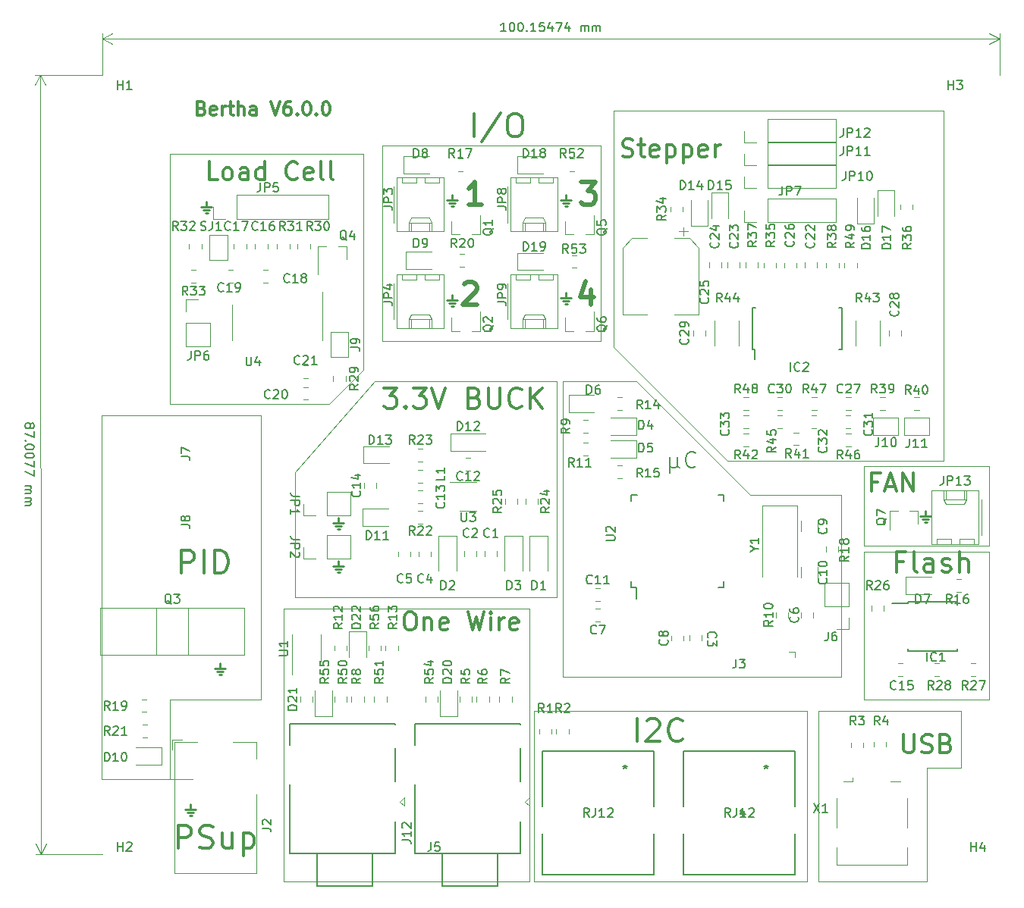
<source format=gbr>
G04 #@! TF.GenerationSoftware,KiCad,Pcbnew,(5.1.5-0-10_14)*
G04 #@! TF.CreationDate,2020-06-13T17:23:30+02:00*
G04 #@! TF.ProjectId,Bertha_main,42657274-6861-45f6-9d61-696e2e6b6963,rev?*
G04 #@! TF.SameCoordinates,Original*
G04 #@! TF.FileFunction,Legend,Top*
G04 #@! TF.FilePolarity,Positive*
%FSLAX46Y46*%
G04 Gerber Fmt 4.6, Leading zero omitted, Abs format (unit mm)*
G04 Created by KiCad (PCBNEW (5.1.5-0-10_14)) date 2020-06-13 17:23:30*
%MOMM*%
%LPD*%
G04 APERTURE LIST*
%ADD10C,0.120000*%
%ADD11C,0.254000*%
%ADD12C,0.508000*%
%ADD13C,0.300000*%
%ADD14C,0.150000*%
%ADD15C,0.203200*%
%ADD16C,0.152400*%
G04 APERTURE END LIST*
D10*
X182880000Y-102870000D02*
X182880000Y-63754000D01*
D11*
X180243238Y-109068809D02*
X181452761Y-109068809D01*
X180485142Y-109431666D02*
X181210857Y-109431666D01*
X180848000Y-108524523D02*
X180848000Y-109068809D01*
X180968952Y-109794523D02*
X180727047Y-109794523D01*
X98201238Y-141834809D02*
X99410761Y-141834809D01*
X98443142Y-142197666D02*
X99168857Y-142197666D01*
X98806000Y-141290523D02*
X98806000Y-141834809D01*
X98926952Y-142560523D02*
X98685047Y-142560523D01*
X101503238Y-126086809D02*
X102712761Y-126086809D01*
X101745142Y-126449666D02*
X102470857Y-126449666D01*
X102108000Y-125542523D02*
X102108000Y-126086809D01*
X102228952Y-126812523D02*
X101987047Y-126812523D01*
X99979238Y-74524809D02*
X101188761Y-74524809D01*
X100221142Y-74887666D02*
X100946857Y-74887666D01*
X100584000Y-73980523D02*
X100584000Y-74524809D01*
X100704952Y-75250523D02*
X100463047Y-75250523D01*
X114711238Y-114656809D02*
X115920761Y-114656809D01*
X114953142Y-115019666D02*
X115678857Y-115019666D01*
X115316000Y-114112523D02*
X115316000Y-114656809D01*
X115436952Y-115382523D02*
X115195047Y-115382523D01*
X114711238Y-109830809D02*
X115920761Y-109830809D01*
X114953142Y-110193666D02*
X115678857Y-110193666D01*
X115316000Y-109286523D02*
X115316000Y-109830809D01*
X115436952Y-110556523D02*
X115195047Y-110556523D01*
X140111238Y-84684809D02*
X141320761Y-84684809D01*
X140353142Y-85047666D02*
X141078857Y-85047666D01*
X140716000Y-84140523D02*
X140716000Y-84684809D01*
X140836952Y-85410523D02*
X140595047Y-85410523D01*
X140111238Y-73762809D02*
X141320761Y-73762809D01*
X140353142Y-74125666D02*
X141078857Y-74125666D01*
X140716000Y-73218523D02*
X140716000Y-73762809D01*
X140836952Y-74488523D02*
X140595047Y-74488523D01*
X127411238Y-73762809D02*
X128620761Y-73762809D01*
X127653142Y-74125666D02*
X128378857Y-74125666D01*
X128016000Y-73218523D02*
X128016000Y-73762809D01*
X128136952Y-74488523D02*
X127895047Y-74488523D01*
X127411238Y-84938809D02*
X128620761Y-84938809D01*
X127653142Y-85301666D02*
X128378857Y-85301666D01*
X128016000Y-84394523D02*
X128016000Y-84938809D01*
X128136952Y-85664523D02*
X127895047Y-85664523D01*
D12*
X143485809Y-83783714D02*
X143485809Y-85477047D01*
X142881047Y-82816095D02*
X142276285Y-84630380D01*
X143848666Y-84630380D01*
X142409333Y-71761047D02*
X143981714Y-71761047D01*
X143135047Y-72728666D01*
X143497904Y-72728666D01*
X143739809Y-72849619D01*
X143860761Y-72970571D01*
X143981714Y-73212476D01*
X143981714Y-73817238D01*
X143860761Y-74059142D01*
X143739809Y-74180095D01*
X143497904Y-74301047D01*
X142772190Y-74301047D01*
X142530285Y-74180095D01*
X142409333Y-74059142D01*
X129322285Y-83178952D02*
X129443238Y-83058000D01*
X129685142Y-82937047D01*
X130289904Y-82937047D01*
X130531809Y-83058000D01*
X130652761Y-83178952D01*
X130773714Y-83420857D01*
X130773714Y-83662761D01*
X130652761Y-84025619D01*
X129201333Y-85477047D01*
X130773714Y-85477047D01*
X131281714Y-74301047D02*
X129830285Y-74301047D01*
X130556000Y-74301047D02*
X130556000Y-71761047D01*
X130314095Y-72123904D01*
X130072190Y-72365809D01*
X129830285Y-72486761D01*
D10*
X109220000Y-149860000D02*
X109220000Y-119380000D01*
X136652000Y-149860000D02*
X109220000Y-149860000D01*
X136652000Y-119380000D02*
X136652000Y-149860000D01*
X132080000Y-119380000D02*
X136652000Y-119380000D01*
D13*
X175520047Y-105264857D02*
X174842714Y-105264857D01*
X174842714Y-106329238D02*
X174842714Y-104297238D01*
X175810333Y-104297238D01*
X176487666Y-105748666D02*
X177455285Y-105748666D01*
X176294142Y-106329238D02*
X176971476Y-104297238D01*
X177648809Y-106329238D01*
X178326142Y-106329238D02*
X178326142Y-104297238D01*
X179487285Y-106329238D01*
X179487285Y-104297238D01*
D10*
X187960000Y-112395000D02*
X173990000Y-112395000D01*
X187960000Y-103505000D02*
X187960000Y-112395000D01*
X173990000Y-103505000D02*
X187960000Y-103505000D01*
X173990000Y-112395000D02*
X173990000Y-103505000D01*
X148590000Y-93980000D02*
X161290000Y-106680000D01*
X140335000Y-93980000D02*
X148590000Y-93980000D01*
X140335000Y-127000000D02*
X140335000Y-93980000D01*
X142240000Y-127000000D02*
X140335000Y-127000000D01*
X184785000Y-130810000D02*
X168910000Y-130810000D01*
X184785000Y-137160000D02*
X184785000Y-130810000D01*
X180975000Y-137160000D02*
X184785000Y-137160000D01*
X180975000Y-149860000D02*
X180975000Y-137160000D01*
X168910000Y-149860000D02*
X180975000Y-149860000D01*
X168910000Y-130810000D02*
X168910000Y-149860000D01*
X167640000Y-149860000D02*
X163830000Y-149860000D01*
X146050000Y-90170000D02*
X157480000Y-101600000D01*
X146050000Y-86360000D02*
X146050000Y-90170000D01*
X171450000Y-106680000D02*
X161290000Y-106680000D01*
X167640000Y-130810000D02*
X137160000Y-130810000D01*
X88900000Y-138430000D02*
X88900000Y-97790000D01*
X99060000Y-138430000D02*
X88900000Y-138430000D01*
X96520000Y-129540000D02*
X96520000Y-138430000D01*
X106680000Y-129540000D02*
X96520000Y-129540000D01*
X106680000Y-97790000D02*
X106680000Y-129540000D01*
X88900000Y-97790000D02*
X106680000Y-97790000D01*
D13*
X100076857Y-63519857D02*
X100291142Y-63591285D01*
X100362571Y-63662714D01*
X100434000Y-63805571D01*
X100434000Y-64019857D01*
X100362571Y-64162714D01*
X100291142Y-64234142D01*
X100148285Y-64305571D01*
X99576857Y-64305571D01*
X99576857Y-62805571D01*
X100076857Y-62805571D01*
X100219714Y-62877000D01*
X100291142Y-62948428D01*
X100362571Y-63091285D01*
X100362571Y-63234142D01*
X100291142Y-63377000D01*
X100219714Y-63448428D01*
X100076857Y-63519857D01*
X99576857Y-63519857D01*
X101648285Y-64234142D02*
X101505428Y-64305571D01*
X101219714Y-64305571D01*
X101076857Y-64234142D01*
X101005428Y-64091285D01*
X101005428Y-63519857D01*
X101076857Y-63377000D01*
X101219714Y-63305571D01*
X101505428Y-63305571D01*
X101648285Y-63377000D01*
X101719714Y-63519857D01*
X101719714Y-63662714D01*
X101005428Y-63805571D01*
X102362571Y-64305571D02*
X102362571Y-63305571D01*
X102362571Y-63591285D02*
X102434000Y-63448428D01*
X102505428Y-63377000D01*
X102648285Y-63305571D01*
X102791142Y-63305571D01*
X103076857Y-63305571D02*
X103648285Y-63305571D01*
X103291142Y-62805571D02*
X103291142Y-64091285D01*
X103362571Y-64234142D01*
X103505428Y-64305571D01*
X103648285Y-64305571D01*
X104148285Y-64305571D02*
X104148285Y-62805571D01*
X104791142Y-64305571D02*
X104791142Y-63519857D01*
X104719714Y-63377000D01*
X104576857Y-63305571D01*
X104362571Y-63305571D01*
X104219714Y-63377000D01*
X104148285Y-63448428D01*
X106148285Y-64305571D02*
X106148285Y-63519857D01*
X106076857Y-63377000D01*
X105934000Y-63305571D01*
X105648285Y-63305571D01*
X105505428Y-63377000D01*
X106148285Y-64234142D02*
X106005428Y-64305571D01*
X105648285Y-64305571D01*
X105505428Y-64234142D01*
X105434000Y-64091285D01*
X105434000Y-63948428D01*
X105505428Y-63805571D01*
X105648285Y-63734142D01*
X106005428Y-63734142D01*
X106148285Y-63662714D01*
X107791142Y-62805571D02*
X108291142Y-64305571D01*
X108791142Y-62805571D01*
X109934000Y-62805571D02*
X109648285Y-62805571D01*
X109505428Y-62877000D01*
X109434000Y-62948428D01*
X109291142Y-63162714D01*
X109219714Y-63448428D01*
X109219714Y-64019857D01*
X109291142Y-64162714D01*
X109362571Y-64234142D01*
X109505428Y-64305571D01*
X109791142Y-64305571D01*
X109934000Y-64234142D01*
X110005428Y-64162714D01*
X110076857Y-64019857D01*
X110076857Y-63662714D01*
X110005428Y-63519857D01*
X109934000Y-63448428D01*
X109791142Y-63377000D01*
X109505428Y-63377000D01*
X109362571Y-63448428D01*
X109291142Y-63519857D01*
X109219714Y-63662714D01*
X110719714Y-64162714D02*
X110791142Y-64234142D01*
X110719714Y-64305571D01*
X110648285Y-64234142D01*
X110719714Y-64162714D01*
X110719714Y-64305571D01*
X111719714Y-62805571D02*
X111862571Y-62805571D01*
X112005428Y-62877000D01*
X112076857Y-62948428D01*
X112148285Y-63091285D01*
X112219714Y-63377000D01*
X112219714Y-63734142D01*
X112148285Y-64019857D01*
X112076857Y-64162714D01*
X112005428Y-64234142D01*
X111862571Y-64305571D01*
X111719714Y-64305571D01*
X111576857Y-64234142D01*
X111505428Y-64162714D01*
X111434000Y-64019857D01*
X111362571Y-63734142D01*
X111362571Y-63377000D01*
X111434000Y-63091285D01*
X111505428Y-62948428D01*
X111576857Y-62877000D01*
X111719714Y-62805571D01*
X112862571Y-64162714D02*
X112934000Y-64234142D01*
X112862571Y-64305571D01*
X112791142Y-64234142D01*
X112862571Y-64162714D01*
X112862571Y-64305571D01*
X113862571Y-62805571D02*
X114005428Y-62805571D01*
X114148285Y-62877000D01*
X114219714Y-62948428D01*
X114291142Y-63091285D01*
X114362571Y-63377000D01*
X114362571Y-63734142D01*
X114291142Y-64019857D01*
X114219714Y-64162714D01*
X114148285Y-64234142D01*
X114005428Y-64305571D01*
X113862571Y-64305571D01*
X113719714Y-64234142D01*
X113648285Y-64162714D01*
X113576857Y-64019857D01*
X113505428Y-63734142D01*
X113505428Y-63377000D01*
X113576857Y-63091285D01*
X113648285Y-62948428D01*
X113719714Y-62877000D01*
X113862571Y-62805571D01*
D10*
X171450000Y-127000000D02*
X171450000Y-106680000D01*
X142240000Y-127000000D02*
X171450000Y-127000000D01*
X173990000Y-129540000D02*
X173990000Y-113030000D01*
X187960000Y-129540000D02*
X173990000Y-129540000D01*
X187960000Y-113030000D02*
X187960000Y-129540000D01*
X173990000Y-113030000D02*
X187960000Y-113030000D01*
X109220000Y-119380000D02*
X132080000Y-119380000D01*
X109220000Y-129540000D02*
X109220000Y-119380000D01*
X137160000Y-149860000D02*
X137160000Y-130810000D01*
X163830000Y-149860000D02*
X137160000Y-149860000D01*
X167640000Y-130810000D02*
X167640000Y-149860000D01*
X110490000Y-118110000D02*
X110490000Y-115570000D01*
X139700000Y-118110000D02*
X110490000Y-118110000D01*
X139700000Y-93980000D02*
X139700000Y-118110000D01*
X138430000Y-93980000D02*
X139700000Y-93980000D01*
X110490000Y-104140000D02*
X110490000Y-115570000D01*
X119380000Y-93980000D02*
X138430000Y-93980000D01*
X110490000Y-104140000D02*
X119380000Y-93980000D01*
X182880000Y-63754000D02*
X146050000Y-63754000D01*
X158750000Y-102870000D02*
X182880000Y-102870000D01*
X157480000Y-101600000D02*
X158750000Y-102870000D01*
X146050000Y-63754000D02*
X146050000Y-86360000D01*
X96520000Y-68580000D02*
X99060000Y-68580000D01*
X96520000Y-69850000D02*
X96520000Y-68580000D01*
X96520000Y-96520000D02*
X96520000Y-69850000D01*
X114300000Y-96520000D02*
X96520000Y-96520000D01*
X118110000Y-92710000D02*
X114300000Y-96520000D01*
X118110000Y-68580000D02*
X118110000Y-92710000D01*
X99060000Y-68580000D02*
X118110000Y-68580000D01*
D14*
X134025127Y-54938889D02*
X133453698Y-54938889D01*
X133739412Y-54938889D02*
X133739412Y-53938889D01*
X133644174Y-54081747D01*
X133548936Y-54176985D01*
X133453698Y-54224604D01*
X134644174Y-53938889D02*
X134739412Y-53938889D01*
X134834650Y-53986509D01*
X134882269Y-54034128D01*
X134929888Y-54129366D01*
X134977507Y-54319842D01*
X134977507Y-54557937D01*
X134929888Y-54748413D01*
X134882269Y-54843651D01*
X134834650Y-54891270D01*
X134739412Y-54938889D01*
X134644174Y-54938889D01*
X134548936Y-54891270D01*
X134501317Y-54843651D01*
X134453698Y-54748413D01*
X134406079Y-54557937D01*
X134406079Y-54319842D01*
X134453698Y-54129366D01*
X134501317Y-54034128D01*
X134548936Y-53986509D01*
X134644174Y-53938889D01*
X135596555Y-53938889D02*
X135691793Y-53938889D01*
X135787031Y-53986509D01*
X135834650Y-54034128D01*
X135882269Y-54129366D01*
X135929888Y-54319842D01*
X135929888Y-54557937D01*
X135882269Y-54748413D01*
X135834650Y-54843651D01*
X135787031Y-54891270D01*
X135691793Y-54938889D01*
X135596555Y-54938889D01*
X135501317Y-54891270D01*
X135453698Y-54843651D01*
X135406079Y-54748413D01*
X135358460Y-54557937D01*
X135358460Y-54319842D01*
X135406079Y-54129366D01*
X135453698Y-54034128D01*
X135501317Y-53986509D01*
X135596555Y-53938889D01*
X136358460Y-54843651D02*
X136406079Y-54891270D01*
X136358460Y-54938889D01*
X136310841Y-54891270D01*
X136358460Y-54843651D01*
X136358460Y-54938889D01*
X137358460Y-54938889D02*
X136787031Y-54938889D01*
X137072746Y-54938889D02*
X137072746Y-53938889D01*
X136977507Y-54081747D01*
X136882269Y-54176985D01*
X136787031Y-54224604D01*
X138263222Y-53938889D02*
X137787031Y-53938889D01*
X137739412Y-54415080D01*
X137787031Y-54367461D01*
X137882269Y-54319842D01*
X138120365Y-54319842D01*
X138215603Y-54367461D01*
X138263222Y-54415080D01*
X138310841Y-54510318D01*
X138310841Y-54748413D01*
X138263222Y-54843651D01*
X138215603Y-54891270D01*
X138120365Y-54938889D01*
X137882269Y-54938889D01*
X137787031Y-54891270D01*
X137739412Y-54843651D01*
X139167984Y-54272223D02*
X139167984Y-54938889D01*
X138929888Y-53891270D02*
X138691793Y-54605556D01*
X139310841Y-54605556D01*
X139596555Y-53938889D02*
X140263222Y-53938889D01*
X139834650Y-54938889D01*
X141072746Y-54272223D02*
X141072746Y-54938889D01*
X140834650Y-53891270D02*
X140596555Y-54605556D01*
X141215603Y-54605556D01*
X142358460Y-54938889D02*
X142358460Y-54272223D01*
X142358460Y-54367461D02*
X142406079Y-54319842D01*
X142501317Y-54272223D01*
X142644174Y-54272223D01*
X142739412Y-54319842D01*
X142787031Y-54415080D01*
X142787031Y-54938889D01*
X142787031Y-54415080D02*
X142834650Y-54319842D01*
X142929888Y-54272223D01*
X143072746Y-54272223D01*
X143167984Y-54319842D01*
X143215603Y-54415080D01*
X143215603Y-54938889D01*
X143691793Y-54938889D02*
X143691793Y-54272223D01*
X143691793Y-54367461D02*
X143739412Y-54319842D01*
X143834650Y-54272223D01*
X143977507Y-54272223D01*
X144072746Y-54319842D01*
X144120365Y-54415080D01*
X144120365Y-54938889D01*
X144120365Y-54415080D02*
X144167984Y-54319842D01*
X144263222Y-54272223D01*
X144406079Y-54272223D01*
X144501317Y-54319842D01*
X144548936Y-54415080D01*
X144548936Y-54938889D01*
D10*
X88947716Y-55760009D02*
X189102716Y-55753009D01*
X88948000Y-59824000D02*
X88947675Y-55173588D01*
X189103000Y-59817000D02*
X189102675Y-55166588D01*
X189102716Y-55753009D02*
X187976253Y-56339508D01*
X189102716Y-55753009D02*
X187976171Y-55166667D01*
X88947716Y-55760009D02*
X90074261Y-56346351D01*
X88947716Y-55760009D02*
X90074179Y-55173510D01*
D14*
X80914769Y-98896413D02*
X80962388Y-98801175D01*
X81010007Y-98753556D01*
X81105245Y-98705937D01*
X81152864Y-98705937D01*
X81248102Y-98753556D01*
X81295722Y-98801175D01*
X81343341Y-98896413D01*
X81343341Y-99086889D01*
X81295722Y-99182127D01*
X81248102Y-99229746D01*
X81152864Y-99277365D01*
X81105245Y-99277365D01*
X81010007Y-99229746D01*
X80962388Y-99182127D01*
X80914769Y-99086889D01*
X80914769Y-98896413D01*
X80867150Y-98801175D01*
X80819531Y-98753556D01*
X80724293Y-98705937D01*
X80533817Y-98705937D01*
X80438579Y-98753556D01*
X80390960Y-98801175D01*
X80343341Y-98896413D01*
X80343341Y-99086889D01*
X80390960Y-99182127D01*
X80438579Y-99229746D01*
X80533817Y-99277365D01*
X80724293Y-99277365D01*
X80819531Y-99229746D01*
X80867150Y-99182127D01*
X80914769Y-99086889D01*
X81343341Y-99610699D02*
X81343341Y-100277365D01*
X80343341Y-99848794D01*
X80438579Y-100658318D02*
X80390960Y-100705937D01*
X80343341Y-100658318D01*
X80390960Y-100610699D01*
X80438579Y-100658318D01*
X80343341Y-100658318D01*
X81343341Y-101324985D02*
X81343341Y-101420223D01*
X81295722Y-101515461D01*
X81248102Y-101563080D01*
X81152864Y-101610699D01*
X80962388Y-101658318D01*
X80724293Y-101658318D01*
X80533817Y-101610699D01*
X80438579Y-101563080D01*
X80390960Y-101515461D01*
X80343341Y-101420223D01*
X80343341Y-101324985D01*
X80390960Y-101229746D01*
X80438579Y-101182127D01*
X80533817Y-101134508D01*
X80724293Y-101086889D01*
X80962388Y-101086889D01*
X81152864Y-101134508D01*
X81248102Y-101182127D01*
X81295722Y-101229746D01*
X81343341Y-101324985D01*
X81343341Y-102277365D02*
X81343341Y-102372604D01*
X81295722Y-102467842D01*
X81248102Y-102515461D01*
X81152864Y-102563080D01*
X80962388Y-102610699D01*
X80724293Y-102610699D01*
X80533817Y-102563080D01*
X80438579Y-102515461D01*
X80390960Y-102467842D01*
X80343341Y-102372604D01*
X80343341Y-102277365D01*
X80390960Y-102182127D01*
X80438579Y-102134508D01*
X80533817Y-102086889D01*
X80724293Y-102039270D01*
X80962388Y-102039270D01*
X81152864Y-102086889D01*
X81248102Y-102134508D01*
X81295722Y-102182127D01*
X81343341Y-102277365D01*
X81343341Y-102944032D02*
X81343341Y-103610699D01*
X80343341Y-103182127D01*
X81343341Y-103896413D02*
X81343341Y-104563080D01*
X80343341Y-104134508D01*
X80343341Y-105705937D02*
X81010007Y-105705937D01*
X80914769Y-105705937D02*
X80962388Y-105753556D01*
X81010007Y-105848794D01*
X81010007Y-105991651D01*
X80962388Y-106086889D01*
X80867150Y-106134508D01*
X80343341Y-106134508D01*
X80867150Y-106134508D02*
X80962388Y-106182127D01*
X81010007Y-106277365D01*
X81010007Y-106420223D01*
X80962388Y-106515461D01*
X80867150Y-106563080D01*
X80343341Y-106563080D01*
X80343341Y-107039270D02*
X81010007Y-107039270D01*
X80914769Y-107039270D02*
X80962388Y-107086889D01*
X81010007Y-107182127D01*
X81010007Y-107324985D01*
X80962388Y-107420223D01*
X80867150Y-107467842D01*
X80343341Y-107467842D01*
X80867150Y-107467842D02*
X80962388Y-107515461D01*
X81010007Y-107610699D01*
X81010007Y-107753556D01*
X80962388Y-107848794D01*
X80867150Y-107896413D01*
X80343341Y-107896413D01*
D10*
X82089722Y-146827784D02*
X82041722Y-59820784D01*
X88948000Y-146824000D02*
X81503301Y-146828107D01*
X88900000Y-59817000D02*
X81455301Y-59821107D01*
X82041722Y-59820784D02*
X82628764Y-60946964D01*
X82041722Y-59820784D02*
X81455923Y-60947611D01*
X82089722Y-146827784D02*
X82675521Y-145700957D01*
X82089722Y-146827784D02*
X81502680Y-145701604D01*
D13*
X147029714Y-68894476D02*
X147320000Y-68991238D01*
X147803809Y-68991238D01*
X147997333Y-68894476D01*
X148094095Y-68797714D01*
X148190857Y-68604190D01*
X148190857Y-68410666D01*
X148094095Y-68217142D01*
X147997333Y-68120380D01*
X147803809Y-68023619D01*
X147416761Y-67926857D01*
X147223238Y-67830095D01*
X147126476Y-67733333D01*
X147029714Y-67539809D01*
X147029714Y-67346285D01*
X147126476Y-67152761D01*
X147223238Y-67056000D01*
X147416761Y-66959238D01*
X147900571Y-66959238D01*
X148190857Y-67056000D01*
X148771428Y-67636571D02*
X149545523Y-67636571D01*
X149061714Y-66959238D02*
X149061714Y-68700952D01*
X149158476Y-68894476D01*
X149352000Y-68991238D01*
X149545523Y-68991238D01*
X150996952Y-68894476D02*
X150803428Y-68991238D01*
X150416380Y-68991238D01*
X150222857Y-68894476D01*
X150126095Y-68700952D01*
X150126095Y-67926857D01*
X150222857Y-67733333D01*
X150416380Y-67636571D01*
X150803428Y-67636571D01*
X150996952Y-67733333D01*
X151093714Y-67926857D01*
X151093714Y-68120380D01*
X150126095Y-68313904D01*
X151964571Y-67636571D02*
X151964571Y-69668571D01*
X151964571Y-67733333D02*
X152158095Y-67636571D01*
X152545142Y-67636571D01*
X152738666Y-67733333D01*
X152835428Y-67830095D01*
X152932190Y-68023619D01*
X152932190Y-68604190D01*
X152835428Y-68797714D01*
X152738666Y-68894476D01*
X152545142Y-68991238D01*
X152158095Y-68991238D01*
X151964571Y-68894476D01*
X153803047Y-67636571D02*
X153803047Y-69668571D01*
X153803047Y-67733333D02*
X153996571Y-67636571D01*
X154383619Y-67636571D01*
X154577142Y-67733333D01*
X154673904Y-67830095D01*
X154770666Y-68023619D01*
X154770666Y-68604190D01*
X154673904Y-68797714D01*
X154577142Y-68894476D01*
X154383619Y-68991238D01*
X153996571Y-68991238D01*
X153803047Y-68894476D01*
X156415619Y-68894476D02*
X156222095Y-68991238D01*
X155835047Y-68991238D01*
X155641523Y-68894476D01*
X155544761Y-68700952D01*
X155544761Y-67926857D01*
X155641523Y-67733333D01*
X155835047Y-67636571D01*
X156222095Y-67636571D01*
X156415619Y-67733333D01*
X156512380Y-67926857D01*
X156512380Y-68120380D01*
X155544761Y-68313904D01*
X157383238Y-68991238D02*
X157383238Y-67636571D01*
X157383238Y-68023619D02*
X157480000Y-67830095D01*
X157576761Y-67733333D01*
X157770285Y-67636571D01*
X157963809Y-67636571D01*
D10*
X120250000Y-89519000D02*
X120250000Y-67675000D01*
X144634000Y-89519000D02*
X120250000Y-89519000D01*
X144634000Y-67675000D02*
X144634000Y-89519000D01*
X120250000Y-67675000D02*
X144634000Y-67675000D01*
D13*
X120414142Y-94760142D02*
X121829285Y-94760142D01*
X121067285Y-95631000D01*
X121393857Y-95631000D01*
X121611571Y-95739857D01*
X121720428Y-95848714D01*
X121829285Y-96066428D01*
X121829285Y-96610714D01*
X121720428Y-96828428D01*
X121611571Y-96937285D01*
X121393857Y-97046142D01*
X120740714Y-97046142D01*
X120523000Y-96937285D01*
X120414142Y-96828428D01*
X122809000Y-96828428D02*
X122917857Y-96937285D01*
X122809000Y-97046142D01*
X122700142Y-96937285D01*
X122809000Y-96828428D01*
X122809000Y-97046142D01*
X123679857Y-94760142D02*
X125095000Y-94760142D01*
X124333000Y-95631000D01*
X124659571Y-95631000D01*
X124877285Y-95739857D01*
X124986142Y-95848714D01*
X125095000Y-96066428D01*
X125095000Y-96610714D01*
X124986142Y-96828428D01*
X124877285Y-96937285D01*
X124659571Y-97046142D01*
X124006428Y-97046142D01*
X123788714Y-96937285D01*
X123679857Y-96828428D01*
X125748142Y-94760142D02*
X126510142Y-97046142D01*
X127272142Y-94760142D01*
X130537857Y-95848714D02*
X130864428Y-95957571D01*
X130973285Y-96066428D01*
X131082142Y-96284142D01*
X131082142Y-96610714D01*
X130973285Y-96828428D01*
X130864428Y-96937285D01*
X130646714Y-97046142D01*
X129775857Y-97046142D01*
X129775857Y-94760142D01*
X130537857Y-94760142D01*
X130755571Y-94869000D01*
X130864428Y-94977857D01*
X130973285Y-95195571D01*
X130973285Y-95413285D01*
X130864428Y-95631000D01*
X130755571Y-95739857D01*
X130537857Y-95848714D01*
X129775857Y-95848714D01*
X132061857Y-94760142D02*
X132061857Y-96610714D01*
X132170714Y-96828428D01*
X132279571Y-96937285D01*
X132497285Y-97046142D01*
X132932714Y-97046142D01*
X133150428Y-96937285D01*
X133259285Y-96828428D01*
X133368142Y-96610714D01*
X133368142Y-94760142D01*
X135763000Y-96828428D02*
X135654142Y-96937285D01*
X135327571Y-97046142D01*
X135109857Y-97046142D01*
X134783285Y-96937285D01*
X134565571Y-96719571D01*
X134456714Y-96501857D01*
X134347857Y-96066428D01*
X134347857Y-95739857D01*
X134456714Y-95304428D01*
X134565571Y-95086714D01*
X134783285Y-94869000D01*
X135109857Y-94760142D01*
X135327571Y-94760142D01*
X135654142Y-94869000D01*
X135763000Y-94977857D01*
X136742714Y-97046142D02*
X136742714Y-94760142D01*
X138049000Y-97046142D02*
X137069285Y-95739857D01*
X138049000Y-94760142D02*
X136742714Y-96066428D01*
X101841904Y-71531238D02*
X100874285Y-71531238D01*
X100874285Y-69499238D01*
X102809523Y-71531238D02*
X102616000Y-71434476D01*
X102519238Y-71337714D01*
X102422476Y-71144190D01*
X102422476Y-70563619D01*
X102519238Y-70370095D01*
X102616000Y-70273333D01*
X102809523Y-70176571D01*
X103099809Y-70176571D01*
X103293333Y-70273333D01*
X103390095Y-70370095D01*
X103486857Y-70563619D01*
X103486857Y-71144190D01*
X103390095Y-71337714D01*
X103293333Y-71434476D01*
X103099809Y-71531238D01*
X102809523Y-71531238D01*
X105228571Y-71531238D02*
X105228571Y-70466857D01*
X105131809Y-70273333D01*
X104938285Y-70176571D01*
X104551238Y-70176571D01*
X104357714Y-70273333D01*
X105228571Y-71434476D02*
X105035047Y-71531238D01*
X104551238Y-71531238D01*
X104357714Y-71434476D01*
X104260952Y-71240952D01*
X104260952Y-71047428D01*
X104357714Y-70853904D01*
X104551238Y-70757142D01*
X105035047Y-70757142D01*
X105228571Y-70660380D01*
X107067047Y-71531238D02*
X107067047Y-69499238D01*
X107067047Y-71434476D02*
X106873523Y-71531238D01*
X106486476Y-71531238D01*
X106292952Y-71434476D01*
X106196190Y-71337714D01*
X106099428Y-71144190D01*
X106099428Y-70563619D01*
X106196190Y-70370095D01*
X106292952Y-70273333D01*
X106486476Y-70176571D01*
X106873523Y-70176571D01*
X107067047Y-70273333D01*
X110744000Y-71337714D02*
X110647238Y-71434476D01*
X110356952Y-71531238D01*
X110163428Y-71531238D01*
X109873142Y-71434476D01*
X109679619Y-71240952D01*
X109582857Y-71047428D01*
X109486095Y-70660380D01*
X109486095Y-70370095D01*
X109582857Y-69983047D01*
X109679619Y-69789523D01*
X109873142Y-69596000D01*
X110163428Y-69499238D01*
X110356952Y-69499238D01*
X110647238Y-69596000D01*
X110744000Y-69692761D01*
X112388952Y-71434476D02*
X112195428Y-71531238D01*
X111808380Y-71531238D01*
X111614857Y-71434476D01*
X111518095Y-71240952D01*
X111518095Y-70466857D01*
X111614857Y-70273333D01*
X111808380Y-70176571D01*
X112195428Y-70176571D01*
X112388952Y-70273333D01*
X112485714Y-70466857D01*
X112485714Y-70660380D01*
X111518095Y-70853904D01*
X113646857Y-71531238D02*
X113453333Y-71434476D01*
X113356571Y-71240952D01*
X113356571Y-69499238D01*
X114711238Y-71531238D02*
X114517714Y-71434476D01*
X114420952Y-71240952D01*
X114420952Y-69499238D01*
X178344285Y-114136714D02*
X177582285Y-114136714D01*
X177582285Y-115334142D02*
X177582285Y-113048142D01*
X178670857Y-113048142D01*
X179868285Y-115334142D02*
X179650571Y-115225285D01*
X179541714Y-115007571D01*
X179541714Y-113048142D01*
X181718857Y-115334142D02*
X181718857Y-114136714D01*
X181610000Y-113919000D01*
X181392285Y-113810142D01*
X180956857Y-113810142D01*
X180739142Y-113919000D01*
X181718857Y-115225285D02*
X181501142Y-115334142D01*
X180956857Y-115334142D01*
X180739142Y-115225285D01*
X180630285Y-115007571D01*
X180630285Y-114789857D01*
X180739142Y-114572142D01*
X180956857Y-114463285D01*
X181501142Y-114463285D01*
X181718857Y-114354428D01*
X182698571Y-115225285D02*
X182916285Y-115334142D01*
X183351714Y-115334142D01*
X183569428Y-115225285D01*
X183678285Y-115007571D01*
X183678285Y-114898714D01*
X183569428Y-114681000D01*
X183351714Y-114572142D01*
X183025142Y-114572142D01*
X182807428Y-114463285D01*
X182698571Y-114245571D01*
X182698571Y-114136714D01*
X182807428Y-113919000D01*
X183025142Y-113810142D01*
X183351714Y-113810142D01*
X183569428Y-113919000D01*
X184658000Y-115334142D02*
X184658000Y-113048142D01*
X185637714Y-115334142D02*
X185637714Y-114136714D01*
X185528857Y-113919000D01*
X185311142Y-113810142D01*
X184984571Y-113810142D01*
X184766857Y-113919000D01*
X184658000Y-114027857D01*
D15*
X152273000Y-102489000D02*
X152273000Y-104267000D01*
X153119666Y-103420333D02*
X153204333Y-103589666D01*
X153373666Y-103674333D01*
X152273000Y-103420333D02*
X152357666Y-103589666D01*
X152527000Y-103674333D01*
X152865666Y-103674333D01*
X153035000Y-103589666D01*
X153119666Y-103420333D01*
X153119666Y-102489000D01*
X155151666Y-103505000D02*
X155067000Y-103589666D01*
X154813000Y-103674333D01*
X154643666Y-103674333D01*
X154389666Y-103589666D01*
X154220333Y-103420333D01*
X154135666Y-103251000D01*
X154051000Y-102912333D01*
X154051000Y-102658333D01*
X154135666Y-102319666D01*
X154220333Y-102150333D01*
X154389666Y-101981000D01*
X154643666Y-101896333D01*
X154813000Y-101896333D01*
X155067000Y-101981000D01*
X155151666Y-102065666D01*
D13*
X178410809Y-133507238D02*
X178410809Y-135152190D01*
X178507571Y-135345714D01*
X178604333Y-135442476D01*
X178797857Y-135539238D01*
X179184904Y-135539238D01*
X179378428Y-135442476D01*
X179475190Y-135345714D01*
X179571952Y-135152190D01*
X179571952Y-133507238D01*
X180442809Y-135442476D02*
X180733095Y-135539238D01*
X181216904Y-135539238D01*
X181410428Y-135442476D01*
X181507190Y-135345714D01*
X181603952Y-135152190D01*
X181603952Y-134958666D01*
X181507190Y-134765142D01*
X181410428Y-134668380D01*
X181216904Y-134571619D01*
X180829857Y-134474857D01*
X180636333Y-134378095D01*
X180539571Y-134281333D01*
X180442809Y-134087809D01*
X180442809Y-133894285D01*
X180539571Y-133700761D01*
X180636333Y-133604000D01*
X180829857Y-133507238D01*
X181313666Y-133507238D01*
X181603952Y-133604000D01*
X183152142Y-134474857D02*
X183442428Y-134571619D01*
X183539190Y-134668380D01*
X183635952Y-134861904D01*
X183635952Y-135152190D01*
X183539190Y-135345714D01*
X183442428Y-135442476D01*
X183248904Y-135539238D01*
X182474809Y-135539238D01*
X182474809Y-133507238D01*
X183152142Y-133507238D01*
X183345666Y-133604000D01*
X183442428Y-133700761D01*
X183539190Y-133894285D01*
X183539190Y-134087809D01*
X183442428Y-134281333D01*
X183345666Y-134378095D01*
X183152142Y-134474857D01*
X182474809Y-134474857D01*
X130435047Y-66681047D02*
X130435047Y-64141047D01*
X133458857Y-64020095D02*
X131281714Y-67285809D01*
X134789333Y-64141047D02*
X135273142Y-64141047D01*
X135515047Y-64262000D01*
X135756952Y-64503904D01*
X135877904Y-64987714D01*
X135877904Y-65834380D01*
X135756952Y-66318190D01*
X135515047Y-66560095D01*
X135273142Y-66681047D01*
X134789333Y-66681047D01*
X134547428Y-66560095D01*
X134305523Y-66318190D01*
X134184571Y-65834380D01*
X134184571Y-64987714D01*
X134305523Y-64503904D01*
X134547428Y-64262000D01*
X134789333Y-64141047D01*
X97790000Y-115449047D02*
X97790000Y-112909047D01*
X98757619Y-112909047D01*
X98999523Y-113030000D01*
X99120476Y-113150952D01*
X99241428Y-113392857D01*
X99241428Y-113755714D01*
X99120476Y-113997619D01*
X98999523Y-114118571D01*
X98757619Y-114239523D01*
X97790000Y-114239523D01*
X100330000Y-115449047D02*
X100330000Y-112909047D01*
X101539523Y-115449047D02*
X101539523Y-112909047D01*
X102144285Y-112909047D01*
X102507142Y-113030000D01*
X102749047Y-113271904D01*
X102870000Y-113513809D01*
X102990952Y-113997619D01*
X102990952Y-114360476D01*
X102870000Y-114844285D01*
X102749047Y-115086190D01*
X102507142Y-115328095D01*
X102144285Y-115449047D01*
X101539523Y-115449047D01*
X123129523Y-119791238D02*
X123516571Y-119791238D01*
X123710095Y-119888000D01*
X123903619Y-120081523D01*
X124000380Y-120468571D01*
X124000380Y-121145904D01*
X123903619Y-121532952D01*
X123710095Y-121726476D01*
X123516571Y-121823238D01*
X123129523Y-121823238D01*
X122936000Y-121726476D01*
X122742476Y-121532952D01*
X122645714Y-121145904D01*
X122645714Y-120468571D01*
X122742476Y-120081523D01*
X122936000Y-119888000D01*
X123129523Y-119791238D01*
X124871238Y-120468571D02*
X124871238Y-121823238D01*
X124871238Y-120662095D02*
X124968000Y-120565333D01*
X125161523Y-120468571D01*
X125451809Y-120468571D01*
X125645333Y-120565333D01*
X125742095Y-120758857D01*
X125742095Y-121823238D01*
X127483809Y-121726476D02*
X127290285Y-121823238D01*
X126903238Y-121823238D01*
X126709714Y-121726476D01*
X126612952Y-121532952D01*
X126612952Y-120758857D01*
X126709714Y-120565333D01*
X126903238Y-120468571D01*
X127290285Y-120468571D01*
X127483809Y-120565333D01*
X127580571Y-120758857D01*
X127580571Y-120952380D01*
X126612952Y-121145904D01*
X129806095Y-119791238D02*
X130289904Y-121823238D01*
X130676952Y-120371809D01*
X131064000Y-121823238D01*
X131547809Y-119791238D01*
X132321904Y-121823238D02*
X132321904Y-120468571D01*
X132321904Y-119791238D02*
X132225142Y-119888000D01*
X132321904Y-119984761D01*
X132418666Y-119888000D01*
X132321904Y-119791238D01*
X132321904Y-119984761D01*
X133289523Y-121823238D02*
X133289523Y-120468571D01*
X133289523Y-120855619D02*
X133386285Y-120662095D01*
X133483047Y-120565333D01*
X133676571Y-120468571D01*
X133870095Y-120468571D01*
X135321523Y-121726476D02*
X135128000Y-121823238D01*
X134740952Y-121823238D01*
X134547428Y-121726476D01*
X134450666Y-121532952D01*
X134450666Y-120758857D01*
X134547428Y-120565333D01*
X134740952Y-120468571D01*
X135128000Y-120468571D01*
X135321523Y-120565333D01*
X135418285Y-120758857D01*
X135418285Y-120952380D01*
X134450666Y-121145904D01*
X148650476Y-134245047D02*
X148650476Y-131705047D01*
X149739047Y-131946952D02*
X149860000Y-131826000D01*
X150101904Y-131705047D01*
X150706666Y-131705047D01*
X150948571Y-131826000D01*
X151069523Y-131946952D01*
X151190476Y-132188857D01*
X151190476Y-132430761D01*
X151069523Y-132793619D01*
X149618095Y-134245047D01*
X151190476Y-134245047D01*
X153730476Y-134003142D02*
X153609523Y-134124095D01*
X153246666Y-134245047D01*
X153004761Y-134245047D01*
X152641904Y-134124095D01*
X152400000Y-133882190D01*
X152279047Y-133640285D01*
X152158095Y-133156476D01*
X152158095Y-132793619D01*
X152279047Y-132309809D01*
X152400000Y-132067904D01*
X152641904Y-131826000D01*
X153004761Y-131705047D01*
X153246666Y-131705047D01*
X153609523Y-131826000D01*
X153730476Y-131946952D01*
X97427142Y-146183047D02*
X97427142Y-143643047D01*
X98394761Y-143643047D01*
X98636666Y-143764000D01*
X98757619Y-143884952D01*
X98878571Y-144126857D01*
X98878571Y-144489714D01*
X98757619Y-144731619D01*
X98636666Y-144852571D01*
X98394761Y-144973523D01*
X97427142Y-144973523D01*
X99846190Y-146062095D02*
X100209047Y-146183047D01*
X100813809Y-146183047D01*
X101055714Y-146062095D01*
X101176666Y-145941142D01*
X101297619Y-145699238D01*
X101297619Y-145457333D01*
X101176666Y-145215428D01*
X101055714Y-145094476D01*
X100813809Y-144973523D01*
X100330000Y-144852571D01*
X100088095Y-144731619D01*
X99967142Y-144610666D01*
X99846190Y-144368761D01*
X99846190Y-144126857D01*
X99967142Y-143884952D01*
X100088095Y-143764000D01*
X100330000Y-143643047D01*
X100934761Y-143643047D01*
X101297619Y-143764000D01*
X103474761Y-144489714D02*
X103474761Y-146183047D01*
X102386190Y-144489714D02*
X102386190Y-145820190D01*
X102507142Y-146062095D01*
X102749047Y-146183047D01*
X103111904Y-146183047D01*
X103353809Y-146062095D01*
X103474761Y-145941142D01*
X104684285Y-144489714D02*
X104684285Y-147029714D01*
X104684285Y-144610666D02*
X104926190Y-144489714D01*
X105410000Y-144489714D01*
X105651904Y-144610666D01*
X105772857Y-144731619D01*
X105893809Y-144973523D01*
X105893809Y-145699238D01*
X105772857Y-145941142D01*
X105651904Y-146062095D01*
X105410000Y-146183047D01*
X104926190Y-146183047D01*
X104684285Y-146062095D01*
D10*
X127960000Y-88390000D02*
X127960000Y-86930000D01*
X131120000Y-88390000D02*
X131120000Y-86230000D01*
X131120000Y-88390000D02*
X130190000Y-88390000D01*
X127960000Y-88390000D02*
X128890000Y-88390000D01*
X182080000Y-111650000D02*
X182080000Y-112250000D01*
X183680000Y-111650000D02*
X182080000Y-111650000D01*
X183680000Y-112250000D02*
X183680000Y-111650000D01*
X184620000Y-111650000D02*
X184620000Y-112250000D01*
X186220000Y-111650000D02*
X184620000Y-111650000D01*
X186220000Y-112250000D02*
X186220000Y-111650000D01*
X183130000Y-106230000D02*
X183130000Y-107230000D01*
X185170000Y-106230000D02*
X185170000Y-107230000D01*
X183130000Y-107760000D02*
X182880000Y-107230000D01*
X185170000Y-107760000D02*
X183130000Y-107760000D01*
X185420000Y-107230000D02*
X185170000Y-107760000D01*
X182880000Y-107230000D02*
X182880000Y-106230000D01*
X185420000Y-107230000D02*
X182880000Y-107230000D01*
X185420000Y-106230000D02*
X185420000Y-107230000D01*
X187090000Y-111220000D02*
X187090000Y-107220000D01*
X181500000Y-112250000D02*
X186800000Y-112250000D01*
X181500000Y-106230000D02*
X181500000Y-112250000D01*
X186800000Y-106230000D02*
X181500000Y-106230000D01*
X186800000Y-112250000D02*
X186800000Y-106230000D01*
X139230000Y-82660000D02*
X139230000Y-82060000D01*
X137630000Y-82660000D02*
X139230000Y-82660000D01*
X137630000Y-82060000D02*
X137630000Y-82660000D01*
X136690000Y-82660000D02*
X136690000Y-82060000D01*
X135090000Y-82660000D02*
X136690000Y-82660000D01*
X135090000Y-82060000D02*
X135090000Y-82660000D01*
X138180000Y-88080000D02*
X138180000Y-87080000D01*
X136140000Y-88080000D02*
X136140000Y-87080000D01*
X138180000Y-86550000D02*
X138430000Y-87080000D01*
X136140000Y-86550000D02*
X138180000Y-86550000D01*
X135890000Y-87080000D02*
X136140000Y-86550000D01*
X138430000Y-87080000D02*
X138430000Y-88080000D01*
X135890000Y-87080000D02*
X138430000Y-87080000D01*
X135890000Y-88080000D02*
X135890000Y-87080000D01*
X134220000Y-83090000D02*
X134220000Y-87090000D01*
X139810000Y-82060000D02*
X134510000Y-82060000D01*
X139810000Y-88080000D02*
X139810000Y-82060000D01*
X134510000Y-88080000D02*
X139810000Y-88080000D01*
X134510000Y-82060000D02*
X134510000Y-88080000D01*
X139230000Y-71865000D02*
X139230000Y-71265000D01*
X137630000Y-71865000D02*
X139230000Y-71865000D01*
X137630000Y-71265000D02*
X137630000Y-71865000D01*
X136690000Y-71865000D02*
X136690000Y-71265000D01*
X135090000Y-71865000D02*
X136690000Y-71865000D01*
X135090000Y-71265000D02*
X135090000Y-71865000D01*
X138180000Y-77285000D02*
X138180000Y-76285000D01*
X136140000Y-77285000D02*
X136140000Y-76285000D01*
X138180000Y-75755000D02*
X138430000Y-76285000D01*
X136140000Y-75755000D02*
X138180000Y-75755000D01*
X135890000Y-76285000D02*
X136140000Y-75755000D01*
X138430000Y-76285000D02*
X138430000Y-77285000D01*
X135890000Y-76285000D02*
X138430000Y-76285000D01*
X135890000Y-77285000D02*
X135890000Y-76285000D01*
X134220000Y-72295000D02*
X134220000Y-76295000D01*
X139810000Y-71265000D02*
X134510000Y-71265000D01*
X139810000Y-77285000D02*
X139810000Y-71265000D01*
X134510000Y-77285000D02*
X139810000Y-77285000D01*
X134510000Y-71265000D02*
X134510000Y-77285000D01*
X126530000Y-82660000D02*
X126530000Y-82060000D01*
X124930000Y-82660000D02*
X126530000Y-82660000D01*
X124930000Y-82060000D02*
X124930000Y-82660000D01*
X123990000Y-82660000D02*
X123990000Y-82060000D01*
X122390000Y-82660000D02*
X123990000Y-82660000D01*
X122390000Y-82060000D02*
X122390000Y-82660000D01*
X125480000Y-88080000D02*
X125480000Y-87080000D01*
X123440000Y-88080000D02*
X123440000Y-87080000D01*
X125480000Y-86550000D02*
X125730000Y-87080000D01*
X123440000Y-86550000D02*
X125480000Y-86550000D01*
X123190000Y-87080000D02*
X123440000Y-86550000D01*
X125730000Y-87080000D02*
X125730000Y-88080000D01*
X123190000Y-87080000D02*
X125730000Y-87080000D01*
X123190000Y-88080000D02*
X123190000Y-87080000D01*
X121520000Y-83090000D02*
X121520000Y-87090000D01*
X127110000Y-82060000D02*
X121810000Y-82060000D01*
X127110000Y-88080000D02*
X127110000Y-82060000D01*
X121810000Y-88080000D02*
X127110000Y-88080000D01*
X121810000Y-82060000D02*
X121810000Y-88080000D01*
X126530000Y-71865000D02*
X126530000Y-71265000D01*
X124930000Y-71865000D02*
X126530000Y-71865000D01*
X124930000Y-71265000D02*
X124930000Y-71865000D01*
X123990000Y-71865000D02*
X123990000Y-71265000D01*
X122390000Y-71865000D02*
X123990000Y-71865000D01*
X122390000Y-71265000D02*
X122390000Y-71865000D01*
X125480000Y-77285000D02*
X125480000Y-76285000D01*
X123440000Y-77285000D02*
X123440000Y-76285000D01*
X125480000Y-75755000D02*
X125730000Y-76285000D01*
X123440000Y-75755000D02*
X125480000Y-75755000D01*
X123190000Y-76285000D02*
X123440000Y-75755000D01*
X125730000Y-76285000D02*
X125730000Y-77285000D01*
X123190000Y-76285000D02*
X125730000Y-76285000D01*
X123190000Y-77285000D02*
X123190000Y-76285000D01*
X121520000Y-72295000D02*
X121520000Y-76295000D01*
X127110000Y-71265000D02*
X121810000Y-71265000D01*
X127110000Y-77285000D02*
X127110000Y-71265000D01*
X121810000Y-77285000D02*
X127110000Y-77285000D01*
X121810000Y-71265000D02*
X121810000Y-77285000D01*
X180015000Y-108460000D02*
X180015000Y-109920000D01*
X176855000Y-108460000D02*
X176855000Y-110620000D01*
X176855000Y-108460000D02*
X177785000Y-108460000D01*
X180015000Y-108460000D02*
X179085000Y-108460000D01*
X120090000Y-124086252D02*
X120090000Y-123563748D01*
X118670000Y-124086252D02*
X118670000Y-123563748D01*
X111050000Y-129278748D02*
X111050000Y-129801252D01*
X112470000Y-129278748D02*
X112470000Y-129801252D01*
X125020000Y-129278748D02*
X125020000Y-129801252D01*
X126440000Y-129278748D02*
X126440000Y-129801252D01*
X116515000Y-121965000D02*
X116515000Y-124825000D01*
X118435000Y-121965000D02*
X116515000Y-121965000D01*
X118435000Y-124825000D02*
X118435000Y-121965000D01*
X114625000Y-131400000D02*
X114625000Y-128540000D01*
X112705000Y-131400000D02*
X114625000Y-131400000D01*
X112705000Y-128540000D02*
X112705000Y-131400000D01*
X128595000Y-131400000D02*
X128595000Y-128540000D01*
X126675000Y-131400000D02*
X128595000Y-131400000D01*
X126675000Y-128540000D02*
X126675000Y-131400000D01*
X160595000Y-67370000D02*
X160595000Y-66040000D01*
X161925000Y-67370000D02*
X160595000Y-67370000D01*
X163195000Y-67370000D02*
X163195000Y-64710000D01*
X163195000Y-64710000D02*
X170875000Y-64710000D01*
X163195000Y-67370000D02*
X170875000Y-67370000D01*
X170875000Y-67370000D02*
X170875000Y-64710000D01*
X160595000Y-69910000D02*
X160595000Y-68580000D01*
X161925000Y-69910000D02*
X160595000Y-69910000D01*
X163195000Y-69910000D02*
X163195000Y-67250000D01*
X163195000Y-67250000D02*
X170875000Y-67250000D01*
X163195000Y-69910000D02*
X170875000Y-69910000D01*
X170875000Y-69910000D02*
X170875000Y-67250000D01*
X160595000Y-72450000D02*
X160595000Y-71120000D01*
X161925000Y-72450000D02*
X160595000Y-72450000D01*
X163195000Y-72450000D02*
X163195000Y-69790000D01*
X163195000Y-69790000D02*
X170875000Y-69790000D01*
X163195000Y-72450000D02*
X170875000Y-72450000D01*
X170875000Y-72450000D02*
X170875000Y-69790000D01*
X141866252Y-79935000D02*
X141343748Y-79935000D01*
X141866252Y-81355000D02*
X141343748Y-81355000D01*
X141621252Y-69140000D02*
X141098748Y-69140000D01*
X141621252Y-70560000D02*
X141098748Y-70560000D01*
X119305000Y-129278748D02*
X119305000Y-129801252D01*
X120725000Y-129278748D02*
X120725000Y-129801252D01*
X118185000Y-129801252D02*
X118185000Y-129278748D01*
X116765000Y-129801252D02*
X116765000Y-129278748D01*
X114860000Y-129278748D02*
X114860000Y-129801252D01*
X116280000Y-129278748D02*
X116280000Y-129801252D01*
X140660000Y-88390000D02*
X140660000Y-86930000D01*
X143820000Y-88390000D02*
X143820000Y-86230000D01*
X143820000Y-88390000D02*
X142890000Y-88390000D01*
X140660000Y-88390000D02*
X141590000Y-88390000D01*
X140660000Y-77595000D02*
X140660000Y-76135000D01*
X143820000Y-77595000D02*
X143820000Y-75435000D01*
X143820000Y-77595000D02*
X142890000Y-77595000D01*
X140660000Y-77595000D02*
X141590000Y-77595000D01*
X127960000Y-77595000D02*
X127960000Y-76135000D01*
X131120000Y-77595000D02*
X131120000Y-75435000D01*
X131120000Y-77595000D02*
X130190000Y-77595000D01*
X127960000Y-77595000D02*
X128890000Y-77595000D01*
D14*
X119150000Y-150370000D02*
X119150000Y-146770000D01*
X112950000Y-150370000D02*
X119150000Y-150370000D01*
X112950000Y-146770000D02*
X112950000Y-150370000D01*
X121650000Y-146770000D02*
X109850000Y-146770000D01*
X121650000Y-143220000D02*
X121650000Y-146770000D01*
X121650000Y-134970000D02*
X121650000Y-138720000D01*
X121650000Y-132270000D02*
X121650000Y-132370000D01*
X109850000Y-132270000D02*
X121650000Y-132270000D01*
X109850000Y-134670000D02*
X109850000Y-132270000D01*
X109850000Y-146770000D02*
X109850000Y-139020000D01*
D10*
X122150000Y-140970000D02*
X122700000Y-141470000D01*
X122700000Y-141470000D02*
X122700000Y-140470000D01*
X122700000Y-140470000D02*
X122150000Y-140970000D01*
X135300000Y-81605000D02*
X138160000Y-81605000D01*
X135300000Y-79685000D02*
X135300000Y-81605000D01*
X138160000Y-79685000D02*
X135300000Y-79685000D01*
X135300000Y-70810000D02*
X138160000Y-70810000D01*
X135300000Y-68890000D02*
X135300000Y-70810000D01*
X138160000Y-68890000D02*
X135300000Y-68890000D01*
X98579000Y-119342000D02*
X98579000Y-124613000D01*
X94970000Y-119342000D02*
X94970000Y-124613000D01*
X104844000Y-119342000D02*
X104844000Y-124613000D01*
X88704000Y-119342000D02*
X88704000Y-124613000D01*
X88704000Y-124613000D02*
X104844000Y-124613000D01*
X88704000Y-119342000D02*
X104844000Y-119342000D01*
X93366748Y-130966000D02*
X93889252Y-130966000D01*
X93366748Y-129546000D02*
X93889252Y-129546000D01*
X109866500Y-79191752D02*
X109866500Y-78669248D01*
X108446500Y-79191752D02*
X108446500Y-78669248D01*
X154296000Y-77296000D02*
X153296000Y-77296000D01*
X153796000Y-76796000D02*
X153796000Y-77796000D01*
X148090437Y-78036000D02*
X147026000Y-79100437D01*
X154481563Y-78036000D02*
X155546000Y-79100437D01*
X154481563Y-78036000D02*
X152796000Y-78036000D01*
X148090437Y-78036000D02*
X149776000Y-78036000D01*
X147026000Y-79100437D02*
X147026000Y-86556000D01*
X155546000Y-79100437D02*
X155546000Y-86556000D01*
X155546000Y-86556000D02*
X152796000Y-86556000D01*
X147026000Y-86556000D02*
X149776000Y-86556000D01*
X169724000Y-112514748D02*
X169724000Y-113037252D01*
X171144000Y-112514748D02*
X171144000Y-113037252D01*
X162642000Y-107865500D02*
X162642000Y-115840500D01*
X166542000Y-107865500D02*
X162642000Y-107865500D01*
X166542000Y-115840500D02*
X166542000Y-107865500D01*
X170948000Y-148024000D02*
X170948000Y-146074000D01*
X170948000Y-143854000D02*
X170948000Y-140624000D01*
X171668000Y-138704000D02*
X172748000Y-138704000D01*
X176968000Y-138704000D02*
X178048000Y-138704000D01*
X178768000Y-143854000D02*
X178768000Y-140624000D01*
X178768000Y-148024000D02*
X178768000Y-146074000D01*
X172748000Y-138704000D02*
X172748000Y-138274000D01*
X178768000Y-148024000D02*
X170948000Y-148024000D01*
X178654000Y-117784000D02*
X181514000Y-117784000D01*
X178654000Y-115864000D02*
X178654000Y-117784000D01*
X181514000Y-115864000D02*
X178654000Y-115864000D01*
X184800252Y-116114000D02*
X184277748Y-116114000D01*
X184800252Y-117534000D02*
X184277748Y-117534000D01*
X168804000Y-110801564D02*
X168804000Y-109597436D01*
X166984000Y-110801564D02*
X166984000Y-109597436D01*
X168804000Y-114750436D02*
X168804000Y-115954564D01*
X166984000Y-114750436D02*
X166984000Y-115954564D01*
X144010748Y-118566000D02*
X144533252Y-118566000D01*
X144010748Y-117146000D02*
X144533252Y-117146000D01*
X168350000Y-119871748D02*
X168350000Y-120394252D01*
X166930000Y-119871748D02*
X166930000Y-120394252D01*
X144533252Y-119432000D02*
X144010748Y-119432000D01*
X144533252Y-120852000D02*
X144010748Y-120852000D01*
X153872000Y-122429748D02*
X153872000Y-122952252D01*
X152452000Y-122429748D02*
X152452000Y-122952252D01*
X154484000Y-122943252D02*
X154484000Y-122420748D01*
X155904000Y-122943252D02*
X155904000Y-122420748D01*
X131624000Y-113022748D02*
X131624000Y-113545252D01*
X133044000Y-113022748D02*
X133044000Y-113545252D01*
X124258000Y-113554252D02*
X124258000Y-113031748D01*
X125678000Y-113554252D02*
X125678000Y-113031748D01*
X130758000Y-113022748D02*
X130758000Y-113545252D01*
X129338000Y-113022748D02*
X129338000Y-113545252D01*
X121972000Y-113554252D02*
X121972000Y-113031748D01*
X123392000Y-113554252D02*
X123392000Y-113031748D01*
X124721252Y-107644000D02*
X124198748Y-107644000D01*
X124721252Y-106224000D02*
X124198748Y-106224000D01*
X130055252Y-102604500D02*
X129532748Y-102604500D01*
X130055252Y-104024500D02*
X129532748Y-104024500D01*
X118162000Y-105402748D02*
X118162000Y-105925252D01*
X119582000Y-105402748D02*
X119582000Y-105925252D01*
X178315252Y-126948000D02*
X177792748Y-126948000D01*
X178315252Y-125528000D02*
X177792748Y-125528000D01*
X164873252Y-97230000D02*
X164350748Y-97230000D01*
X164873252Y-95810000D02*
X164350748Y-95810000D01*
X172493252Y-97842000D02*
X171970748Y-97842000D01*
X172493252Y-99262000D02*
X171970748Y-99262000D01*
X168160748Y-97842000D02*
X168683252Y-97842000D01*
X168160748Y-99262000D02*
X168683252Y-99262000D01*
X160549748Y-99262000D02*
X161072252Y-99262000D01*
X160549748Y-97842000D02*
X161072252Y-97842000D01*
X168760000Y-80764748D02*
X168760000Y-81287252D01*
X167340000Y-80764748D02*
X167340000Y-81287252D01*
X160124000Y-80764748D02*
X160124000Y-81287252D01*
X158704000Y-80764748D02*
X158704000Y-81287252D01*
X165054000Y-80773748D02*
X165054000Y-81296252D01*
X166474000Y-80773748D02*
X166474000Y-81296252D01*
X178158000Y-88907252D02*
X178158000Y-88384748D01*
X176738000Y-88907252D02*
X176738000Y-88384748D01*
X158092000Y-81287252D02*
X158092000Y-80764748D01*
X156672000Y-81287252D02*
X156672000Y-80764748D01*
X154894000Y-88907252D02*
X154894000Y-88384748D01*
X156314000Y-88907252D02*
X156314000Y-88384748D01*
X172511252Y-97230000D02*
X171988748Y-97230000D01*
X172511252Y-95810000D02*
X171988748Y-95810000D01*
X111894252Y-96087000D02*
X111371748Y-96087000D01*
X111894252Y-94667000D02*
X111371748Y-94667000D01*
X111894252Y-92254000D02*
X111371748Y-92254000D01*
X111894252Y-93674000D02*
X111371748Y-93674000D01*
X106033500Y-78678248D02*
X106033500Y-79200752D01*
X107453500Y-78678248D02*
X107453500Y-79200752D01*
X103625580Y-78678248D02*
X103625580Y-79200752D01*
X105045580Y-78678248D02*
X105045580Y-79200752D01*
X103512252Y-83006000D02*
X102989748Y-83006000D01*
X103512252Y-81586000D02*
X102989748Y-81586000D01*
X107458252Y-81586000D02*
X106935748Y-81586000D01*
X107458252Y-83006000D02*
X106935748Y-83006000D01*
X138668000Y-111288000D02*
X136668000Y-111288000D01*
X136668000Y-111288000D02*
X136668000Y-115188000D01*
X138668000Y-111288000D02*
X138668000Y-115188000D01*
X135874000Y-111288000D02*
X135874000Y-115188000D01*
X133874000Y-111288000D02*
X133874000Y-115188000D01*
X135874000Y-111288000D02*
X133874000Y-111288000D01*
X128508000Y-111288000D02*
X126508000Y-111288000D01*
X126508000Y-111288000D02*
X126508000Y-115188000D01*
X128508000Y-111288000D02*
X128508000Y-115188000D01*
X148545000Y-100640000D02*
X145685000Y-100640000D01*
X148545000Y-102560000D02*
X148545000Y-100640000D01*
X145685000Y-102560000D02*
X148545000Y-102560000D01*
X143875000Y-95560000D02*
X141015000Y-95560000D01*
X141015000Y-95560000D02*
X141015000Y-97480000D01*
X141015000Y-97480000D02*
X143875000Y-97480000D01*
X145685000Y-100020000D02*
X148545000Y-100020000D01*
X148545000Y-100020000D02*
X148545000Y-98100000D01*
X148545000Y-98100000D02*
X145685000Y-98100000D01*
X92726000Y-136850000D02*
X95586000Y-136850000D01*
X95586000Y-136850000D02*
X95586000Y-134930000D01*
X95586000Y-134930000D02*
X92726000Y-134930000D01*
X127798000Y-99838000D02*
X127798000Y-101838000D01*
X127798000Y-101838000D02*
X131698000Y-101838000D01*
X127798000Y-99838000D02*
X131698000Y-99838000D01*
X120888000Y-108260000D02*
X118028000Y-108260000D01*
X118028000Y-108260000D02*
X118028000Y-110180000D01*
X118028000Y-110180000D02*
X120888000Y-110180000D01*
X118091500Y-103195000D02*
X120951500Y-103195000D01*
X118091500Y-101275000D02*
X118091500Y-103195000D01*
X120951500Y-101275000D02*
X118091500Y-101275000D01*
X156564000Y-76672000D02*
X156564000Y-73812000D01*
X154644000Y-76672000D02*
X156564000Y-76672000D01*
X154644000Y-73812000D02*
X154644000Y-76672000D01*
X156930000Y-72943000D02*
X156930000Y-75803000D01*
X158850000Y-72943000D02*
X156930000Y-72943000D01*
X158850000Y-75803000D02*
X158850000Y-72943000D01*
X173186000Y-73549000D02*
X173186000Y-76409000D01*
X173186000Y-76409000D02*
X175106000Y-76409000D01*
X175106000Y-76409000D02*
X175106000Y-73549000D01*
X177392000Y-75540000D02*
X177392000Y-72680000D01*
X177392000Y-72680000D02*
X175472000Y-72680000D01*
X175472000Y-72680000D02*
X175472000Y-75540000D01*
D14*
X178860000Y-118657000D02*
X178860000Y-118862000D01*
X184360000Y-118657000D02*
X184360000Y-118957000D01*
X184360000Y-124167000D02*
X184360000Y-123867000D01*
X178860000Y-124167000D02*
X178860000Y-123867000D01*
X178860000Y-118657000D02*
X184360000Y-118657000D01*
X178860000Y-124167000D02*
X184360000Y-124167000D01*
X178860000Y-118862000D02*
X177110000Y-118862000D01*
X161551000Y-90463000D02*
X161776000Y-90463000D01*
X161551000Y-85813000D02*
X161876000Y-85813000D01*
X171551800Y-85813000D02*
X171226800Y-85813000D01*
X171551800Y-90463000D02*
X171226800Y-90463000D01*
X161551000Y-90463000D02*
X161551000Y-85813000D01*
X171551800Y-90463000D02*
X171551800Y-85813000D01*
X161776000Y-90463000D02*
X161776000Y-91538000D01*
D10*
X172272000Y-121726000D02*
X170942000Y-121726000D01*
X172272000Y-120396000D02*
X172272000Y-121726000D01*
X172272000Y-119126000D02*
X169612000Y-119126000D01*
X169612000Y-119126000D02*
X169612000Y-116526000D01*
X172272000Y-119126000D02*
X172272000Y-116526000D01*
X172272000Y-116526000D02*
X169612000Y-116526000D01*
X136670000Y-140470000D02*
X136120000Y-140970000D01*
X136670000Y-141470000D02*
X136670000Y-140470000D01*
X136120000Y-140970000D02*
X136670000Y-141470000D01*
D14*
X123820000Y-146770000D02*
X123820000Y-139020000D01*
X123820000Y-134670000D02*
X123820000Y-132270000D01*
X123820000Y-132270000D02*
X135620000Y-132270000D01*
X135620000Y-132270000D02*
X135620000Y-132370000D01*
X135620000Y-134970000D02*
X135620000Y-138720000D01*
X135620000Y-143220000D02*
X135620000Y-146770000D01*
X135620000Y-146770000D02*
X123820000Y-146770000D01*
X126920000Y-146770000D02*
X126920000Y-150370000D01*
X126920000Y-150370000D02*
X133120000Y-150370000D01*
X133120000Y-150370000D02*
X133120000Y-146770000D01*
D16*
X150543001Y-135370600D02*
X138097001Y-135370600D01*
X138097001Y-135370600D02*
X138097001Y-141490999D01*
X138097001Y-149137400D02*
X150543001Y-149137400D01*
X150543001Y-149137400D02*
X150543001Y-144537000D01*
X150543001Y-141490999D02*
X150543001Y-135370600D01*
X138097001Y-144537000D02*
X138097001Y-149137400D01*
X153845001Y-144537000D02*
X153845001Y-149137400D01*
X166291001Y-141490999D02*
X166291001Y-135370600D01*
X166291001Y-149137400D02*
X166291001Y-144537000D01*
X153845001Y-149137400D02*
X166291001Y-149137400D01*
X153845001Y-135370600D02*
X153845001Y-141490999D01*
X166291001Y-135370600D02*
X153845001Y-135370600D01*
D10*
X166243000Y-124206000D02*
X166243000Y-124841000D01*
X165608000Y-124206000D02*
X166243000Y-124206000D01*
X97000000Y-134284000D02*
X99600000Y-134284000D01*
X97000000Y-148984000D02*
X97000000Y-134284000D01*
X106200000Y-134284000D02*
X106200000Y-136184000D01*
X103500000Y-134284000D02*
X106200000Y-134284000D01*
X106200000Y-148984000D02*
X97000000Y-148984000D01*
X106200000Y-140184000D02*
X106200000Y-148984000D01*
X96800000Y-135134000D02*
X96800000Y-134084000D01*
X97850000Y-134084000D02*
X96800000Y-134084000D01*
X177832000Y-100060000D02*
X175032000Y-100060000D01*
X175032000Y-100060000D02*
X175032000Y-98060000D01*
X175032000Y-98060000D02*
X177832000Y-98060000D01*
X177832000Y-98060000D02*
X177832000Y-100060000D01*
X178461000Y-100060000D02*
X178461000Y-98060000D01*
X181261000Y-100060000D02*
X178461000Y-100060000D01*
X181261000Y-98060000D02*
X181261000Y-100060000D01*
X178461000Y-98060000D02*
X181261000Y-98060000D01*
X114443000Y-88516000D02*
X116443000Y-88516000D01*
X114443000Y-91316000D02*
X114443000Y-88516000D01*
X116443000Y-91316000D02*
X114443000Y-91316000D01*
X116443000Y-88516000D02*
X116443000Y-91316000D01*
X111446000Y-109026000D02*
X111446000Y-107696000D01*
X112776000Y-109026000D02*
X111446000Y-109026000D01*
X114046000Y-109026000D02*
X114046000Y-106366000D01*
X114046000Y-106366000D02*
X116646000Y-106366000D01*
X114046000Y-109026000D02*
X116646000Y-109026000D01*
X116646000Y-109026000D02*
X116646000Y-106366000D01*
X116646000Y-113852000D02*
X116646000Y-111192000D01*
X114046000Y-113852000D02*
X116646000Y-113852000D01*
X114046000Y-111192000D02*
X116646000Y-111192000D01*
X114046000Y-113852000D02*
X114046000Y-111192000D01*
X112776000Y-113852000D02*
X111446000Y-113852000D01*
X111446000Y-113852000D02*
X111446000Y-112522000D01*
X170875000Y-76260000D02*
X170875000Y-73600000D01*
X163195000Y-76260000D02*
X170875000Y-76260000D01*
X163195000Y-73600000D02*
X170875000Y-73600000D01*
X163195000Y-76260000D02*
X163195000Y-73600000D01*
X161925000Y-76260000D02*
X160595000Y-76260000D01*
X160595000Y-76260000D02*
X160595000Y-74930000D01*
X114169500Y-75879000D02*
X114169500Y-73219000D01*
X103949500Y-75879000D02*
X114169500Y-75879000D01*
X103949500Y-73219000D02*
X114169500Y-73219000D01*
X103949500Y-75879000D02*
X103949500Y-73219000D01*
X102679500Y-75879000D02*
X101349500Y-75879000D01*
X101349500Y-75879000D02*
X101349500Y-74549000D01*
X98301500Y-90103000D02*
X100961500Y-90103000D01*
X98301500Y-87503000D02*
X98301500Y-90103000D01*
X100961500Y-87503000D02*
X100961500Y-90103000D01*
X98301500Y-87503000D02*
X100961500Y-87503000D01*
X98301500Y-86233000D02*
X98301500Y-84903000D01*
X98301500Y-84903000D02*
X99631500Y-84903000D01*
X124721252Y-103938000D02*
X124198748Y-103938000D01*
X124721252Y-105358000D02*
X124198748Y-105358000D01*
X122600000Y-70810000D02*
X125460000Y-70810000D01*
X122600000Y-68890000D02*
X122600000Y-70810000D01*
X125460000Y-68890000D02*
X122600000Y-68890000D01*
X125695000Y-79542000D02*
X122835000Y-79542000D01*
X122835000Y-79542000D02*
X122835000Y-81462000D01*
X122835000Y-81462000D02*
X125695000Y-81462000D01*
X116197500Y-78908500D02*
X115267500Y-78908500D01*
X113037500Y-78908500D02*
X113967500Y-78908500D01*
X113037500Y-78908500D02*
X113037500Y-82068500D01*
X116197500Y-78908500D02*
X116197500Y-80368500D01*
X165556000Y-119880748D02*
X165556000Y-120403252D01*
X164136000Y-119880748D02*
X164136000Y-120403252D01*
X129166252Y-69140000D02*
X128643748Y-69140000D01*
X129166252Y-70560000D02*
X128643748Y-70560000D01*
X129401252Y-79792000D02*
X128878748Y-79792000D01*
X129401252Y-81212000D02*
X128878748Y-81212000D01*
X146423748Y-103430000D02*
X146946252Y-103430000D01*
X146423748Y-104850000D02*
X146946252Y-104850000D01*
X121995000Y-124086252D02*
X121995000Y-123563748D01*
X120575000Y-124086252D02*
X120575000Y-123563748D01*
X133275000Y-129278748D02*
X133275000Y-129801252D01*
X134695000Y-129278748D02*
X134695000Y-129801252D01*
X128830000Y-129278748D02*
X128830000Y-129801252D01*
X130250000Y-129278748D02*
X130250000Y-129801252D01*
X139625000Y-132843748D02*
X139625000Y-133366252D01*
X141045000Y-132843748D02*
X141045000Y-133366252D01*
X139140000Y-132843748D02*
X139140000Y-133366252D01*
X137720000Y-132843748D02*
X137720000Y-133366252D01*
X93987252Y-132386000D02*
X93464748Y-132386000D01*
X93987252Y-133806000D02*
X93464748Y-133806000D01*
X142613748Y-102310000D02*
X143136252Y-102310000D01*
X142613748Y-100890000D02*
X143136252Y-100890000D01*
X146946252Y-97230000D02*
X146423748Y-97230000D01*
X146946252Y-95810000D02*
X146423748Y-95810000D01*
X142613748Y-98350000D02*
X143136252Y-98350000D01*
X142613748Y-99770000D02*
X143136252Y-99770000D01*
X135330000Y-107180748D02*
X135330000Y-107703252D01*
X133910000Y-107180748D02*
X133910000Y-107703252D01*
X136196000Y-107180748D02*
X136196000Y-107703252D01*
X137616000Y-107180748D02*
X137616000Y-107703252D01*
X124721252Y-108510000D02*
X124198748Y-108510000D01*
X124721252Y-109930000D02*
X124198748Y-109930000D01*
X124721252Y-103008500D02*
X124198748Y-103008500D01*
X124721252Y-101588500D02*
X124198748Y-101588500D01*
X181856748Y-125528000D02*
X182379252Y-125528000D01*
X181856748Y-126948000D02*
X182379252Y-126948000D01*
X185920748Y-126948000D02*
X186443252Y-126948000D01*
X185920748Y-125528000D02*
X186443252Y-125528000D01*
X174804000Y-119632252D02*
X174804000Y-119109748D01*
X176224000Y-119632252D02*
X176224000Y-119109748D01*
X164873252Y-99262000D02*
X164350748Y-99262000D01*
X164873252Y-97842000D02*
X164350748Y-97842000D01*
X153774000Y-75055252D02*
X153774000Y-74532748D01*
X152354000Y-75055252D02*
X152354000Y-74532748D01*
X178008000Y-74801252D02*
X178008000Y-74278748D01*
X179428000Y-74801252D02*
X179428000Y-74278748D01*
X172502252Y-99874000D02*
X171979748Y-99874000D01*
X172502252Y-101294000D02*
X171979748Y-101294000D01*
X166137748Y-99747000D02*
X166660252Y-99747000D01*
X166137748Y-101167000D02*
X166660252Y-101167000D01*
X168178748Y-95810000D02*
X168701252Y-95810000D01*
X168178748Y-97230000D02*
X168701252Y-97230000D01*
X161081252Y-99874000D02*
X160558748Y-99874000D01*
X161081252Y-101294000D02*
X160558748Y-101294000D01*
X160549748Y-97230000D02*
X161072252Y-97230000D01*
X160549748Y-95810000D02*
X161072252Y-95810000D01*
X175798748Y-97230000D02*
X176321252Y-97230000D01*
X175798748Y-95810000D02*
X176321252Y-95810000D01*
X180131252Y-97230000D02*
X179608748Y-97230000D01*
X180131252Y-95810000D02*
X179608748Y-95810000D01*
X171173000Y-80773748D02*
X171173000Y-81296252D01*
X169753000Y-80773748D02*
X169753000Y-81296252D01*
X162156000Y-80755748D02*
X162156000Y-81278252D01*
X160736000Y-80755748D02*
X160736000Y-81278252D01*
X162768000Y-80773748D02*
X162768000Y-81296252D01*
X164188000Y-80773748D02*
X164188000Y-81296252D01*
X173205000Y-81296252D02*
X173205000Y-80773748D01*
X171785000Y-81296252D02*
X171785000Y-80773748D01*
X173040000Y-90048064D02*
X173040000Y-87243936D01*
X175760000Y-90048064D02*
X175760000Y-87243936D01*
X160012000Y-90048064D02*
X160012000Y-87243936D01*
X157292000Y-90048064D02*
X157292000Y-87243936D01*
X110732500Y-79191752D02*
X110732500Y-78669248D01*
X112152500Y-79191752D02*
X112152500Y-78669248D01*
X98667500Y-79182752D02*
X98667500Y-78660248D01*
X100087500Y-79182752D02*
X100087500Y-78660248D01*
X99393752Y-81586000D02*
X98871248Y-81586000D01*
X99393752Y-83006000D02*
X98871248Y-83006000D01*
X114733000Y-93987252D02*
X114733000Y-93464748D01*
X116153000Y-93987252D02*
X116153000Y-93464748D01*
X116280000Y-123563748D02*
X116280000Y-124086252D01*
X114860000Y-123563748D02*
X114860000Y-124086252D01*
X130735000Y-129801252D02*
X130735000Y-129278748D01*
X132155000Y-129801252D02*
X132155000Y-129278748D01*
X176478000Y-134327748D02*
X176478000Y-134850252D01*
X175058000Y-134327748D02*
X175058000Y-134850252D01*
X172518000Y-134367748D02*
X172518000Y-134890252D01*
X173938000Y-134367748D02*
X173938000Y-134890252D01*
X100917500Y-77642500D02*
X102917500Y-77642500D01*
X100917500Y-80442500D02*
X100917500Y-77642500D01*
X102917500Y-80442500D02*
X100917500Y-80442500D01*
X102917500Y-77642500D02*
X102917500Y-80442500D01*
D14*
X148583001Y-117063999D02*
X148583001Y-118338999D01*
X148008001Y-106713999D02*
X148008001Y-107388999D01*
X158358001Y-106713999D02*
X158358001Y-107388999D01*
X158358001Y-117063999D02*
X158358001Y-116388999D01*
X148008001Y-117063999D02*
X148008001Y-116388999D01*
X158358001Y-117063999D02*
X157683001Y-117063999D01*
X158358001Y-106713999D02*
X157683001Y-106713999D01*
X148008001Y-106713999D02*
X148683001Y-106713999D01*
X148008001Y-117063999D02*
X148583001Y-117063999D01*
D10*
X113370000Y-123825000D02*
X113370000Y-122325000D01*
X113370000Y-123825000D02*
X113370000Y-125325000D01*
X110150000Y-123825000D02*
X110150000Y-122325000D01*
X110150000Y-123825000D02*
X110150000Y-126750000D01*
X130694000Y-105260500D02*
X127744000Y-105260500D01*
X128894000Y-108480500D02*
X130694000Y-108480500D01*
X103431500Y-87458500D02*
X103431500Y-89408500D01*
X103431500Y-87458500D02*
X103431500Y-85508500D01*
X113551500Y-87458500D02*
X113551500Y-89408500D01*
X113551500Y-87458500D02*
X113551500Y-84008500D01*
D14*
X132587619Y-87725238D02*
X132540000Y-87820476D01*
X132444761Y-87915714D01*
X132301904Y-88058571D01*
X132254285Y-88153809D01*
X132254285Y-88249047D01*
X132492380Y-88201428D02*
X132444761Y-88296666D01*
X132349523Y-88391904D01*
X132159047Y-88439523D01*
X131825714Y-88439523D01*
X131635238Y-88391904D01*
X131540000Y-88296666D01*
X131492380Y-88201428D01*
X131492380Y-88010952D01*
X131540000Y-87915714D01*
X131635238Y-87820476D01*
X131825714Y-87772857D01*
X132159047Y-87772857D01*
X132349523Y-87820476D01*
X132444761Y-87915714D01*
X132492380Y-88010952D01*
X132492380Y-88201428D01*
X131587619Y-87391904D02*
X131540000Y-87344285D01*
X131492380Y-87249047D01*
X131492380Y-87010952D01*
X131540000Y-86915714D01*
X131587619Y-86868095D01*
X131682857Y-86820476D01*
X131778095Y-86820476D01*
X131920952Y-86868095D01*
X132492380Y-87439523D01*
X132492380Y-86820476D01*
X182840476Y-104608380D02*
X182840476Y-105322666D01*
X182792857Y-105465523D01*
X182697619Y-105560761D01*
X182554761Y-105608380D01*
X182459523Y-105608380D01*
X183316666Y-105608380D02*
X183316666Y-104608380D01*
X183697619Y-104608380D01*
X183792857Y-104656000D01*
X183840476Y-104703619D01*
X183888095Y-104798857D01*
X183888095Y-104941714D01*
X183840476Y-105036952D01*
X183792857Y-105084571D01*
X183697619Y-105132190D01*
X183316666Y-105132190D01*
X184840476Y-105608380D02*
X184269047Y-105608380D01*
X184554761Y-105608380D02*
X184554761Y-104608380D01*
X184459523Y-104751238D01*
X184364285Y-104846476D01*
X184269047Y-104894095D01*
X185173809Y-104608380D02*
X185792857Y-104608380D01*
X185459523Y-104989333D01*
X185602380Y-104989333D01*
X185697619Y-105036952D01*
X185745238Y-105084571D01*
X185792857Y-105179809D01*
X185792857Y-105417904D01*
X185745238Y-105513142D01*
X185697619Y-105560761D01*
X185602380Y-105608380D01*
X185316666Y-105608380D01*
X185221428Y-105560761D01*
X185173809Y-105513142D01*
X133056380Y-85161333D02*
X133770666Y-85161333D01*
X133913523Y-85208952D01*
X134008761Y-85304190D01*
X134056380Y-85447047D01*
X134056380Y-85542285D01*
X134056380Y-84685142D02*
X133056380Y-84685142D01*
X133056380Y-84304190D01*
X133104000Y-84208952D01*
X133151619Y-84161333D01*
X133246857Y-84113714D01*
X133389714Y-84113714D01*
X133484952Y-84161333D01*
X133532571Y-84208952D01*
X133580190Y-84304190D01*
X133580190Y-84685142D01*
X134056380Y-83637523D02*
X134056380Y-83447047D01*
X134008761Y-83351809D01*
X133961142Y-83304190D01*
X133818285Y-83208952D01*
X133627809Y-83161333D01*
X133246857Y-83161333D01*
X133151619Y-83208952D01*
X133104000Y-83256571D01*
X133056380Y-83351809D01*
X133056380Y-83542285D01*
X133104000Y-83637523D01*
X133151619Y-83685142D01*
X133246857Y-83732761D01*
X133484952Y-83732761D01*
X133580190Y-83685142D01*
X133627809Y-83637523D01*
X133675428Y-83542285D01*
X133675428Y-83351809D01*
X133627809Y-83256571D01*
X133580190Y-83208952D01*
X133484952Y-83161333D01*
X133056380Y-74493333D02*
X133770666Y-74493333D01*
X133913523Y-74540952D01*
X134008761Y-74636190D01*
X134056380Y-74779047D01*
X134056380Y-74874285D01*
X134056380Y-74017142D02*
X133056380Y-74017142D01*
X133056380Y-73636190D01*
X133104000Y-73540952D01*
X133151619Y-73493333D01*
X133246857Y-73445714D01*
X133389714Y-73445714D01*
X133484952Y-73493333D01*
X133532571Y-73540952D01*
X133580190Y-73636190D01*
X133580190Y-74017142D01*
X133484952Y-72874285D02*
X133437333Y-72969523D01*
X133389714Y-73017142D01*
X133294476Y-73064761D01*
X133246857Y-73064761D01*
X133151619Y-73017142D01*
X133104000Y-72969523D01*
X133056380Y-72874285D01*
X133056380Y-72683809D01*
X133104000Y-72588571D01*
X133151619Y-72540952D01*
X133246857Y-72493333D01*
X133294476Y-72493333D01*
X133389714Y-72540952D01*
X133437333Y-72588571D01*
X133484952Y-72683809D01*
X133484952Y-72874285D01*
X133532571Y-72969523D01*
X133580190Y-73017142D01*
X133675428Y-73064761D01*
X133865904Y-73064761D01*
X133961142Y-73017142D01*
X134008761Y-72969523D01*
X134056380Y-72874285D01*
X134056380Y-72683809D01*
X134008761Y-72588571D01*
X133961142Y-72540952D01*
X133865904Y-72493333D01*
X133675428Y-72493333D01*
X133580190Y-72540952D01*
X133532571Y-72588571D01*
X133484952Y-72683809D01*
X120356380Y-85161333D02*
X121070666Y-85161333D01*
X121213523Y-85208952D01*
X121308761Y-85304190D01*
X121356380Y-85447047D01*
X121356380Y-85542285D01*
X121356380Y-84685142D02*
X120356380Y-84685142D01*
X120356380Y-84304190D01*
X120404000Y-84208952D01*
X120451619Y-84161333D01*
X120546857Y-84113714D01*
X120689714Y-84113714D01*
X120784952Y-84161333D01*
X120832571Y-84208952D01*
X120880190Y-84304190D01*
X120880190Y-84685142D01*
X120689714Y-83256571D02*
X121356380Y-83256571D01*
X120308761Y-83494666D02*
X121023047Y-83732761D01*
X121023047Y-83113714D01*
X120356380Y-74493333D02*
X121070666Y-74493333D01*
X121213523Y-74540952D01*
X121308761Y-74636190D01*
X121356380Y-74779047D01*
X121356380Y-74874285D01*
X121356380Y-74017142D02*
X120356380Y-74017142D01*
X120356380Y-73636190D01*
X120404000Y-73540952D01*
X120451619Y-73493333D01*
X120546857Y-73445714D01*
X120689714Y-73445714D01*
X120784952Y-73493333D01*
X120832571Y-73540952D01*
X120880190Y-73636190D01*
X120880190Y-74017142D01*
X120356380Y-73112380D02*
X120356380Y-72493333D01*
X120737333Y-72826666D01*
X120737333Y-72683809D01*
X120784952Y-72588571D01*
X120832571Y-72540952D01*
X120927809Y-72493333D01*
X121165904Y-72493333D01*
X121261142Y-72540952D01*
X121308761Y-72588571D01*
X121356380Y-72683809D01*
X121356380Y-72969523D01*
X121308761Y-73064761D01*
X121261142Y-73112380D01*
X176482619Y-109315238D02*
X176435000Y-109410476D01*
X176339761Y-109505714D01*
X176196904Y-109648571D01*
X176149285Y-109743809D01*
X176149285Y-109839047D01*
X176387380Y-109791428D02*
X176339761Y-109886666D01*
X176244523Y-109981904D01*
X176054047Y-110029523D01*
X175720714Y-110029523D01*
X175530238Y-109981904D01*
X175435000Y-109886666D01*
X175387380Y-109791428D01*
X175387380Y-109600952D01*
X175435000Y-109505714D01*
X175530238Y-109410476D01*
X175720714Y-109362857D01*
X176054047Y-109362857D01*
X176244523Y-109410476D01*
X176339761Y-109505714D01*
X176387380Y-109600952D01*
X176387380Y-109791428D01*
X175387380Y-109029523D02*
X175387380Y-108362857D01*
X176387380Y-108791428D01*
X119832380Y-121038857D02*
X119356190Y-121372190D01*
X119832380Y-121610285D02*
X118832380Y-121610285D01*
X118832380Y-121229333D01*
X118880000Y-121134095D01*
X118927619Y-121086476D01*
X119022857Y-121038857D01*
X119165714Y-121038857D01*
X119260952Y-121086476D01*
X119308571Y-121134095D01*
X119356190Y-121229333D01*
X119356190Y-121610285D01*
X118832380Y-120134095D02*
X118832380Y-120610285D01*
X119308571Y-120657904D01*
X119260952Y-120610285D01*
X119213333Y-120515047D01*
X119213333Y-120276952D01*
X119260952Y-120181714D01*
X119308571Y-120134095D01*
X119403809Y-120086476D01*
X119641904Y-120086476D01*
X119737142Y-120134095D01*
X119784761Y-120181714D01*
X119832380Y-120276952D01*
X119832380Y-120515047D01*
X119784761Y-120610285D01*
X119737142Y-120657904D01*
X118832380Y-119229333D02*
X118832380Y-119419809D01*
X118880000Y-119515047D01*
X118927619Y-119562666D01*
X119070476Y-119657904D01*
X119260952Y-119705523D01*
X119641904Y-119705523D01*
X119737142Y-119657904D01*
X119784761Y-119610285D01*
X119832380Y-119515047D01*
X119832380Y-119324571D01*
X119784761Y-119229333D01*
X119737142Y-119181714D01*
X119641904Y-119134095D01*
X119403809Y-119134095D01*
X119308571Y-119181714D01*
X119260952Y-119229333D01*
X119213333Y-119324571D01*
X119213333Y-119515047D01*
X119260952Y-119610285D01*
X119308571Y-119657904D01*
X119403809Y-119705523D01*
X114244380Y-127134857D02*
X113768190Y-127468190D01*
X114244380Y-127706285D02*
X113244380Y-127706285D01*
X113244380Y-127325333D01*
X113292000Y-127230095D01*
X113339619Y-127182476D01*
X113434857Y-127134857D01*
X113577714Y-127134857D01*
X113672952Y-127182476D01*
X113720571Y-127230095D01*
X113768190Y-127325333D01*
X113768190Y-127706285D01*
X113244380Y-126230095D02*
X113244380Y-126706285D01*
X113720571Y-126753904D01*
X113672952Y-126706285D01*
X113625333Y-126611047D01*
X113625333Y-126372952D01*
X113672952Y-126277714D01*
X113720571Y-126230095D01*
X113815809Y-126182476D01*
X114053904Y-126182476D01*
X114149142Y-126230095D01*
X114196761Y-126277714D01*
X114244380Y-126372952D01*
X114244380Y-126611047D01*
X114196761Y-126706285D01*
X114149142Y-126753904D01*
X113244380Y-125277714D02*
X113244380Y-125753904D01*
X113720571Y-125801523D01*
X113672952Y-125753904D01*
X113625333Y-125658666D01*
X113625333Y-125420571D01*
X113672952Y-125325333D01*
X113720571Y-125277714D01*
X113815809Y-125230095D01*
X114053904Y-125230095D01*
X114149142Y-125277714D01*
X114196761Y-125325333D01*
X114244380Y-125420571D01*
X114244380Y-125658666D01*
X114196761Y-125753904D01*
X114149142Y-125801523D01*
X125928380Y-127134857D02*
X125452190Y-127468190D01*
X125928380Y-127706285D02*
X124928380Y-127706285D01*
X124928380Y-127325333D01*
X124976000Y-127230095D01*
X125023619Y-127182476D01*
X125118857Y-127134857D01*
X125261714Y-127134857D01*
X125356952Y-127182476D01*
X125404571Y-127230095D01*
X125452190Y-127325333D01*
X125452190Y-127706285D01*
X124928380Y-126230095D02*
X124928380Y-126706285D01*
X125404571Y-126753904D01*
X125356952Y-126706285D01*
X125309333Y-126611047D01*
X125309333Y-126372952D01*
X125356952Y-126277714D01*
X125404571Y-126230095D01*
X125499809Y-126182476D01*
X125737904Y-126182476D01*
X125833142Y-126230095D01*
X125880761Y-126277714D01*
X125928380Y-126372952D01*
X125928380Y-126611047D01*
X125880761Y-126706285D01*
X125833142Y-126753904D01*
X125261714Y-125325333D02*
X125928380Y-125325333D01*
X124880761Y-125563428D02*
X125595047Y-125801523D01*
X125595047Y-125182476D01*
X117800380Y-121610285D02*
X116800380Y-121610285D01*
X116800380Y-121372190D01*
X116848000Y-121229333D01*
X116943238Y-121134095D01*
X117038476Y-121086476D01*
X117228952Y-121038857D01*
X117371809Y-121038857D01*
X117562285Y-121086476D01*
X117657523Y-121134095D01*
X117752761Y-121229333D01*
X117800380Y-121372190D01*
X117800380Y-121610285D01*
X116895619Y-120657904D02*
X116848000Y-120610285D01*
X116800380Y-120515047D01*
X116800380Y-120276952D01*
X116848000Y-120181714D01*
X116895619Y-120134095D01*
X116990857Y-120086476D01*
X117086095Y-120086476D01*
X117228952Y-120134095D01*
X117800380Y-120705523D01*
X117800380Y-120086476D01*
X116895619Y-119705523D02*
X116848000Y-119657904D01*
X116800380Y-119562666D01*
X116800380Y-119324571D01*
X116848000Y-119229333D01*
X116895619Y-119181714D01*
X116990857Y-119134095D01*
X117086095Y-119134095D01*
X117228952Y-119181714D01*
X117800380Y-119753142D01*
X117800380Y-119134095D01*
X110688380Y-130754285D02*
X109688380Y-130754285D01*
X109688380Y-130516190D01*
X109736000Y-130373333D01*
X109831238Y-130278095D01*
X109926476Y-130230476D01*
X110116952Y-130182857D01*
X110259809Y-130182857D01*
X110450285Y-130230476D01*
X110545523Y-130278095D01*
X110640761Y-130373333D01*
X110688380Y-130516190D01*
X110688380Y-130754285D01*
X109783619Y-129801904D02*
X109736000Y-129754285D01*
X109688380Y-129659047D01*
X109688380Y-129420952D01*
X109736000Y-129325714D01*
X109783619Y-129278095D01*
X109878857Y-129230476D01*
X109974095Y-129230476D01*
X110116952Y-129278095D01*
X110688380Y-129849523D01*
X110688380Y-129230476D01*
X110688380Y-128278095D02*
X110688380Y-128849523D01*
X110688380Y-128563809D02*
X109688380Y-128563809D01*
X109831238Y-128659047D01*
X109926476Y-128754285D01*
X109974095Y-128849523D01*
X127960380Y-127706285D02*
X126960380Y-127706285D01*
X126960380Y-127468190D01*
X127008000Y-127325333D01*
X127103238Y-127230095D01*
X127198476Y-127182476D01*
X127388952Y-127134857D01*
X127531809Y-127134857D01*
X127722285Y-127182476D01*
X127817523Y-127230095D01*
X127912761Y-127325333D01*
X127960380Y-127468190D01*
X127960380Y-127706285D01*
X127055619Y-126753904D02*
X127008000Y-126706285D01*
X126960380Y-126611047D01*
X126960380Y-126372952D01*
X127008000Y-126277714D01*
X127055619Y-126230095D01*
X127150857Y-126182476D01*
X127246095Y-126182476D01*
X127388952Y-126230095D01*
X127960380Y-126801523D01*
X127960380Y-126182476D01*
X126960380Y-125563428D02*
X126960380Y-125468190D01*
X127008000Y-125372952D01*
X127055619Y-125325333D01*
X127150857Y-125277714D01*
X127341333Y-125230095D01*
X127579428Y-125230095D01*
X127769904Y-125277714D01*
X127865142Y-125325333D01*
X127912761Y-125372952D01*
X127960380Y-125468190D01*
X127960380Y-125563428D01*
X127912761Y-125658666D01*
X127865142Y-125706285D01*
X127769904Y-125753904D01*
X127579428Y-125801523D01*
X127341333Y-125801523D01*
X127150857Y-125753904D01*
X127055619Y-125706285D01*
X127008000Y-125658666D01*
X126960380Y-125563428D01*
X171664476Y-65746380D02*
X171664476Y-66460666D01*
X171616857Y-66603523D01*
X171521619Y-66698761D01*
X171378761Y-66746380D01*
X171283523Y-66746380D01*
X172140666Y-66746380D02*
X172140666Y-65746380D01*
X172521619Y-65746380D01*
X172616857Y-65794000D01*
X172664476Y-65841619D01*
X172712095Y-65936857D01*
X172712095Y-66079714D01*
X172664476Y-66174952D01*
X172616857Y-66222571D01*
X172521619Y-66270190D01*
X172140666Y-66270190D01*
X173664476Y-66746380D02*
X173093047Y-66746380D01*
X173378761Y-66746380D02*
X173378761Y-65746380D01*
X173283523Y-65889238D01*
X173188285Y-65984476D01*
X173093047Y-66032095D01*
X174045428Y-65841619D02*
X174093047Y-65794000D01*
X174188285Y-65746380D01*
X174426380Y-65746380D01*
X174521619Y-65794000D01*
X174569238Y-65841619D01*
X174616857Y-65936857D01*
X174616857Y-66032095D01*
X174569238Y-66174952D01*
X173997809Y-66746380D01*
X174616857Y-66746380D01*
X171664476Y-67778380D02*
X171664476Y-68492666D01*
X171616857Y-68635523D01*
X171521619Y-68730761D01*
X171378761Y-68778380D01*
X171283523Y-68778380D01*
X172140666Y-68778380D02*
X172140666Y-67778380D01*
X172521619Y-67778380D01*
X172616857Y-67826000D01*
X172664476Y-67873619D01*
X172712095Y-67968857D01*
X172712095Y-68111714D01*
X172664476Y-68206952D01*
X172616857Y-68254571D01*
X172521619Y-68302190D01*
X172140666Y-68302190D01*
X173664476Y-68778380D02*
X173093047Y-68778380D01*
X173378761Y-68778380D02*
X173378761Y-67778380D01*
X173283523Y-67921238D01*
X173188285Y-68016476D01*
X173093047Y-68064095D01*
X174616857Y-68778380D02*
X174045428Y-68778380D01*
X174331142Y-68778380D02*
X174331142Y-67778380D01*
X174235904Y-67921238D01*
X174140666Y-68016476D01*
X174045428Y-68064095D01*
X171918476Y-70572380D02*
X171918476Y-71286666D01*
X171870857Y-71429523D01*
X171775619Y-71524761D01*
X171632761Y-71572380D01*
X171537523Y-71572380D01*
X172394666Y-71572380D02*
X172394666Y-70572380D01*
X172775619Y-70572380D01*
X172870857Y-70620000D01*
X172918476Y-70667619D01*
X172966095Y-70762857D01*
X172966095Y-70905714D01*
X172918476Y-71000952D01*
X172870857Y-71048571D01*
X172775619Y-71096190D01*
X172394666Y-71096190D01*
X173918476Y-71572380D02*
X173347047Y-71572380D01*
X173632761Y-71572380D02*
X173632761Y-70572380D01*
X173537523Y-70715238D01*
X173442285Y-70810476D01*
X173347047Y-70858095D01*
X174537523Y-70572380D02*
X174632761Y-70572380D01*
X174728000Y-70620000D01*
X174775619Y-70667619D01*
X174823238Y-70762857D01*
X174870857Y-70953333D01*
X174870857Y-71191428D01*
X174823238Y-71381904D01*
X174775619Y-71477142D01*
X174728000Y-71524761D01*
X174632761Y-71572380D01*
X174537523Y-71572380D01*
X174442285Y-71524761D01*
X174394666Y-71477142D01*
X174347047Y-71381904D01*
X174299428Y-71191428D01*
X174299428Y-70953333D01*
X174347047Y-70762857D01*
X174394666Y-70667619D01*
X174442285Y-70620000D01*
X174537523Y-70572380D01*
X140962142Y-79700380D02*
X140628809Y-79224190D01*
X140390714Y-79700380D02*
X140390714Y-78700380D01*
X140771666Y-78700380D01*
X140866904Y-78748000D01*
X140914523Y-78795619D01*
X140962142Y-78890857D01*
X140962142Y-79033714D01*
X140914523Y-79128952D01*
X140866904Y-79176571D01*
X140771666Y-79224190D01*
X140390714Y-79224190D01*
X141866904Y-78700380D02*
X141390714Y-78700380D01*
X141343095Y-79176571D01*
X141390714Y-79128952D01*
X141485952Y-79081333D01*
X141724047Y-79081333D01*
X141819285Y-79128952D01*
X141866904Y-79176571D01*
X141914523Y-79271809D01*
X141914523Y-79509904D01*
X141866904Y-79605142D01*
X141819285Y-79652761D01*
X141724047Y-79700380D01*
X141485952Y-79700380D01*
X141390714Y-79652761D01*
X141343095Y-79605142D01*
X142247857Y-78700380D02*
X142866904Y-78700380D01*
X142533571Y-79081333D01*
X142676428Y-79081333D01*
X142771666Y-79128952D01*
X142819285Y-79176571D01*
X142866904Y-79271809D01*
X142866904Y-79509904D01*
X142819285Y-79605142D01*
X142771666Y-79652761D01*
X142676428Y-79700380D01*
X142390714Y-79700380D01*
X142295476Y-79652761D01*
X142247857Y-79605142D01*
X140717142Y-69032380D02*
X140383809Y-68556190D01*
X140145714Y-69032380D02*
X140145714Y-68032380D01*
X140526666Y-68032380D01*
X140621904Y-68080000D01*
X140669523Y-68127619D01*
X140717142Y-68222857D01*
X140717142Y-68365714D01*
X140669523Y-68460952D01*
X140621904Y-68508571D01*
X140526666Y-68556190D01*
X140145714Y-68556190D01*
X141621904Y-68032380D02*
X141145714Y-68032380D01*
X141098095Y-68508571D01*
X141145714Y-68460952D01*
X141240952Y-68413333D01*
X141479047Y-68413333D01*
X141574285Y-68460952D01*
X141621904Y-68508571D01*
X141669523Y-68603809D01*
X141669523Y-68841904D01*
X141621904Y-68937142D01*
X141574285Y-68984761D01*
X141479047Y-69032380D01*
X141240952Y-69032380D01*
X141145714Y-68984761D01*
X141098095Y-68937142D01*
X142050476Y-68127619D02*
X142098095Y-68080000D01*
X142193333Y-68032380D01*
X142431428Y-68032380D01*
X142526666Y-68080000D01*
X142574285Y-68127619D01*
X142621904Y-68222857D01*
X142621904Y-68318095D01*
X142574285Y-68460952D01*
X142002857Y-69032380D01*
X142621904Y-69032380D01*
X120340380Y-127134857D02*
X119864190Y-127468190D01*
X120340380Y-127706285D02*
X119340380Y-127706285D01*
X119340380Y-127325333D01*
X119388000Y-127230095D01*
X119435619Y-127182476D01*
X119530857Y-127134857D01*
X119673714Y-127134857D01*
X119768952Y-127182476D01*
X119816571Y-127230095D01*
X119864190Y-127325333D01*
X119864190Y-127706285D01*
X119340380Y-126230095D02*
X119340380Y-126706285D01*
X119816571Y-126753904D01*
X119768952Y-126706285D01*
X119721333Y-126611047D01*
X119721333Y-126372952D01*
X119768952Y-126277714D01*
X119816571Y-126230095D01*
X119911809Y-126182476D01*
X120149904Y-126182476D01*
X120245142Y-126230095D01*
X120292761Y-126277714D01*
X120340380Y-126372952D01*
X120340380Y-126611047D01*
X120292761Y-126706285D01*
X120245142Y-126753904D01*
X120340380Y-125230095D02*
X120340380Y-125801523D01*
X120340380Y-125515809D02*
X119340380Y-125515809D01*
X119483238Y-125611047D01*
X119578476Y-125706285D01*
X119626095Y-125801523D01*
X116276380Y-127134857D02*
X115800190Y-127468190D01*
X116276380Y-127706285D02*
X115276380Y-127706285D01*
X115276380Y-127325333D01*
X115324000Y-127230095D01*
X115371619Y-127182476D01*
X115466857Y-127134857D01*
X115609714Y-127134857D01*
X115704952Y-127182476D01*
X115752571Y-127230095D01*
X115800190Y-127325333D01*
X115800190Y-127706285D01*
X115276380Y-126230095D02*
X115276380Y-126706285D01*
X115752571Y-126753904D01*
X115704952Y-126706285D01*
X115657333Y-126611047D01*
X115657333Y-126372952D01*
X115704952Y-126277714D01*
X115752571Y-126230095D01*
X115847809Y-126182476D01*
X116085904Y-126182476D01*
X116181142Y-126230095D01*
X116228761Y-126277714D01*
X116276380Y-126372952D01*
X116276380Y-126611047D01*
X116228761Y-126706285D01*
X116181142Y-126753904D01*
X115276380Y-125563428D02*
X115276380Y-125468190D01*
X115324000Y-125372952D01*
X115371619Y-125325333D01*
X115466857Y-125277714D01*
X115657333Y-125230095D01*
X115895428Y-125230095D01*
X116085904Y-125277714D01*
X116181142Y-125325333D01*
X116228761Y-125372952D01*
X116276380Y-125468190D01*
X116276380Y-125563428D01*
X116228761Y-125658666D01*
X116181142Y-125706285D01*
X116085904Y-125753904D01*
X115895428Y-125801523D01*
X115657333Y-125801523D01*
X115466857Y-125753904D01*
X115371619Y-125706285D01*
X115324000Y-125658666D01*
X115276380Y-125563428D01*
X117800380Y-127166666D02*
X117324190Y-127500000D01*
X117800380Y-127738095D02*
X116800380Y-127738095D01*
X116800380Y-127357142D01*
X116848000Y-127261904D01*
X116895619Y-127214285D01*
X116990857Y-127166666D01*
X117133714Y-127166666D01*
X117228952Y-127214285D01*
X117276571Y-127261904D01*
X117324190Y-127357142D01*
X117324190Y-127738095D01*
X117228952Y-126595238D02*
X117181333Y-126690476D01*
X117133714Y-126738095D01*
X117038476Y-126785714D01*
X116990857Y-126785714D01*
X116895619Y-126738095D01*
X116848000Y-126690476D01*
X116800380Y-126595238D01*
X116800380Y-126404761D01*
X116848000Y-126309523D01*
X116895619Y-126261904D01*
X116990857Y-126214285D01*
X117038476Y-126214285D01*
X117133714Y-126261904D01*
X117181333Y-126309523D01*
X117228952Y-126404761D01*
X117228952Y-126595238D01*
X117276571Y-126690476D01*
X117324190Y-126738095D01*
X117419428Y-126785714D01*
X117609904Y-126785714D01*
X117705142Y-126738095D01*
X117752761Y-126690476D01*
X117800380Y-126595238D01*
X117800380Y-126404761D01*
X117752761Y-126309523D01*
X117705142Y-126261904D01*
X117609904Y-126214285D01*
X117419428Y-126214285D01*
X117324190Y-126261904D01*
X117276571Y-126309523D01*
X117228952Y-126404761D01*
X145287619Y-87725238D02*
X145240000Y-87820476D01*
X145144761Y-87915714D01*
X145001904Y-88058571D01*
X144954285Y-88153809D01*
X144954285Y-88249047D01*
X145192380Y-88201428D02*
X145144761Y-88296666D01*
X145049523Y-88391904D01*
X144859047Y-88439523D01*
X144525714Y-88439523D01*
X144335238Y-88391904D01*
X144240000Y-88296666D01*
X144192380Y-88201428D01*
X144192380Y-88010952D01*
X144240000Y-87915714D01*
X144335238Y-87820476D01*
X144525714Y-87772857D01*
X144859047Y-87772857D01*
X145049523Y-87820476D01*
X145144761Y-87915714D01*
X145192380Y-88010952D01*
X145192380Y-88201428D01*
X144192380Y-86915714D02*
X144192380Y-87106190D01*
X144240000Y-87201428D01*
X144287619Y-87249047D01*
X144430476Y-87344285D01*
X144620952Y-87391904D01*
X145001904Y-87391904D01*
X145097142Y-87344285D01*
X145144761Y-87296666D01*
X145192380Y-87201428D01*
X145192380Y-87010952D01*
X145144761Y-86915714D01*
X145097142Y-86868095D01*
X145001904Y-86820476D01*
X144763809Y-86820476D01*
X144668571Y-86868095D01*
X144620952Y-86915714D01*
X144573333Y-87010952D01*
X144573333Y-87201428D01*
X144620952Y-87296666D01*
X144668571Y-87344285D01*
X144763809Y-87391904D01*
X145287619Y-76930238D02*
X145240000Y-77025476D01*
X145144761Y-77120714D01*
X145001904Y-77263571D01*
X144954285Y-77358809D01*
X144954285Y-77454047D01*
X145192380Y-77406428D02*
X145144761Y-77501666D01*
X145049523Y-77596904D01*
X144859047Y-77644523D01*
X144525714Y-77644523D01*
X144335238Y-77596904D01*
X144240000Y-77501666D01*
X144192380Y-77406428D01*
X144192380Y-77215952D01*
X144240000Y-77120714D01*
X144335238Y-77025476D01*
X144525714Y-76977857D01*
X144859047Y-76977857D01*
X145049523Y-77025476D01*
X145144761Y-77120714D01*
X145192380Y-77215952D01*
X145192380Y-77406428D01*
X144192380Y-76073095D02*
X144192380Y-76549285D01*
X144668571Y-76596904D01*
X144620952Y-76549285D01*
X144573333Y-76454047D01*
X144573333Y-76215952D01*
X144620952Y-76120714D01*
X144668571Y-76073095D01*
X144763809Y-76025476D01*
X145001904Y-76025476D01*
X145097142Y-76073095D01*
X145144761Y-76120714D01*
X145192380Y-76215952D01*
X145192380Y-76454047D01*
X145144761Y-76549285D01*
X145097142Y-76596904D01*
X132587619Y-76930238D02*
X132540000Y-77025476D01*
X132444761Y-77120714D01*
X132301904Y-77263571D01*
X132254285Y-77358809D01*
X132254285Y-77454047D01*
X132492380Y-77406428D02*
X132444761Y-77501666D01*
X132349523Y-77596904D01*
X132159047Y-77644523D01*
X131825714Y-77644523D01*
X131635238Y-77596904D01*
X131540000Y-77501666D01*
X131492380Y-77406428D01*
X131492380Y-77215952D01*
X131540000Y-77120714D01*
X131635238Y-77025476D01*
X131825714Y-76977857D01*
X132159047Y-76977857D01*
X132349523Y-77025476D01*
X132444761Y-77120714D01*
X132492380Y-77215952D01*
X132492380Y-77406428D01*
X132492380Y-76025476D02*
X132492380Y-76596904D01*
X132492380Y-76311190D02*
X131492380Y-76311190D01*
X131635238Y-76406428D01*
X131730476Y-76501666D01*
X131778095Y-76596904D01*
X122402380Y-145279523D02*
X123116666Y-145279523D01*
X123259523Y-145327142D01*
X123354761Y-145422380D01*
X123402380Y-145565238D01*
X123402380Y-145660476D01*
X123402380Y-144279523D02*
X123402380Y-144850952D01*
X123402380Y-144565238D02*
X122402380Y-144565238D01*
X122545238Y-144660476D01*
X122640476Y-144755714D01*
X122688095Y-144850952D01*
X122497619Y-143898571D02*
X122450000Y-143850952D01*
X122402380Y-143755714D01*
X122402380Y-143517619D01*
X122450000Y-143422380D01*
X122497619Y-143374761D01*
X122592857Y-143327142D01*
X122688095Y-143327142D01*
X122830952Y-143374761D01*
X123402380Y-143946190D01*
X123402380Y-143327142D01*
X135945714Y-79447380D02*
X135945714Y-78447380D01*
X136183809Y-78447380D01*
X136326666Y-78495000D01*
X136421904Y-78590238D01*
X136469523Y-78685476D01*
X136517142Y-78875952D01*
X136517142Y-79018809D01*
X136469523Y-79209285D01*
X136421904Y-79304523D01*
X136326666Y-79399761D01*
X136183809Y-79447380D01*
X135945714Y-79447380D01*
X137469523Y-79447380D02*
X136898095Y-79447380D01*
X137183809Y-79447380D02*
X137183809Y-78447380D01*
X137088571Y-78590238D01*
X136993333Y-78685476D01*
X136898095Y-78733095D01*
X137945714Y-79447380D02*
X138136190Y-79447380D01*
X138231428Y-79399761D01*
X138279047Y-79352142D01*
X138374285Y-79209285D01*
X138421904Y-79018809D01*
X138421904Y-78637857D01*
X138374285Y-78542619D01*
X138326666Y-78495000D01*
X138231428Y-78447380D01*
X138040952Y-78447380D01*
X137945714Y-78495000D01*
X137898095Y-78542619D01*
X137850476Y-78637857D01*
X137850476Y-78875952D01*
X137898095Y-78971190D01*
X137945714Y-79018809D01*
X138040952Y-79066428D01*
X138231428Y-79066428D01*
X138326666Y-79018809D01*
X138374285Y-78971190D01*
X138421904Y-78875952D01*
X135945714Y-69032380D02*
X135945714Y-68032380D01*
X136183809Y-68032380D01*
X136326666Y-68080000D01*
X136421904Y-68175238D01*
X136469523Y-68270476D01*
X136517142Y-68460952D01*
X136517142Y-68603809D01*
X136469523Y-68794285D01*
X136421904Y-68889523D01*
X136326666Y-68984761D01*
X136183809Y-69032380D01*
X135945714Y-69032380D01*
X137469523Y-69032380D02*
X136898095Y-69032380D01*
X137183809Y-69032380D02*
X137183809Y-68032380D01*
X137088571Y-68175238D01*
X136993333Y-68270476D01*
X136898095Y-68318095D01*
X138040952Y-68460952D02*
X137945714Y-68413333D01*
X137898095Y-68365714D01*
X137850476Y-68270476D01*
X137850476Y-68222857D01*
X137898095Y-68127619D01*
X137945714Y-68080000D01*
X138040952Y-68032380D01*
X138231428Y-68032380D01*
X138326666Y-68080000D01*
X138374285Y-68127619D01*
X138421904Y-68222857D01*
X138421904Y-68270476D01*
X138374285Y-68365714D01*
X138326666Y-68413333D01*
X138231428Y-68460952D01*
X138040952Y-68460952D01*
X137945714Y-68508571D01*
X137898095Y-68556190D01*
X137850476Y-68651428D01*
X137850476Y-68841904D01*
X137898095Y-68937142D01*
X137945714Y-68984761D01*
X138040952Y-69032380D01*
X138231428Y-69032380D01*
X138326666Y-68984761D01*
X138374285Y-68937142D01*
X138421904Y-68841904D01*
X138421904Y-68651428D01*
X138374285Y-68556190D01*
X138326666Y-68508571D01*
X138231428Y-68460952D01*
X96678761Y-118890619D02*
X96583523Y-118843000D01*
X96488285Y-118747761D01*
X96345428Y-118604904D01*
X96250190Y-118557285D01*
X96154952Y-118557285D01*
X96202571Y-118795380D02*
X96107333Y-118747761D01*
X96012095Y-118652523D01*
X95964476Y-118462047D01*
X95964476Y-118128714D01*
X96012095Y-117938238D01*
X96107333Y-117843000D01*
X96202571Y-117795380D01*
X96393047Y-117795380D01*
X96488285Y-117843000D01*
X96583523Y-117938238D01*
X96631142Y-118128714D01*
X96631142Y-118462047D01*
X96583523Y-118652523D01*
X96488285Y-118747761D01*
X96393047Y-118795380D01*
X96202571Y-118795380D01*
X96964476Y-117795380D02*
X97583523Y-117795380D01*
X97250190Y-118176333D01*
X97393047Y-118176333D01*
X97488285Y-118223952D01*
X97535904Y-118271571D01*
X97583523Y-118366809D01*
X97583523Y-118604904D01*
X97535904Y-118700142D01*
X97488285Y-118747761D01*
X97393047Y-118795380D01*
X97107333Y-118795380D01*
X97012095Y-118747761D01*
X96964476Y-118700142D01*
X89781142Y-130754380D02*
X89447809Y-130278190D01*
X89209714Y-130754380D02*
X89209714Y-129754380D01*
X89590666Y-129754380D01*
X89685904Y-129802000D01*
X89733523Y-129849619D01*
X89781142Y-129944857D01*
X89781142Y-130087714D01*
X89733523Y-130182952D01*
X89685904Y-130230571D01*
X89590666Y-130278190D01*
X89209714Y-130278190D01*
X90733523Y-130754380D02*
X90162095Y-130754380D01*
X90447809Y-130754380D02*
X90447809Y-129754380D01*
X90352571Y-129897238D01*
X90257333Y-129992476D01*
X90162095Y-130040095D01*
X91209714Y-130754380D02*
X91400190Y-130754380D01*
X91495428Y-130706761D01*
X91543047Y-130659142D01*
X91638285Y-130516285D01*
X91685904Y-130325809D01*
X91685904Y-129944857D01*
X91638285Y-129849619D01*
X91590666Y-129802000D01*
X91495428Y-129754380D01*
X91304952Y-129754380D01*
X91209714Y-129802000D01*
X91162095Y-129849619D01*
X91114476Y-129944857D01*
X91114476Y-130182952D01*
X91162095Y-130278190D01*
X91209714Y-130325809D01*
X91304952Y-130373428D01*
X91495428Y-130373428D01*
X91590666Y-130325809D01*
X91638285Y-130278190D01*
X91685904Y-130182952D01*
X109339142Y-77160380D02*
X109005809Y-76684190D01*
X108767714Y-77160380D02*
X108767714Y-76160380D01*
X109148666Y-76160380D01*
X109243904Y-76208000D01*
X109291523Y-76255619D01*
X109339142Y-76350857D01*
X109339142Y-76493714D01*
X109291523Y-76588952D01*
X109243904Y-76636571D01*
X109148666Y-76684190D01*
X108767714Y-76684190D01*
X109672476Y-76160380D02*
X110291523Y-76160380D01*
X109958190Y-76541333D01*
X110101047Y-76541333D01*
X110196285Y-76588952D01*
X110243904Y-76636571D01*
X110291523Y-76731809D01*
X110291523Y-76969904D01*
X110243904Y-77065142D01*
X110196285Y-77112761D01*
X110101047Y-77160380D01*
X109815333Y-77160380D01*
X109720095Y-77112761D01*
X109672476Y-77065142D01*
X111243904Y-77160380D02*
X110672476Y-77160380D01*
X110958190Y-77160380D02*
X110958190Y-76160380D01*
X110862952Y-76303238D01*
X110767714Y-76398476D01*
X110672476Y-76446095D01*
X156567142Y-84716857D02*
X156614761Y-84764476D01*
X156662380Y-84907333D01*
X156662380Y-85002571D01*
X156614761Y-85145428D01*
X156519523Y-85240666D01*
X156424285Y-85288285D01*
X156233809Y-85335904D01*
X156090952Y-85335904D01*
X155900476Y-85288285D01*
X155805238Y-85240666D01*
X155710000Y-85145428D01*
X155662380Y-85002571D01*
X155662380Y-84907333D01*
X155710000Y-84764476D01*
X155757619Y-84716857D01*
X155757619Y-84335904D02*
X155710000Y-84288285D01*
X155662380Y-84193047D01*
X155662380Y-83954952D01*
X155710000Y-83859714D01*
X155757619Y-83812095D01*
X155852857Y-83764476D01*
X155948095Y-83764476D01*
X156090952Y-83812095D01*
X156662380Y-84383523D01*
X156662380Y-83764476D01*
X155662380Y-82859714D02*
X155662380Y-83335904D01*
X156138571Y-83383523D01*
X156090952Y-83335904D01*
X156043333Y-83240666D01*
X156043333Y-83002571D01*
X156090952Y-82907333D01*
X156138571Y-82859714D01*
X156233809Y-82812095D01*
X156471904Y-82812095D01*
X156567142Y-82859714D01*
X156614761Y-82907333D01*
X156662380Y-83002571D01*
X156662380Y-83240666D01*
X156614761Y-83335904D01*
X156567142Y-83383523D01*
X172283380Y-113545857D02*
X171807190Y-113879190D01*
X172283380Y-114117285D02*
X171283380Y-114117285D01*
X171283380Y-113736333D01*
X171331000Y-113641095D01*
X171378619Y-113593476D01*
X171473857Y-113545857D01*
X171616714Y-113545857D01*
X171711952Y-113593476D01*
X171759571Y-113641095D01*
X171807190Y-113736333D01*
X171807190Y-114117285D01*
X172283380Y-112593476D02*
X172283380Y-113164904D01*
X172283380Y-112879190D02*
X171283380Y-112879190D01*
X171426238Y-112974428D01*
X171521476Y-113069666D01*
X171569095Y-113164904D01*
X171711952Y-112022047D02*
X171664333Y-112117285D01*
X171616714Y-112164904D01*
X171521476Y-112212523D01*
X171473857Y-112212523D01*
X171378619Y-112164904D01*
X171331000Y-112117285D01*
X171283380Y-112022047D01*
X171283380Y-111831571D01*
X171331000Y-111736333D01*
X171378619Y-111688714D01*
X171473857Y-111641095D01*
X171521476Y-111641095D01*
X171616714Y-111688714D01*
X171664333Y-111736333D01*
X171711952Y-111831571D01*
X171711952Y-112022047D01*
X171759571Y-112117285D01*
X171807190Y-112164904D01*
X171902428Y-112212523D01*
X172092904Y-112212523D01*
X172188142Y-112164904D01*
X172235761Y-112117285D01*
X172283380Y-112022047D01*
X172283380Y-111831571D01*
X172235761Y-111736333D01*
X172188142Y-111688714D01*
X172092904Y-111641095D01*
X171902428Y-111641095D01*
X171807190Y-111688714D01*
X171759571Y-111736333D01*
X171711952Y-111831571D01*
X161774190Y-112744190D02*
X162250380Y-112744190D01*
X161250380Y-113077523D02*
X161774190Y-112744190D01*
X161250380Y-112410857D01*
X162250380Y-111553714D02*
X162250380Y-112125142D01*
X162250380Y-111839428D02*
X161250380Y-111839428D01*
X161393238Y-111934666D01*
X161488476Y-112029904D01*
X161536095Y-112125142D01*
X168354476Y-141184380D02*
X169021142Y-142184380D01*
X169021142Y-141184380D02*
X168354476Y-142184380D01*
X169925904Y-142184380D02*
X169354476Y-142184380D01*
X169640190Y-142184380D02*
X169640190Y-141184380D01*
X169544952Y-141327238D01*
X169449714Y-141422476D01*
X169354476Y-141470095D01*
X179775904Y-118816380D02*
X179775904Y-117816380D01*
X180014000Y-117816380D01*
X180156857Y-117864000D01*
X180252095Y-117959238D01*
X180299714Y-118054476D01*
X180347333Y-118244952D01*
X180347333Y-118387809D01*
X180299714Y-118578285D01*
X180252095Y-118673523D01*
X180156857Y-118768761D01*
X180014000Y-118816380D01*
X179775904Y-118816380D01*
X180680666Y-117816380D02*
X181347333Y-117816380D01*
X180918761Y-118816380D01*
X183761142Y-118816380D02*
X183427809Y-118340190D01*
X183189714Y-118816380D02*
X183189714Y-117816380D01*
X183570666Y-117816380D01*
X183665904Y-117864000D01*
X183713523Y-117911619D01*
X183761142Y-118006857D01*
X183761142Y-118149714D01*
X183713523Y-118244952D01*
X183665904Y-118292571D01*
X183570666Y-118340190D01*
X183189714Y-118340190D01*
X184713523Y-118816380D02*
X184142095Y-118816380D01*
X184427809Y-118816380D02*
X184427809Y-117816380D01*
X184332571Y-117959238D01*
X184237333Y-118054476D01*
X184142095Y-118102095D01*
X185570666Y-117816380D02*
X185380190Y-117816380D01*
X185284952Y-117864000D01*
X185237333Y-117911619D01*
X185142095Y-118054476D01*
X185094476Y-118244952D01*
X185094476Y-118625904D01*
X185142095Y-118721142D01*
X185189714Y-118768761D01*
X185284952Y-118816380D01*
X185475428Y-118816380D01*
X185570666Y-118768761D01*
X185618285Y-118721142D01*
X185665904Y-118625904D01*
X185665904Y-118387809D01*
X185618285Y-118292571D01*
X185570666Y-118244952D01*
X185475428Y-118197333D01*
X185284952Y-118197333D01*
X185189714Y-118244952D01*
X185142095Y-118292571D01*
X185094476Y-118387809D01*
X169775142Y-110402666D02*
X169822761Y-110450285D01*
X169870380Y-110593142D01*
X169870380Y-110688380D01*
X169822761Y-110831238D01*
X169727523Y-110926476D01*
X169632285Y-110974095D01*
X169441809Y-111021714D01*
X169298952Y-111021714D01*
X169108476Y-110974095D01*
X169013238Y-110926476D01*
X168918000Y-110831238D01*
X168870380Y-110688380D01*
X168870380Y-110593142D01*
X168918000Y-110450285D01*
X168965619Y-110402666D01*
X169870380Y-109926476D02*
X169870380Y-109736000D01*
X169822761Y-109640761D01*
X169775142Y-109593142D01*
X169632285Y-109497904D01*
X169441809Y-109450285D01*
X169060857Y-109450285D01*
X168965619Y-109497904D01*
X168918000Y-109545523D01*
X168870380Y-109640761D01*
X168870380Y-109831238D01*
X168918000Y-109926476D01*
X168965619Y-109974095D01*
X169060857Y-110021714D01*
X169298952Y-110021714D01*
X169394190Y-109974095D01*
X169441809Y-109926476D01*
X169489428Y-109831238D01*
X169489428Y-109640761D01*
X169441809Y-109545523D01*
X169394190Y-109497904D01*
X169298952Y-109450285D01*
X169775142Y-116031857D02*
X169822761Y-116079476D01*
X169870380Y-116222333D01*
X169870380Y-116317571D01*
X169822761Y-116460428D01*
X169727523Y-116555666D01*
X169632285Y-116603285D01*
X169441809Y-116650904D01*
X169298952Y-116650904D01*
X169108476Y-116603285D01*
X169013238Y-116555666D01*
X168918000Y-116460428D01*
X168870380Y-116317571D01*
X168870380Y-116222333D01*
X168918000Y-116079476D01*
X168965619Y-116031857D01*
X169870380Y-115079476D02*
X169870380Y-115650904D01*
X169870380Y-115365190D02*
X168870380Y-115365190D01*
X169013238Y-115460428D01*
X169108476Y-115555666D01*
X169156095Y-115650904D01*
X168870380Y-114460428D02*
X168870380Y-114365190D01*
X168918000Y-114269952D01*
X168965619Y-114222333D01*
X169060857Y-114174714D01*
X169251333Y-114127095D01*
X169489428Y-114127095D01*
X169679904Y-114174714D01*
X169775142Y-114222333D01*
X169822761Y-114269952D01*
X169870380Y-114365190D01*
X169870380Y-114460428D01*
X169822761Y-114555666D01*
X169775142Y-114603285D01*
X169679904Y-114650904D01*
X169489428Y-114698523D01*
X169251333Y-114698523D01*
X169060857Y-114650904D01*
X168965619Y-114603285D01*
X168918000Y-114555666D01*
X168870380Y-114460428D01*
X143629142Y-116563142D02*
X143581523Y-116610761D01*
X143438666Y-116658380D01*
X143343428Y-116658380D01*
X143200571Y-116610761D01*
X143105333Y-116515523D01*
X143057714Y-116420285D01*
X143010095Y-116229809D01*
X143010095Y-116086952D01*
X143057714Y-115896476D01*
X143105333Y-115801238D01*
X143200571Y-115706000D01*
X143343428Y-115658380D01*
X143438666Y-115658380D01*
X143581523Y-115706000D01*
X143629142Y-115753619D01*
X144581523Y-116658380D02*
X144010095Y-116658380D01*
X144295809Y-116658380D02*
X144295809Y-115658380D01*
X144200571Y-115801238D01*
X144105333Y-115896476D01*
X144010095Y-115944095D01*
X145533904Y-116658380D02*
X144962476Y-116658380D01*
X145248190Y-116658380D02*
X145248190Y-115658380D01*
X145152952Y-115801238D01*
X145057714Y-115896476D01*
X144962476Y-115944095D01*
X166600142Y-120308666D02*
X166647761Y-120356285D01*
X166695380Y-120499142D01*
X166695380Y-120594380D01*
X166647761Y-120737238D01*
X166552523Y-120832476D01*
X166457285Y-120880095D01*
X166266809Y-120927714D01*
X166123952Y-120927714D01*
X165933476Y-120880095D01*
X165838238Y-120832476D01*
X165743000Y-120737238D01*
X165695380Y-120594380D01*
X165695380Y-120499142D01*
X165743000Y-120356285D01*
X165790619Y-120308666D01*
X165695380Y-119451523D02*
X165695380Y-119642000D01*
X165743000Y-119737238D01*
X165790619Y-119784857D01*
X165933476Y-119880095D01*
X166123952Y-119927714D01*
X166504904Y-119927714D01*
X166600142Y-119880095D01*
X166647761Y-119832476D01*
X166695380Y-119737238D01*
X166695380Y-119546761D01*
X166647761Y-119451523D01*
X166600142Y-119403904D01*
X166504904Y-119356285D01*
X166266809Y-119356285D01*
X166171571Y-119403904D01*
X166123952Y-119451523D01*
X166076333Y-119546761D01*
X166076333Y-119737238D01*
X166123952Y-119832476D01*
X166171571Y-119880095D01*
X166266809Y-119927714D01*
X144105333Y-122149142D02*
X144057714Y-122196761D01*
X143914857Y-122244380D01*
X143819619Y-122244380D01*
X143676761Y-122196761D01*
X143581523Y-122101523D01*
X143533904Y-122006285D01*
X143486285Y-121815809D01*
X143486285Y-121672952D01*
X143533904Y-121482476D01*
X143581523Y-121387238D01*
X143676761Y-121292000D01*
X143819619Y-121244380D01*
X143914857Y-121244380D01*
X144057714Y-121292000D01*
X144105333Y-121339619D01*
X144438666Y-121244380D02*
X145105333Y-121244380D01*
X144676761Y-122244380D01*
X152019142Y-122882666D02*
X152066761Y-122930285D01*
X152114380Y-123073142D01*
X152114380Y-123168380D01*
X152066761Y-123311238D01*
X151971523Y-123406476D01*
X151876285Y-123454095D01*
X151685809Y-123501714D01*
X151542952Y-123501714D01*
X151352476Y-123454095D01*
X151257238Y-123406476D01*
X151162000Y-123311238D01*
X151114380Y-123168380D01*
X151114380Y-123073142D01*
X151162000Y-122930285D01*
X151209619Y-122882666D01*
X151542952Y-122311238D02*
X151495333Y-122406476D01*
X151447714Y-122454095D01*
X151352476Y-122501714D01*
X151304857Y-122501714D01*
X151209619Y-122454095D01*
X151162000Y-122406476D01*
X151114380Y-122311238D01*
X151114380Y-122120761D01*
X151162000Y-122025523D01*
X151209619Y-121977904D01*
X151304857Y-121930285D01*
X151352476Y-121930285D01*
X151447714Y-121977904D01*
X151495333Y-122025523D01*
X151542952Y-122120761D01*
X151542952Y-122311238D01*
X151590571Y-122406476D01*
X151638190Y-122454095D01*
X151733428Y-122501714D01*
X151923904Y-122501714D01*
X152019142Y-122454095D01*
X152066761Y-122406476D01*
X152114380Y-122311238D01*
X152114380Y-122120761D01*
X152066761Y-122025523D01*
X152019142Y-121977904D01*
X151923904Y-121930285D01*
X151733428Y-121930285D01*
X151638190Y-121977904D01*
X151590571Y-122025523D01*
X151542952Y-122120761D01*
X156614857Y-122642333D02*
X156567238Y-122594714D01*
X156519619Y-122451857D01*
X156519619Y-122356619D01*
X156567238Y-122213761D01*
X156662476Y-122118523D01*
X156757714Y-122070904D01*
X156948190Y-122023285D01*
X157091047Y-122023285D01*
X157281523Y-122070904D01*
X157376761Y-122118523D01*
X157472000Y-122213761D01*
X157519619Y-122356619D01*
X157519619Y-122451857D01*
X157472000Y-122594714D01*
X157424380Y-122642333D01*
X157519619Y-122975666D02*
X157519619Y-123594714D01*
X157138666Y-123261380D01*
X157138666Y-123404238D01*
X157091047Y-123499476D01*
X157043428Y-123547095D01*
X156948190Y-123594714D01*
X156710095Y-123594714D01*
X156614857Y-123547095D01*
X156567238Y-123499476D01*
X156519619Y-123404238D01*
X156519619Y-123118523D01*
X156567238Y-123023285D01*
X156614857Y-122975666D01*
X132167333Y-111355142D02*
X132119714Y-111402761D01*
X131976857Y-111450380D01*
X131881619Y-111450380D01*
X131738761Y-111402761D01*
X131643523Y-111307523D01*
X131595904Y-111212285D01*
X131548285Y-111021809D01*
X131548285Y-110878952D01*
X131595904Y-110688476D01*
X131643523Y-110593238D01*
X131738761Y-110498000D01*
X131881619Y-110450380D01*
X131976857Y-110450380D01*
X132119714Y-110498000D01*
X132167333Y-110545619D01*
X133119714Y-111450380D02*
X132548285Y-111450380D01*
X132834000Y-111450380D02*
X132834000Y-110450380D01*
X132738761Y-110593238D01*
X132643523Y-110688476D01*
X132548285Y-110736095D01*
X124801333Y-116435142D02*
X124753714Y-116482761D01*
X124610857Y-116530380D01*
X124515619Y-116530380D01*
X124372761Y-116482761D01*
X124277523Y-116387523D01*
X124229904Y-116292285D01*
X124182285Y-116101809D01*
X124182285Y-115958952D01*
X124229904Y-115768476D01*
X124277523Y-115673238D01*
X124372761Y-115578000D01*
X124515619Y-115530380D01*
X124610857Y-115530380D01*
X124753714Y-115578000D01*
X124801333Y-115625619D01*
X125658476Y-115863714D02*
X125658476Y-116530380D01*
X125420380Y-115482761D02*
X125182285Y-116197047D01*
X125801333Y-116197047D01*
X129881333Y-111355142D02*
X129833714Y-111402761D01*
X129690857Y-111450380D01*
X129595619Y-111450380D01*
X129452761Y-111402761D01*
X129357523Y-111307523D01*
X129309904Y-111212285D01*
X129262285Y-111021809D01*
X129262285Y-110878952D01*
X129309904Y-110688476D01*
X129357523Y-110593238D01*
X129452761Y-110498000D01*
X129595619Y-110450380D01*
X129690857Y-110450380D01*
X129833714Y-110498000D01*
X129881333Y-110545619D01*
X130262285Y-110545619D02*
X130309904Y-110498000D01*
X130405142Y-110450380D01*
X130643238Y-110450380D01*
X130738476Y-110498000D01*
X130786095Y-110545619D01*
X130833714Y-110640857D01*
X130833714Y-110736095D01*
X130786095Y-110878952D01*
X130214666Y-111450380D01*
X130833714Y-111450380D01*
X122515333Y-116435142D02*
X122467714Y-116482761D01*
X122324857Y-116530380D01*
X122229619Y-116530380D01*
X122086761Y-116482761D01*
X121991523Y-116387523D01*
X121943904Y-116292285D01*
X121896285Y-116101809D01*
X121896285Y-115958952D01*
X121943904Y-115768476D01*
X121991523Y-115673238D01*
X122086761Y-115578000D01*
X122229619Y-115530380D01*
X122324857Y-115530380D01*
X122467714Y-115578000D01*
X122515333Y-115625619D01*
X123420095Y-115530380D02*
X122943904Y-115530380D01*
X122896285Y-116006571D01*
X122943904Y-115958952D01*
X123039142Y-115911333D01*
X123277238Y-115911333D01*
X123372476Y-115958952D01*
X123420095Y-116006571D01*
X123467714Y-116101809D01*
X123467714Y-116339904D01*
X123420095Y-116435142D01*
X123372476Y-116482761D01*
X123277238Y-116530380D01*
X123039142Y-116530380D01*
X122943904Y-116482761D01*
X122896285Y-116435142D01*
X127103142Y-107576857D02*
X127150761Y-107624476D01*
X127198380Y-107767333D01*
X127198380Y-107862571D01*
X127150761Y-108005428D01*
X127055523Y-108100666D01*
X126960285Y-108148285D01*
X126769809Y-108195904D01*
X126626952Y-108195904D01*
X126436476Y-108148285D01*
X126341238Y-108100666D01*
X126246000Y-108005428D01*
X126198380Y-107862571D01*
X126198380Y-107767333D01*
X126246000Y-107624476D01*
X126293619Y-107576857D01*
X127198380Y-106624476D02*
X127198380Y-107195904D01*
X127198380Y-106910190D02*
X126198380Y-106910190D01*
X126341238Y-107005428D01*
X126436476Y-107100666D01*
X126484095Y-107195904D01*
X126198380Y-106291142D02*
X126198380Y-105672095D01*
X126579333Y-106005428D01*
X126579333Y-105862571D01*
X126626952Y-105767333D01*
X126674571Y-105719714D01*
X126769809Y-105672095D01*
X127007904Y-105672095D01*
X127103142Y-105719714D01*
X127150761Y-105767333D01*
X127198380Y-105862571D01*
X127198380Y-106148285D01*
X127150761Y-106243523D01*
X127103142Y-106291142D01*
X129151142Y-105005142D02*
X129103523Y-105052761D01*
X128960666Y-105100380D01*
X128865428Y-105100380D01*
X128722571Y-105052761D01*
X128627333Y-104957523D01*
X128579714Y-104862285D01*
X128532095Y-104671809D01*
X128532095Y-104528952D01*
X128579714Y-104338476D01*
X128627333Y-104243238D01*
X128722571Y-104148000D01*
X128865428Y-104100380D01*
X128960666Y-104100380D01*
X129103523Y-104148000D01*
X129151142Y-104195619D01*
X130103523Y-105100380D02*
X129532095Y-105100380D01*
X129817809Y-105100380D02*
X129817809Y-104100380D01*
X129722571Y-104243238D01*
X129627333Y-104338476D01*
X129532095Y-104386095D01*
X130484476Y-104195619D02*
X130532095Y-104148000D01*
X130627333Y-104100380D01*
X130865428Y-104100380D01*
X130960666Y-104148000D01*
X131008285Y-104195619D01*
X131055904Y-104290857D01*
X131055904Y-104386095D01*
X131008285Y-104528952D01*
X130436857Y-105100380D01*
X131055904Y-105100380D01*
X117705142Y-106306857D02*
X117752761Y-106354476D01*
X117800380Y-106497333D01*
X117800380Y-106592571D01*
X117752761Y-106735428D01*
X117657523Y-106830666D01*
X117562285Y-106878285D01*
X117371809Y-106925904D01*
X117228952Y-106925904D01*
X117038476Y-106878285D01*
X116943238Y-106830666D01*
X116848000Y-106735428D01*
X116800380Y-106592571D01*
X116800380Y-106497333D01*
X116848000Y-106354476D01*
X116895619Y-106306857D01*
X117800380Y-105354476D02*
X117800380Y-105925904D01*
X117800380Y-105640190D02*
X116800380Y-105640190D01*
X116943238Y-105735428D01*
X117038476Y-105830666D01*
X117086095Y-105925904D01*
X117133714Y-104497333D02*
X117800380Y-104497333D01*
X116752761Y-104735428D02*
X117467047Y-104973523D01*
X117467047Y-104354476D01*
X177538142Y-128373142D02*
X177490523Y-128420761D01*
X177347666Y-128468380D01*
X177252428Y-128468380D01*
X177109571Y-128420761D01*
X177014333Y-128325523D01*
X176966714Y-128230285D01*
X176919095Y-128039809D01*
X176919095Y-127896952D01*
X176966714Y-127706476D01*
X177014333Y-127611238D01*
X177109571Y-127516000D01*
X177252428Y-127468380D01*
X177347666Y-127468380D01*
X177490523Y-127516000D01*
X177538142Y-127563619D01*
X178490523Y-128468380D02*
X177919095Y-128468380D01*
X178204809Y-128468380D02*
X178204809Y-127468380D01*
X178109571Y-127611238D01*
X178014333Y-127706476D01*
X177919095Y-127754095D01*
X179395285Y-127468380D02*
X178919095Y-127468380D01*
X178871476Y-127944571D01*
X178919095Y-127896952D01*
X179014333Y-127849333D01*
X179252428Y-127849333D01*
X179347666Y-127896952D01*
X179395285Y-127944571D01*
X179442904Y-128039809D01*
X179442904Y-128277904D01*
X179395285Y-128373142D01*
X179347666Y-128420761D01*
X179252428Y-128468380D01*
X179014333Y-128468380D01*
X178919095Y-128420761D01*
X178871476Y-128373142D01*
X163949142Y-95226142D02*
X163901523Y-95273761D01*
X163758666Y-95321380D01*
X163663428Y-95321380D01*
X163520571Y-95273761D01*
X163425333Y-95178523D01*
X163377714Y-95083285D01*
X163330095Y-94892809D01*
X163330095Y-94749952D01*
X163377714Y-94559476D01*
X163425333Y-94464238D01*
X163520571Y-94369000D01*
X163663428Y-94321380D01*
X163758666Y-94321380D01*
X163901523Y-94369000D01*
X163949142Y-94416619D01*
X164282476Y-94321380D02*
X164901523Y-94321380D01*
X164568190Y-94702333D01*
X164711047Y-94702333D01*
X164806285Y-94749952D01*
X164853904Y-94797571D01*
X164901523Y-94892809D01*
X164901523Y-95130904D01*
X164853904Y-95226142D01*
X164806285Y-95273761D01*
X164711047Y-95321380D01*
X164425333Y-95321380D01*
X164330095Y-95273761D01*
X164282476Y-95226142D01*
X165520571Y-94321380D02*
X165615809Y-94321380D01*
X165711047Y-94369000D01*
X165758666Y-94416619D01*
X165806285Y-94511857D01*
X165853904Y-94702333D01*
X165853904Y-94940428D01*
X165806285Y-95130904D01*
X165758666Y-95226142D01*
X165711047Y-95273761D01*
X165615809Y-95321380D01*
X165520571Y-95321380D01*
X165425333Y-95273761D01*
X165377714Y-95226142D01*
X165330095Y-95130904D01*
X165282476Y-94940428D01*
X165282476Y-94702333D01*
X165330095Y-94511857D01*
X165377714Y-94416619D01*
X165425333Y-94369000D01*
X165520571Y-94321380D01*
X174855142Y-99448857D02*
X174902761Y-99496476D01*
X174950380Y-99639333D01*
X174950380Y-99734571D01*
X174902761Y-99877428D01*
X174807523Y-99972666D01*
X174712285Y-100020285D01*
X174521809Y-100067904D01*
X174378952Y-100067904D01*
X174188476Y-100020285D01*
X174093238Y-99972666D01*
X173998000Y-99877428D01*
X173950380Y-99734571D01*
X173950380Y-99639333D01*
X173998000Y-99496476D01*
X174045619Y-99448857D01*
X173950380Y-99115523D02*
X173950380Y-98496476D01*
X174331333Y-98829809D01*
X174331333Y-98686952D01*
X174378952Y-98591714D01*
X174426571Y-98544095D01*
X174521809Y-98496476D01*
X174759904Y-98496476D01*
X174855142Y-98544095D01*
X174902761Y-98591714D01*
X174950380Y-98686952D01*
X174950380Y-98972666D01*
X174902761Y-99067904D01*
X174855142Y-99115523D01*
X174950380Y-97544095D02*
X174950380Y-98115523D01*
X174950380Y-97829809D02*
X173950380Y-97829809D01*
X174093238Y-97925047D01*
X174188476Y-98020285D01*
X174236095Y-98115523D01*
X169775142Y-101353857D02*
X169822761Y-101401476D01*
X169870380Y-101544333D01*
X169870380Y-101639571D01*
X169822761Y-101782428D01*
X169727523Y-101877666D01*
X169632285Y-101925285D01*
X169441809Y-101972904D01*
X169298952Y-101972904D01*
X169108476Y-101925285D01*
X169013238Y-101877666D01*
X168918000Y-101782428D01*
X168870380Y-101639571D01*
X168870380Y-101544333D01*
X168918000Y-101401476D01*
X168965619Y-101353857D01*
X168870380Y-101020523D02*
X168870380Y-100401476D01*
X169251333Y-100734809D01*
X169251333Y-100591952D01*
X169298952Y-100496714D01*
X169346571Y-100449095D01*
X169441809Y-100401476D01*
X169679904Y-100401476D01*
X169775142Y-100449095D01*
X169822761Y-100496714D01*
X169870380Y-100591952D01*
X169870380Y-100877666D01*
X169822761Y-100972904D01*
X169775142Y-101020523D01*
X168965619Y-100020523D02*
X168918000Y-99972904D01*
X168870380Y-99877666D01*
X168870380Y-99639571D01*
X168918000Y-99544333D01*
X168965619Y-99496714D01*
X169060857Y-99449095D01*
X169156095Y-99449095D01*
X169298952Y-99496714D01*
X169870380Y-100068142D01*
X169870380Y-99449095D01*
X158853142Y-99448857D02*
X158900761Y-99496476D01*
X158948380Y-99639333D01*
X158948380Y-99734571D01*
X158900761Y-99877428D01*
X158805523Y-99972666D01*
X158710285Y-100020285D01*
X158519809Y-100067904D01*
X158376952Y-100067904D01*
X158186476Y-100020285D01*
X158091238Y-99972666D01*
X157996000Y-99877428D01*
X157948380Y-99734571D01*
X157948380Y-99639333D01*
X157996000Y-99496476D01*
X158043619Y-99448857D01*
X157948380Y-99115523D02*
X157948380Y-98496476D01*
X158329333Y-98829809D01*
X158329333Y-98686952D01*
X158376952Y-98591714D01*
X158424571Y-98544095D01*
X158519809Y-98496476D01*
X158757904Y-98496476D01*
X158853142Y-98544095D01*
X158900761Y-98591714D01*
X158948380Y-98686952D01*
X158948380Y-98972666D01*
X158900761Y-99067904D01*
X158853142Y-99115523D01*
X157948380Y-98163142D02*
X157948380Y-97544095D01*
X158329333Y-97877428D01*
X158329333Y-97734571D01*
X158376952Y-97639333D01*
X158424571Y-97591714D01*
X158519809Y-97544095D01*
X158757904Y-97544095D01*
X158853142Y-97591714D01*
X158900761Y-97639333D01*
X158948380Y-97734571D01*
X158948380Y-98020285D01*
X158900761Y-98115523D01*
X158853142Y-98163142D01*
X168378142Y-78493857D02*
X168425761Y-78541476D01*
X168473380Y-78684333D01*
X168473380Y-78779571D01*
X168425761Y-78922428D01*
X168330523Y-79017666D01*
X168235285Y-79065285D01*
X168044809Y-79112904D01*
X167901952Y-79112904D01*
X167711476Y-79065285D01*
X167616238Y-79017666D01*
X167521000Y-78922428D01*
X167473380Y-78779571D01*
X167473380Y-78684333D01*
X167521000Y-78541476D01*
X167568619Y-78493857D01*
X167568619Y-78112904D02*
X167521000Y-78065285D01*
X167473380Y-77970047D01*
X167473380Y-77731952D01*
X167521000Y-77636714D01*
X167568619Y-77589095D01*
X167663857Y-77541476D01*
X167759095Y-77541476D01*
X167901952Y-77589095D01*
X168473380Y-78160523D01*
X168473380Y-77541476D01*
X167568619Y-77160523D02*
X167521000Y-77112904D01*
X167473380Y-77017666D01*
X167473380Y-76779571D01*
X167521000Y-76684333D01*
X167568619Y-76636714D01*
X167663857Y-76589095D01*
X167759095Y-76589095D01*
X167901952Y-76636714D01*
X168473380Y-77208142D01*
X168473380Y-76589095D01*
X159869142Y-78493857D02*
X159916761Y-78541476D01*
X159964380Y-78684333D01*
X159964380Y-78779571D01*
X159916761Y-78922428D01*
X159821523Y-79017666D01*
X159726285Y-79065285D01*
X159535809Y-79112904D01*
X159392952Y-79112904D01*
X159202476Y-79065285D01*
X159107238Y-79017666D01*
X159012000Y-78922428D01*
X158964380Y-78779571D01*
X158964380Y-78684333D01*
X159012000Y-78541476D01*
X159059619Y-78493857D01*
X159059619Y-78112904D02*
X159012000Y-78065285D01*
X158964380Y-77970047D01*
X158964380Y-77731952D01*
X159012000Y-77636714D01*
X159059619Y-77589095D01*
X159154857Y-77541476D01*
X159250095Y-77541476D01*
X159392952Y-77589095D01*
X159964380Y-78160523D01*
X159964380Y-77541476D01*
X158964380Y-77208142D02*
X158964380Y-76589095D01*
X159345333Y-76922428D01*
X159345333Y-76779571D01*
X159392952Y-76684333D01*
X159440571Y-76636714D01*
X159535809Y-76589095D01*
X159773904Y-76589095D01*
X159869142Y-76636714D01*
X159916761Y-76684333D01*
X159964380Y-76779571D01*
X159964380Y-77065285D01*
X159916761Y-77160523D01*
X159869142Y-77208142D01*
X166092142Y-78366857D02*
X166139761Y-78414476D01*
X166187380Y-78557333D01*
X166187380Y-78652571D01*
X166139761Y-78795428D01*
X166044523Y-78890666D01*
X165949285Y-78938285D01*
X165758809Y-78985904D01*
X165615952Y-78985904D01*
X165425476Y-78938285D01*
X165330238Y-78890666D01*
X165235000Y-78795428D01*
X165187380Y-78652571D01*
X165187380Y-78557333D01*
X165235000Y-78414476D01*
X165282619Y-78366857D01*
X165282619Y-77985904D02*
X165235000Y-77938285D01*
X165187380Y-77843047D01*
X165187380Y-77604952D01*
X165235000Y-77509714D01*
X165282619Y-77462095D01*
X165377857Y-77414476D01*
X165473095Y-77414476D01*
X165615952Y-77462095D01*
X166187380Y-78033523D01*
X166187380Y-77414476D01*
X165187380Y-76557333D02*
X165187380Y-76747809D01*
X165235000Y-76843047D01*
X165282619Y-76890666D01*
X165425476Y-76985904D01*
X165615952Y-77033523D01*
X165996904Y-77033523D01*
X166092142Y-76985904D01*
X166139761Y-76938285D01*
X166187380Y-76843047D01*
X166187380Y-76652571D01*
X166139761Y-76557333D01*
X166092142Y-76509714D01*
X165996904Y-76462095D01*
X165758809Y-76462095D01*
X165663571Y-76509714D01*
X165615952Y-76557333D01*
X165568333Y-76652571D01*
X165568333Y-76843047D01*
X165615952Y-76938285D01*
X165663571Y-76985904D01*
X165758809Y-77033523D01*
X177776142Y-86113857D02*
X177823761Y-86161476D01*
X177871380Y-86304333D01*
X177871380Y-86399571D01*
X177823761Y-86542428D01*
X177728523Y-86637666D01*
X177633285Y-86685285D01*
X177442809Y-86732904D01*
X177299952Y-86732904D01*
X177109476Y-86685285D01*
X177014238Y-86637666D01*
X176919000Y-86542428D01*
X176871380Y-86399571D01*
X176871380Y-86304333D01*
X176919000Y-86161476D01*
X176966619Y-86113857D01*
X176966619Y-85732904D02*
X176919000Y-85685285D01*
X176871380Y-85590047D01*
X176871380Y-85351952D01*
X176919000Y-85256714D01*
X176966619Y-85209095D01*
X177061857Y-85161476D01*
X177157095Y-85161476D01*
X177299952Y-85209095D01*
X177871380Y-85780523D01*
X177871380Y-85161476D01*
X177299952Y-84590047D02*
X177252333Y-84685285D01*
X177204714Y-84732904D01*
X177109476Y-84780523D01*
X177061857Y-84780523D01*
X176966619Y-84732904D01*
X176919000Y-84685285D01*
X176871380Y-84590047D01*
X176871380Y-84399571D01*
X176919000Y-84304333D01*
X176966619Y-84256714D01*
X177061857Y-84209095D01*
X177109476Y-84209095D01*
X177204714Y-84256714D01*
X177252333Y-84304333D01*
X177299952Y-84399571D01*
X177299952Y-84590047D01*
X177347571Y-84685285D01*
X177395190Y-84732904D01*
X177490428Y-84780523D01*
X177680904Y-84780523D01*
X177776142Y-84732904D01*
X177823761Y-84685285D01*
X177871380Y-84590047D01*
X177871380Y-84399571D01*
X177823761Y-84304333D01*
X177776142Y-84256714D01*
X177680904Y-84209095D01*
X177490428Y-84209095D01*
X177395190Y-84256714D01*
X177347571Y-84304333D01*
X177299952Y-84399571D01*
X157710142Y-78493857D02*
X157757761Y-78541476D01*
X157805380Y-78684333D01*
X157805380Y-78779571D01*
X157757761Y-78922428D01*
X157662523Y-79017666D01*
X157567285Y-79065285D01*
X157376809Y-79112904D01*
X157233952Y-79112904D01*
X157043476Y-79065285D01*
X156948238Y-79017666D01*
X156853000Y-78922428D01*
X156805380Y-78779571D01*
X156805380Y-78684333D01*
X156853000Y-78541476D01*
X156900619Y-78493857D01*
X156900619Y-78112904D02*
X156853000Y-78065285D01*
X156805380Y-77970047D01*
X156805380Y-77731952D01*
X156853000Y-77636714D01*
X156900619Y-77589095D01*
X156995857Y-77541476D01*
X157091095Y-77541476D01*
X157233952Y-77589095D01*
X157805380Y-78160523D01*
X157805380Y-77541476D01*
X157138714Y-76684333D02*
X157805380Y-76684333D01*
X156757761Y-76922428D02*
X157472047Y-77160523D01*
X157472047Y-76541476D01*
X154311142Y-89288857D02*
X154358761Y-89336476D01*
X154406380Y-89479333D01*
X154406380Y-89574571D01*
X154358761Y-89717428D01*
X154263523Y-89812666D01*
X154168285Y-89860285D01*
X153977809Y-89907904D01*
X153834952Y-89907904D01*
X153644476Y-89860285D01*
X153549238Y-89812666D01*
X153454000Y-89717428D01*
X153406380Y-89574571D01*
X153406380Y-89479333D01*
X153454000Y-89336476D01*
X153501619Y-89288857D01*
X153501619Y-88907904D02*
X153454000Y-88860285D01*
X153406380Y-88765047D01*
X153406380Y-88526952D01*
X153454000Y-88431714D01*
X153501619Y-88384095D01*
X153596857Y-88336476D01*
X153692095Y-88336476D01*
X153834952Y-88384095D01*
X154406380Y-88955523D01*
X154406380Y-88336476D01*
X154406380Y-87860285D02*
X154406380Y-87669809D01*
X154358761Y-87574571D01*
X154311142Y-87526952D01*
X154168285Y-87431714D01*
X153977809Y-87384095D01*
X153596857Y-87384095D01*
X153501619Y-87431714D01*
X153454000Y-87479333D01*
X153406380Y-87574571D01*
X153406380Y-87765047D01*
X153454000Y-87860285D01*
X153501619Y-87907904D01*
X153596857Y-87955523D01*
X153834952Y-87955523D01*
X153930190Y-87907904D01*
X153977809Y-87860285D01*
X154025428Y-87765047D01*
X154025428Y-87574571D01*
X153977809Y-87479333D01*
X153930190Y-87431714D01*
X153834952Y-87384095D01*
X171607142Y-95226142D02*
X171559523Y-95273761D01*
X171416666Y-95321380D01*
X171321428Y-95321380D01*
X171178571Y-95273761D01*
X171083333Y-95178523D01*
X171035714Y-95083285D01*
X170988095Y-94892809D01*
X170988095Y-94749952D01*
X171035714Y-94559476D01*
X171083333Y-94464238D01*
X171178571Y-94369000D01*
X171321428Y-94321380D01*
X171416666Y-94321380D01*
X171559523Y-94369000D01*
X171607142Y-94416619D01*
X171988095Y-94416619D02*
X172035714Y-94369000D01*
X172130952Y-94321380D01*
X172369047Y-94321380D01*
X172464285Y-94369000D01*
X172511904Y-94416619D01*
X172559523Y-94511857D01*
X172559523Y-94607095D01*
X172511904Y-94749952D01*
X171940476Y-95321380D01*
X172559523Y-95321380D01*
X172892857Y-94321380D02*
X173559523Y-94321380D01*
X173130952Y-95321380D01*
X107688142Y-95861142D02*
X107640523Y-95908761D01*
X107497666Y-95956380D01*
X107402428Y-95956380D01*
X107259571Y-95908761D01*
X107164333Y-95813523D01*
X107116714Y-95718285D01*
X107069095Y-95527809D01*
X107069095Y-95384952D01*
X107116714Y-95194476D01*
X107164333Y-95099238D01*
X107259571Y-95004000D01*
X107402428Y-94956380D01*
X107497666Y-94956380D01*
X107640523Y-95004000D01*
X107688142Y-95051619D01*
X108069095Y-95051619D02*
X108116714Y-95004000D01*
X108211952Y-94956380D01*
X108450047Y-94956380D01*
X108545285Y-95004000D01*
X108592904Y-95051619D01*
X108640523Y-95146857D01*
X108640523Y-95242095D01*
X108592904Y-95384952D01*
X108021476Y-95956380D01*
X108640523Y-95956380D01*
X109259571Y-94956380D02*
X109354809Y-94956380D01*
X109450047Y-95004000D01*
X109497666Y-95051619D01*
X109545285Y-95146857D01*
X109592904Y-95337333D01*
X109592904Y-95575428D01*
X109545285Y-95765904D01*
X109497666Y-95861142D01*
X109450047Y-95908761D01*
X109354809Y-95956380D01*
X109259571Y-95956380D01*
X109164333Y-95908761D01*
X109116714Y-95861142D01*
X109069095Y-95765904D01*
X109021476Y-95575428D01*
X109021476Y-95337333D01*
X109069095Y-95146857D01*
X109116714Y-95051619D01*
X109164333Y-95004000D01*
X109259571Y-94956380D01*
X110990142Y-92051142D02*
X110942523Y-92098761D01*
X110799666Y-92146380D01*
X110704428Y-92146380D01*
X110561571Y-92098761D01*
X110466333Y-92003523D01*
X110418714Y-91908285D01*
X110371095Y-91717809D01*
X110371095Y-91574952D01*
X110418714Y-91384476D01*
X110466333Y-91289238D01*
X110561571Y-91194000D01*
X110704428Y-91146380D01*
X110799666Y-91146380D01*
X110942523Y-91194000D01*
X110990142Y-91241619D01*
X111371095Y-91241619D02*
X111418714Y-91194000D01*
X111513952Y-91146380D01*
X111752047Y-91146380D01*
X111847285Y-91194000D01*
X111894904Y-91241619D01*
X111942523Y-91336857D01*
X111942523Y-91432095D01*
X111894904Y-91574952D01*
X111323476Y-92146380D01*
X111942523Y-92146380D01*
X112894904Y-92146380D02*
X112323476Y-92146380D01*
X112609190Y-92146380D02*
X112609190Y-91146380D01*
X112513952Y-91289238D01*
X112418714Y-91384476D01*
X112323476Y-91432095D01*
X106291142Y-77065142D02*
X106243523Y-77112761D01*
X106100666Y-77160380D01*
X106005428Y-77160380D01*
X105862571Y-77112761D01*
X105767333Y-77017523D01*
X105719714Y-76922285D01*
X105672095Y-76731809D01*
X105672095Y-76588952D01*
X105719714Y-76398476D01*
X105767333Y-76303238D01*
X105862571Y-76208000D01*
X106005428Y-76160380D01*
X106100666Y-76160380D01*
X106243523Y-76208000D01*
X106291142Y-76255619D01*
X107243523Y-77160380D02*
X106672095Y-77160380D01*
X106957809Y-77160380D02*
X106957809Y-76160380D01*
X106862571Y-76303238D01*
X106767333Y-76398476D01*
X106672095Y-76446095D01*
X108100666Y-76160380D02*
X107910190Y-76160380D01*
X107814952Y-76208000D01*
X107767333Y-76255619D01*
X107672095Y-76398476D01*
X107624476Y-76588952D01*
X107624476Y-76969904D01*
X107672095Y-77065142D01*
X107719714Y-77112761D01*
X107814952Y-77160380D01*
X108005428Y-77160380D01*
X108100666Y-77112761D01*
X108148285Y-77065142D01*
X108195904Y-76969904D01*
X108195904Y-76731809D01*
X108148285Y-76636571D01*
X108100666Y-76588952D01*
X108005428Y-76541333D01*
X107814952Y-76541333D01*
X107719714Y-76588952D01*
X107672095Y-76636571D01*
X107624476Y-76731809D01*
X103243142Y-77065142D02*
X103195523Y-77112761D01*
X103052666Y-77160380D01*
X102957428Y-77160380D01*
X102814571Y-77112761D01*
X102719333Y-77017523D01*
X102671714Y-76922285D01*
X102624095Y-76731809D01*
X102624095Y-76588952D01*
X102671714Y-76398476D01*
X102719333Y-76303238D01*
X102814571Y-76208000D01*
X102957428Y-76160380D01*
X103052666Y-76160380D01*
X103195523Y-76208000D01*
X103243142Y-76255619D01*
X104195523Y-77160380D02*
X103624095Y-77160380D01*
X103909809Y-77160380D02*
X103909809Y-76160380D01*
X103814571Y-76303238D01*
X103719333Y-76398476D01*
X103624095Y-76446095D01*
X104528857Y-76160380D02*
X105195523Y-76160380D01*
X104766952Y-77160380D01*
X102481142Y-83923142D02*
X102433523Y-83970761D01*
X102290666Y-84018380D01*
X102195428Y-84018380D01*
X102052571Y-83970761D01*
X101957333Y-83875523D01*
X101909714Y-83780285D01*
X101862095Y-83589809D01*
X101862095Y-83446952D01*
X101909714Y-83256476D01*
X101957333Y-83161238D01*
X102052571Y-83066000D01*
X102195428Y-83018380D01*
X102290666Y-83018380D01*
X102433523Y-83066000D01*
X102481142Y-83113619D01*
X103433523Y-84018380D02*
X102862095Y-84018380D01*
X103147809Y-84018380D02*
X103147809Y-83018380D01*
X103052571Y-83161238D01*
X102957333Y-83256476D01*
X102862095Y-83304095D01*
X103909714Y-84018380D02*
X104100190Y-84018380D01*
X104195428Y-83970761D01*
X104243047Y-83923142D01*
X104338285Y-83780285D01*
X104385904Y-83589809D01*
X104385904Y-83208857D01*
X104338285Y-83113619D01*
X104290666Y-83066000D01*
X104195428Y-83018380D01*
X104004952Y-83018380D01*
X103909714Y-83066000D01*
X103862095Y-83113619D01*
X103814476Y-83208857D01*
X103814476Y-83446952D01*
X103862095Y-83542190D01*
X103909714Y-83589809D01*
X104004952Y-83637428D01*
X104195428Y-83637428D01*
X104290666Y-83589809D01*
X104338285Y-83542190D01*
X104385904Y-83446952D01*
X109847142Y-82907142D02*
X109799523Y-82954761D01*
X109656666Y-83002380D01*
X109561428Y-83002380D01*
X109418571Y-82954761D01*
X109323333Y-82859523D01*
X109275714Y-82764285D01*
X109228095Y-82573809D01*
X109228095Y-82430952D01*
X109275714Y-82240476D01*
X109323333Y-82145238D01*
X109418571Y-82050000D01*
X109561428Y-82002380D01*
X109656666Y-82002380D01*
X109799523Y-82050000D01*
X109847142Y-82097619D01*
X110799523Y-83002380D02*
X110228095Y-83002380D01*
X110513809Y-83002380D02*
X110513809Y-82002380D01*
X110418571Y-82145238D01*
X110323333Y-82240476D01*
X110228095Y-82288095D01*
X111370952Y-82430952D02*
X111275714Y-82383333D01*
X111228095Y-82335714D01*
X111180476Y-82240476D01*
X111180476Y-82192857D01*
X111228095Y-82097619D01*
X111275714Y-82050000D01*
X111370952Y-82002380D01*
X111561428Y-82002380D01*
X111656666Y-82050000D01*
X111704285Y-82097619D01*
X111751904Y-82192857D01*
X111751904Y-82240476D01*
X111704285Y-82335714D01*
X111656666Y-82383333D01*
X111561428Y-82430952D01*
X111370952Y-82430952D01*
X111275714Y-82478571D01*
X111228095Y-82526190D01*
X111180476Y-82621428D01*
X111180476Y-82811904D01*
X111228095Y-82907142D01*
X111275714Y-82954761D01*
X111370952Y-83002380D01*
X111561428Y-83002380D01*
X111656666Y-82954761D01*
X111704285Y-82907142D01*
X111751904Y-82811904D01*
X111751904Y-82621428D01*
X111704285Y-82526190D01*
X111656666Y-82478571D01*
X111561428Y-82430952D01*
X136929904Y-117292380D02*
X136929904Y-116292380D01*
X137168000Y-116292380D01*
X137310857Y-116340000D01*
X137406095Y-116435238D01*
X137453714Y-116530476D01*
X137501333Y-116720952D01*
X137501333Y-116863809D01*
X137453714Y-117054285D01*
X137406095Y-117149523D01*
X137310857Y-117244761D01*
X137168000Y-117292380D01*
X136929904Y-117292380D01*
X138453714Y-117292380D02*
X137882285Y-117292380D01*
X138168000Y-117292380D02*
X138168000Y-116292380D01*
X138072761Y-116435238D01*
X137977523Y-116530476D01*
X137882285Y-116578095D01*
X134135904Y-117292380D02*
X134135904Y-116292380D01*
X134374000Y-116292380D01*
X134516857Y-116340000D01*
X134612095Y-116435238D01*
X134659714Y-116530476D01*
X134707333Y-116720952D01*
X134707333Y-116863809D01*
X134659714Y-117054285D01*
X134612095Y-117149523D01*
X134516857Y-117244761D01*
X134374000Y-117292380D01*
X134135904Y-117292380D01*
X135040666Y-116292380D02*
X135659714Y-116292380D01*
X135326380Y-116673333D01*
X135469238Y-116673333D01*
X135564476Y-116720952D01*
X135612095Y-116768571D01*
X135659714Y-116863809D01*
X135659714Y-117101904D01*
X135612095Y-117197142D01*
X135564476Y-117244761D01*
X135469238Y-117292380D01*
X135183523Y-117292380D01*
X135088285Y-117244761D01*
X135040666Y-117197142D01*
X126769904Y-117292380D02*
X126769904Y-116292380D01*
X127008000Y-116292380D01*
X127150857Y-116340000D01*
X127246095Y-116435238D01*
X127293714Y-116530476D01*
X127341333Y-116720952D01*
X127341333Y-116863809D01*
X127293714Y-117054285D01*
X127246095Y-117149523D01*
X127150857Y-117244761D01*
X127008000Y-117292380D01*
X126769904Y-117292380D01*
X127722285Y-116387619D02*
X127769904Y-116340000D01*
X127865142Y-116292380D01*
X128103238Y-116292380D01*
X128198476Y-116340000D01*
X128246095Y-116387619D01*
X128293714Y-116482857D01*
X128293714Y-116578095D01*
X128246095Y-116720952D01*
X127674666Y-117292380D01*
X128293714Y-117292380D01*
X148858904Y-101925380D02*
X148858904Y-100925380D01*
X149097000Y-100925380D01*
X149239857Y-100973000D01*
X149335095Y-101068238D01*
X149382714Y-101163476D01*
X149430333Y-101353952D01*
X149430333Y-101496809D01*
X149382714Y-101687285D01*
X149335095Y-101782523D01*
X149239857Y-101877761D01*
X149097000Y-101925380D01*
X148858904Y-101925380D01*
X150335095Y-100925380D02*
X149858904Y-100925380D01*
X149811285Y-101401571D01*
X149858904Y-101353952D01*
X149954142Y-101306333D01*
X150192238Y-101306333D01*
X150287476Y-101353952D01*
X150335095Y-101401571D01*
X150382714Y-101496809D01*
X150382714Y-101734904D01*
X150335095Y-101830142D01*
X150287476Y-101877761D01*
X150192238Y-101925380D01*
X149954142Y-101925380D01*
X149858904Y-101877761D01*
X149811285Y-101830142D01*
X143025904Y-95448380D02*
X143025904Y-94448380D01*
X143264000Y-94448380D01*
X143406857Y-94496000D01*
X143502095Y-94591238D01*
X143549714Y-94686476D01*
X143597333Y-94876952D01*
X143597333Y-95019809D01*
X143549714Y-95210285D01*
X143502095Y-95305523D01*
X143406857Y-95400761D01*
X143264000Y-95448380D01*
X143025904Y-95448380D01*
X144454476Y-94448380D02*
X144264000Y-94448380D01*
X144168761Y-94496000D01*
X144121142Y-94543619D01*
X144025904Y-94686476D01*
X143978285Y-94876952D01*
X143978285Y-95257904D01*
X144025904Y-95353142D01*
X144073523Y-95400761D01*
X144168761Y-95448380D01*
X144359238Y-95448380D01*
X144454476Y-95400761D01*
X144502095Y-95353142D01*
X144549714Y-95257904D01*
X144549714Y-95019809D01*
X144502095Y-94924571D01*
X144454476Y-94876952D01*
X144359238Y-94829333D01*
X144168761Y-94829333D01*
X144073523Y-94876952D01*
X144025904Y-94924571D01*
X143978285Y-95019809D01*
X148858904Y-99385380D02*
X148858904Y-98385380D01*
X149097000Y-98385380D01*
X149239857Y-98433000D01*
X149335095Y-98528238D01*
X149382714Y-98623476D01*
X149430333Y-98813952D01*
X149430333Y-98956809D01*
X149382714Y-99147285D01*
X149335095Y-99242523D01*
X149239857Y-99337761D01*
X149097000Y-99385380D01*
X148858904Y-99385380D01*
X150287476Y-98718714D02*
X150287476Y-99385380D01*
X150049380Y-98337761D02*
X149811285Y-99052047D01*
X150430333Y-99052047D01*
X89209714Y-136469380D02*
X89209714Y-135469380D01*
X89447809Y-135469380D01*
X89590666Y-135517000D01*
X89685904Y-135612238D01*
X89733523Y-135707476D01*
X89781142Y-135897952D01*
X89781142Y-136040809D01*
X89733523Y-136231285D01*
X89685904Y-136326523D01*
X89590666Y-136421761D01*
X89447809Y-136469380D01*
X89209714Y-136469380D01*
X90733523Y-136469380D02*
X90162095Y-136469380D01*
X90447809Y-136469380D02*
X90447809Y-135469380D01*
X90352571Y-135612238D01*
X90257333Y-135707476D01*
X90162095Y-135755095D01*
X91352571Y-135469380D02*
X91447809Y-135469380D01*
X91543047Y-135517000D01*
X91590666Y-135564619D01*
X91638285Y-135659857D01*
X91685904Y-135850333D01*
X91685904Y-136088428D01*
X91638285Y-136278904D01*
X91590666Y-136374142D01*
X91543047Y-136421761D01*
X91447809Y-136469380D01*
X91352571Y-136469380D01*
X91257333Y-136421761D01*
X91209714Y-136374142D01*
X91162095Y-136278904D01*
X91114476Y-136088428D01*
X91114476Y-135850333D01*
X91162095Y-135659857D01*
X91209714Y-135564619D01*
X91257333Y-135517000D01*
X91352571Y-135469380D01*
X128579714Y-99512380D02*
X128579714Y-98512380D01*
X128817809Y-98512380D01*
X128960666Y-98560000D01*
X129055904Y-98655238D01*
X129103523Y-98750476D01*
X129151142Y-98940952D01*
X129151142Y-99083809D01*
X129103523Y-99274285D01*
X129055904Y-99369523D01*
X128960666Y-99464761D01*
X128817809Y-99512380D01*
X128579714Y-99512380D01*
X130103523Y-99512380D02*
X129532095Y-99512380D01*
X129817809Y-99512380D02*
X129817809Y-98512380D01*
X129722571Y-98655238D01*
X129627333Y-98750476D01*
X129532095Y-98798095D01*
X130484476Y-98607619D02*
X130532095Y-98560000D01*
X130627333Y-98512380D01*
X130865428Y-98512380D01*
X130960666Y-98560000D01*
X131008285Y-98607619D01*
X131055904Y-98702857D01*
X131055904Y-98798095D01*
X131008285Y-98940952D01*
X130436857Y-99512380D01*
X131055904Y-99512380D01*
X118419714Y-111704380D02*
X118419714Y-110704380D01*
X118657809Y-110704380D01*
X118800666Y-110752000D01*
X118895904Y-110847238D01*
X118943523Y-110942476D01*
X118991142Y-111132952D01*
X118991142Y-111275809D01*
X118943523Y-111466285D01*
X118895904Y-111561523D01*
X118800666Y-111656761D01*
X118657809Y-111704380D01*
X118419714Y-111704380D01*
X119943523Y-111704380D02*
X119372095Y-111704380D01*
X119657809Y-111704380D02*
X119657809Y-110704380D01*
X119562571Y-110847238D01*
X119467333Y-110942476D01*
X119372095Y-110990095D01*
X120895904Y-111704380D02*
X120324476Y-111704380D01*
X120610190Y-111704380D02*
X120610190Y-110704380D01*
X120514952Y-110847238D01*
X120419714Y-110942476D01*
X120324476Y-110990095D01*
X118737214Y-101037380D02*
X118737214Y-100037380D01*
X118975309Y-100037380D01*
X119118166Y-100085000D01*
X119213404Y-100180238D01*
X119261023Y-100275476D01*
X119308642Y-100465952D01*
X119308642Y-100608809D01*
X119261023Y-100799285D01*
X119213404Y-100894523D01*
X119118166Y-100989761D01*
X118975309Y-101037380D01*
X118737214Y-101037380D01*
X120261023Y-101037380D02*
X119689595Y-101037380D01*
X119975309Y-101037380D02*
X119975309Y-100037380D01*
X119880071Y-100180238D01*
X119784833Y-100275476D01*
X119689595Y-100323095D01*
X120594357Y-100037380D02*
X121213404Y-100037380D01*
X120880071Y-100418333D01*
X121022928Y-100418333D01*
X121118166Y-100465952D01*
X121165785Y-100513571D01*
X121213404Y-100608809D01*
X121213404Y-100846904D01*
X121165785Y-100942142D01*
X121118166Y-100989761D01*
X121022928Y-101037380D01*
X120737214Y-101037380D01*
X120641976Y-100989761D01*
X120594357Y-100942142D01*
X153471714Y-72588380D02*
X153471714Y-71588380D01*
X153709809Y-71588380D01*
X153852666Y-71636000D01*
X153947904Y-71731238D01*
X153995523Y-71826476D01*
X154043142Y-72016952D01*
X154043142Y-72159809D01*
X153995523Y-72350285D01*
X153947904Y-72445523D01*
X153852666Y-72540761D01*
X153709809Y-72588380D01*
X153471714Y-72588380D01*
X154995523Y-72588380D02*
X154424095Y-72588380D01*
X154709809Y-72588380D02*
X154709809Y-71588380D01*
X154614571Y-71731238D01*
X154519333Y-71826476D01*
X154424095Y-71874095D01*
X155852666Y-71921714D02*
X155852666Y-72588380D01*
X155614571Y-71540761D02*
X155376476Y-72255047D01*
X155995523Y-72255047D01*
X156646714Y-72588380D02*
X156646714Y-71588380D01*
X156884809Y-71588380D01*
X157027666Y-71636000D01*
X157122904Y-71731238D01*
X157170523Y-71826476D01*
X157218142Y-72016952D01*
X157218142Y-72159809D01*
X157170523Y-72350285D01*
X157122904Y-72445523D01*
X157027666Y-72540761D01*
X156884809Y-72588380D01*
X156646714Y-72588380D01*
X158170523Y-72588380D02*
X157599095Y-72588380D01*
X157884809Y-72588380D02*
X157884809Y-71588380D01*
X157789571Y-71731238D01*
X157694333Y-71826476D01*
X157599095Y-71874095D01*
X159075285Y-71588380D02*
X158599095Y-71588380D01*
X158551476Y-72064571D01*
X158599095Y-72016952D01*
X158694333Y-71969333D01*
X158932428Y-71969333D01*
X159027666Y-72016952D01*
X159075285Y-72064571D01*
X159122904Y-72159809D01*
X159122904Y-72397904D01*
X159075285Y-72493142D01*
X159027666Y-72540761D01*
X158932428Y-72588380D01*
X158694333Y-72588380D01*
X158599095Y-72540761D01*
X158551476Y-72493142D01*
X174696380Y-79192285D02*
X173696380Y-79192285D01*
X173696380Y-78954190D01*
X173744000Y-78811333D01*
X173839238Y-78716095D01*
X173934476Y-78668476D01*
X174124952Y-78620857D01*
X174267809Y-78620857D01*
X174458285Y-78668476D01*
X174553523Y-78716095D01*
X174648761Y-78811333D01*
X174696380Y-78954190D01*
X174696380Y-79192285D01*
X174696380Y-77668476D02*
X174696380Y-78239904D01*
X174696380Y-77954190D02*
X173696380Y-77954190D01*
X173839238Y-78049428D01*
X173934476Y-78144666D01*
X173982095Y-78239904D01*
X173696380Y-76811333D02*
X173696380Y-77001809D01*
X173744000Y-77097047D01*
X173791619Y-77144666D01*
X173934476Y-77239904D01*
X174124952Y-77287523D01*
X174505904Y-77287523D01*
X174601142Y-77239904D01*
X174648761Y-77192285D01*
X174696380Y-77097047D01*
X174696380Y-76906571D01*
X174648761Y-76811333D01*
X174601142Y-76763714D01*
X174505904Y-76716095D01*
X174267809Y-76716095D01*
X174172571Y-76763714D01*
X174124952Y-76811333D01*
X174077333Y-76906571D01*
X174077333Y-77097047D01*
X174124952Y-77192285D01*
X174172571Y-77239904D01*
X174267809Y-77287523D01*
X176982380Y-79192285D02*
X175982380Y-79192285D01*
X175982380Y-78954190D01*
X176030000Y-78811333D01*
X176125238Y-78716095D01*
X176220476Y-78668476D01*
X176410952Y-78620857D01*
X176553809Y-78620857D01*
X176744285Y-78668476D01*
X176839523Y-78716095D01*
X176934761Y-78811333D01*
X176982380Y-78954190D01*
X176982380Y-79192285D01*
X176982380Y-77668476D02*
X176982380Y-78239904D01*
X176982380Y-77954190D02*
X175982380Y-77954190D01*
X176125238Y-78049428D01*
X176220476Y-78144666D01*
X176268095Y-78239904D01*
X175982380Y-77335142D02*
X175982380Y-76668476D01*
X176982380Y-77097047D01*
X90678095Y-61412380D02*
X90678095Y-60412380D01*
X90678095Y-60888571D02*
X91249523Y-60888571D01*
X91249523Y-61412380D02*
X91249523Y-60412380D01*
X92249523Y-61412380D02*
X91678095Y-61412380D01*
X91963809Y-61412380D02*
X91963809Y-60412380D01*
X91868571Y-60555238D01*
X91773333Y-60650476D01*
X91678095Y-60698095D01*
X183388095Y-61412380D02*
X183388095Y-60412380D01*
X183388095Y-60888571D02*
X183959523Y-60888571D01*
X183959523Y-61412380D02*
X183959523Y-60412380D01*
X184340476Y-60412380D02*
X184959523Y-60412380D01*
X184626190Y-60793333D01*
X184769047Y-60793333D01*
X184864285Y-60840952D01*
X184911904Y-60888571D01*
X184959523Y-60983809D01*
X184959523Y-61221904D01*
X184911904Y-61317142D01*
X184864285Y-61364761D01*
X184769047Y-61412380D01*
X184483333Y-61412380D01*
X184388095Y-61364761D01*
X184340476Y-61317142D01*
X90678095Y-146502380D02*
X90678095Y-145502380D01*
X90678095Y-145978571D02*
X91249523Y-145978571D01*
X91249523Y-146502380D02*
X91249523Y-145502380D01*
X91678095Y-145597619D02*
X91725714Y-145550000D01*
X91820952Y-145502380D01*
X92059047Y-145502380D01*
X92154285Y-145550000D01*
X92201904Y-145597619D01*
X92249523Y-145692857D01*
X92249523Y-145788095D01*
X92201904Y-145930952D01*
X91630476Y-146502380D01*
X92249523Y-146502380D01*
X185928095Y-146502380D02*
X185928095Y-145502380D01*
X185928095Y-145978571D02*
X186499523Y-145978571D01*
X186499523Y-146502380D02*
X186499523Y-145502380D01*
X187404285Y-145835714D02*
X187404285Y-146502380D01*
X187166190Y-145454761D02*
X186928095Y-146169047D01*
X187547142Y-146169047D01*
X181014809Y-125293380D02*
X181014809Y-124293380D01*
X182062428Y-125198142D02*
X182014809Y-125245761D01*
X181871952Y-125293380D01*
X181776714Y-125293380D01*
X181633857Y-125245761D01*
X181538619Y-125150523D01*
X181491000Y-125055285D01*
X181443380Y-124864809D01*
X181443380Y-124721952D01*
X181491000Y-124531476D01*
X181538619Y-124436238D01*
X181633857Y-124341000D01*
X181776714Y-124293380D01*
X181871952Y-124293380D01*
X182014809Y-124341000D01*
X182062428Y-124388619D01*
X183014809Y-125293380D02*
X182443380Y-125293380D01*
X182729095Y-125293380D02*
X182729095Y-124293380D01*
X182633857Y-124436238D01*
X182538619Y-124531476D01*
X182443380Y-124579095D01*
X165774809Y-92908380D02*
X165774809Y-91908380D01*
X166822428Y-92813142D02*
X166774809Y-92860761D01*
X166631952Y-92908380D01*
X166536714Y-92908380D01*
X166393857Y-92860761D01*
X166298619Y-92765523D01*
X166251000Y-92670285D01*
X166203380Y-92479809D01*
X166203380Y-92336952D01*
X166251000Y-92146476D01*
X166298619Y-92051238D01*
X166393857Y-91956000D01*
X166536714Y-91908380D01*
X166631952Y-91908380D01*
X166774809Y-91956000D01*
X166822428Y-92003619D01*
X167203380Y-92003619D02*
X167251000Y-91956000D01*
X167346238Y-91908380D01*
X167584333Y-91908380D01*
X167679571Y-91956000D01*
X167727190Y-92003619D01*
X167774809Y-92098857D01*
X167774809Y-92194095D01*
X167727190Y-92336952D01*
X167155761Y-92908380D01*
X167774809Y-92908380D01*
X169973666Y-122007380D02*
X169973666Y-122721666D01*
X169926047Y-122864523D01*
X169830809Y-122959761D01*
X169687952Y-123007380D01*
X169592714Y-123007380D01*
X170878428Y-122007380D02*
X170687952Y-122007380D01*
X170592714Y-122055000D01*
X170545095Y-122102619D01*
X170449857Y-122245476D01*
X170402238Y-122435952D01*
X170402238Y-122816904D01*
X170449857Y-122912142D01*
X170497476Y-122959761D01*
X170592714Y-123007380D01*
X170783190Y-123007380D01*
X170878428Y-122959761D01*
X170926047Y-122912142D01*
X170973666Y-122816904D01*
X170973666Y-122578809D01*
X170926047Y-122483571D01*
X170878428Y-122435952D01*
X170783190Y-122388333D01*
X170592714Y-122388333D01*
X170497476Y-122435952D01*
X170449857Y-122483571D01*
X170402238Y-122578809D01*
X125650666Y-145502380D02*
X125650666Y-146216666D01*
X125603047Y-146359523D01*
X125507809Y-146454761D01*
X125364952Y-146502380D01*
X125269714Y-146502380D01*
X126603047Y-145502380D02*
X126126857Y-145502380D01*
X126079238Y-145978571D01*
X126126857Y-145930952D01*
X126222095Y-145883333D01*
X126460190Y-145883333D01*
X126555428Y-145930952D01*
X126603047Y-145978571D01*
X126650666Y-146073809D01*
X126650666Y-146311904D01*
X126603047Y-146407142D01*
X126555428Y-146454761D01*
X126460190Y-146502380D01*
X126222095Y-146502380D01*
X126126857Y-146454761D01*
X126079238Y-146407142D01*
X143986667Y-141706380D02*
X143986667Y-142420666D01*
X143939048Y-142563523D01*
X143843810Y-142658761D01*
X143700953Y-142706380D01*
X143605715Y-142706380D01*
X144986667Y-142706380D02*
X144415239Y-142706380D01*
X144700953Y-142706380D02*
X144700953Y-141706380D01*
X144605715Y-141849238D01*
X144510477Y-141944476D01*
X144415239Y-141992095D01*
X143296191Y-142706380D02*
X142962858Y-142230190D01*
X142724762Y-142706380D02*
X142724762Y-141706380D01*
X143105715Y-141706380D01*
X143200953Y-141754000D01*
X143248572Y-141801619D01*
X143296191Y-141896857D01*
X143296191Y-142039714D01*
X143248572Y-142134952D01*
X143200953Y-142182571D01*
X143105715Y-142230190D01*
X142724762Y-142230190D01*
X144010477Y-141706380D02*
X144010477Y-142420666D01*
X143962858Y-142563523D01*
X143867620Y-142658761D01*
X143724762Y-142706380D01*
X143629524Y-142706380D01*
X145010477Y-142706380D02*
X144439048Y-142706380D01*
X144724762Y-142706380D02*
X144724762Y-141706380D01*
X144629524Y-141849238D01*
X144534286Y-141944476D01*
X144439048Y-141992095D01*
X145391429Y-141801619D02*
X145439048Y-141754000D01*
X145534286Y-141706380D01*
X145772381Y-141706380D01*
X145867620Y-141754000D01*
X145915239Y-141801619D01*
X145962858Y-141896857D01*
X145962858Y-141992095D01*
X145915239Y-142134952D01*
X145343810Y-142706380D01*
X145962858Y-142706380D01*
X147320000Y-136866380D02*
X147320000Y-137104476D01*
X147081904Y-137009238D02*
X147320000Y-137104476D01*
X147558095Y-137009238D01*
X147177142Y-137294952D02*
X147320000Y-137104476D01*
X147462857Y-137294952D01*
X159734667Y-141706380D02*
X159734667Y-142420666D01*
X159687048Y-142563523D01*
X159591810Y-142658761D01*
X159448953Y-142706380D01*
X159353715Y-142706380D01*
X160639429Y-142039714D02*
X160639429Y-142706380D01*
X160401334Y-141658761D02*
X160163239Y-142373047D01*
X160782286Y-142373047D01*
X159044191Y-142706380D02*
X158710858Y-142230190D01*
X158472762Y-142706380D02*
X158472762Y-141706380D01*
X158853715Y-141706380D01*
X158948953Y-141754000D01*
X158996572Y-141801619D01*
X159044191Y-141896857D01*
X159044191Y-142039714D01*
X158996572Y-142134952D01*
X158948953Y-142182571D01*
X158853715Y-142230190D01*
X158472762Y-142230190D01*
X159758477Y-141706380D02*
X159758477Y-142420666D01*
X159710858Y-142563523D01*
X159615620Y-142658761D01*
X159472762Y-142706380D01*
X159377524Y-142706380D01*
X160758477Y-142706380D02*
X160187048Y-142706380D01*
X160472762Y-142706380D02*
X160472762Y-141706380D01*
X160377524Y-141849238D01*
X160282286Y-141944476D01*
X160187048Y-141992095D01*
X161139429Y-141801619D02*
X161187048Y-141754000D01*
X161282286Y-141706380D01*
X161520381Y-141706380D01*
X161615620Y-141754000D01*
X161663239Y-141801619D01*
X161710858Y-141896857D01*
X161710858Y-141992095D01*
X161663239Y-142134952D01*
X161091810Y-142706380D01*
X161710858Y-142706380D01*
X163068000Y-136866380D02*
X163068000Y-137104476D01*
X162829904Y-137009238D02*
X163068000Y-137104476D01*
X163306095Y-137009238D01*
X162925142Y-137294952D02*
X163068000Y-137104476D01*
X163210857Y-137294952D01*
X97750380Y-102441333D02*
X98464666Y-102441333D01*
X98607523Y-102488952D01*
X98702761Y-102584190D01*
X98750380Y-102727047D01*
X98750380Y-102822285D01*
X97750380Y-102060380D02*
X97750380Y-101393714D01*
X98750380Y-101822285D01*
X97750380Y-110061333D02*
X98464666Y-110061333D01*
X98607523Y-110108952D01*
X98702761Y-110204190D01*
X98750380Y-110347047D01*
X98750380Y-110442285D01*
X98178952Y-109442285D02*
X98131333Y-109537523D01*
X98083714Y-109585142D01*
X97988476Y-109632761D01*
X97940857Y-109632761D01*
X97845619Y-109585142D01*
X97798000Y-109537523D01*
X97750380Y-109442285D01*
X97750380Y-109251809D01*
X97798000Y-109156571D01*
X97845619Y-109108952D01*
X97940857Y-109061333D01*
X97988476Y-109061333D01*
X98083714Y-109108952D01*
X98131333Y-109156571D01*
X98178952Y-109251809D01*
X98178952Y-109442285D01*
X98226571Y-109537523D01*
X98274190Y-109585142D01*
X98369428Y-109632761D01*
X98559904Y-109632761D01*
X98655142Y-109585142D01*
X98702761Y-109537523D01*
X98750380Y-109442285D01*
X98750380Y-109251809D01*
X98702761Y-109156571D01*
X98655142Y-109108952D01*
X98559904Y-109061333D01*
X98369428Y-109061333D01*
X98274190Y-109108952D01*
X98226571Y-109156571D01*
X98178952Y-109251809D01*
X159686666Y-125055380D02*
X159686666Y-125769666D01*
X159639047Y-125912523D01*
X159543809Y-126007761D01*
X159400952Y-126055380D01*
X159305714Y-126055380D01*
X160067619Y-125055380D02*
X160686666Y-125055380D01*
X160353333Y-125436333D01*
X160496190Y-125436333D01*
X160591428Y-125483952D01*
X160639047Y-125531571D01*
X160686666Y-125626809D01*
X160686666Y-125864904D01*
X160639047Y-125960142D01*
X160591428Y-126007761D01*
X160496190Y-126055380D01*
X160210476Y-126055380D01*
X160115238Y-126007761D01*
X160067619Y-125960142D01*
X106802380Y-143967333D02*
X107516666Y-143967333D01*
X107659523Y-144014952D01*
X107754761Y-144110190D01*
X107802380Y-144253047D01*
X107802380Y-144348285D01*
X106897619Y-143538761D02*
X106850000Y-143491142D01*
X106802380Y-143395904D01*
X106802380Y-143157809D01*
X106850000Y-143062571D01*
X106897619Y-143014952D01*
X106992857Y-142967333D01*
X107088095Y-142967333D01*
X107230952Y-143014952D01*
X107802380Y-143586380D01*
X107802380Y-142967333D01*
X175622476Y-100312380D02*
X175622476Y-101026666D01*
X175574857Y-101169523D01*
X175479619Y-101264761D01*
X175336761Y-101312380D01*
X175241523Y-101312380D01*
X176622476Y-101312380D02*
X176051047Y-101312380D01*
X176336761Y-101312380D02*
X176336761Y-100312380D01*
X176241523Y-100455238D01*
X176146285Y-100550476D01*
X176051047Y-100598095D01*
X177241523Y-100312380D02*
X177336761Y-100312380D01*
X177432000Y-100360000D01*
X177479619Y-100407619D01*
X177527238Y-100502857D01*
X177574857Y-100693333D01*
X177574857Y-100931428D01*
X177527238Y-101121904D01*
X177479619Y-101217142D01*
X177432000Y-101264761D01*
X177336761Y-101312380D01*
X177241523Y-101312380D01*
X177146285Y-101264761D01*
X177098666Y-101217142D01*
X177051047Y-101121904D01*
X177003428Y-100931428D01*
X177003428Y-100693333D01*
X177051047Y-100502857D01*
X177098666Y-100407619D01*
X177146285Y-100360000D01*
X177241523Y-100312380D01*
X179051476Y-100417380D02*
X179051476Y-101131666D01*
X179003857Y-101274523D01*
X178908619Y-101369761D01*
X178765761Y-101417380D01*
X178670523Y-101417380D01*
X180051476Y-101417380D02*
X179480047Y-101417380D01*
X179765761Y-101417380D02*
X179765761Y-100417380D01*
X179670523Y-100560238D01*
X179575285Y-100655476D01*
X179480047Y-100703095D01*
X181003857Y-101417380D02*
X180432428Y-101417380D01*
X180718142Y-101417380D02*
X180718142Y-100417380D01*
X180622904Y-100560238D01*
X180527666Y-100655476D01*
X180432428Y-100703095D01*
X116695380Y-90249333D02*
X117409666Y-90249333D01*
X117552523Y-90296952D01*
X117647761Y-90392190D01*
X117695380Y-90535047D01*
X117695380Y-90630285D01*
X117695380Y-89725523D02*
X117695380Y-89535047D01*
X117647761Y-89439809D01*
X117600142Y-89392190D01*
X117457285Y-89296952D01*
X117266809Y-89249333D01*
X116885857Y-89249333D01*
X116790619Y-89296952D01*
X116743000Y-89344571D01*
X116695380Y-89439809D01*
X116695380Y-89630285D01*
X116743000Y-89725523D01*
X116790619Y-89773142D01*
X116885857Y-89820761D01*
X117123952Y-89820761D01*
X117219190Y-89773142D01*
X117266809Y-89725523D01*
X117314428Y-89630285D01*
X117314428Y-89439809D01*
X117266809Y-89344571D01*
X117219190Y-89296952D01*
X117123952Y-89249333D01*
X110993619Y-106862666D02*
X110279333Y-106862666D01*
X110136476Y-106815047D01*
X110041238Y-106719809D01*
X109993619Y-106576952D01*
X109993619Y-106481714D01*
X109993619Y-107338857D02*
X110993619Y-107338857D01*
X110993619Y-107719809D01*
X110946000Y-107815047D01*
X110898380Y-107862666D01*
X110803142Y-107910285D01*
X110660285Y-107910285D01*
X110565047Y-107862666D01*
X110517428Y-107815047D01*
X110469809Y-107719809D01*
X110469809Y-107338857D01*
X109993619Y-108862666D02*
X109993619Y-108291238D01*
X109993619Y-108576952D02*
X110993619Y-108576952D01*
X110850761Y-108481714D01*
X110755523Y-108386476D01*
X110707904Y-108291238D01*
X110993619Y-111688666D02*
X110279333Y-111688666D01*
X110136476Y-111641047D01*
X110041238Y-111545809D01*
X109993619Y-111402952D01*
X109993619Y-111307714D01*
X109993619Y-112164857D02*
X110993619Y-112164857D01*
X110993619Y-112545809D01*
X110946000Y-112641047D01*
X110898380Y-112688666D01*
X110803142Y-112736285D01*
X110660285Y-112736285D01*
X110565047Y-112688666D01*
X110517428Y-112641047D01*
X110469809Y-112545809D01*
X110469809Y-112164857D01*
X110898380Y-113117238D02*
X110946000Y-113164857D01*
X110993619Y-113260095D01*
X110993619Y-113498190D01*
X110946000Y-113593428D01*
X110898380Y-113641047D01*
X110803142Y-113688666D01*
X110707904Y-113688666D01*
X110565047Y-113641047D01*
X109993619Y-113069619D01*
X109993619Y-113688666D01*
X164872666Y-72223380D02*
X164872666Y-72937666D01*
X164825047Y-73080523D01*
X164729809Y-73175761D01*
X164586952Y-73223380D01*
X164491714Y-73223380D01*
X165348857Y-73223380D02*
X165348857Y-72223380D01*
X165729809Y-72223380D01*
X165825047Y-72271000D01*
X165872666Y-72318619D01*
X165920285Y-72413857D01*
X165920285Y-72556714D01*
X165872666Y-72651952D01*
X165825047Y-72699571D01*
X165729809Y-72747190D01*
X165348857Y-72747190D01*
X166253619Y-72223380D02*
X166920285Y-72223380D01*
X166491714Y-73223380D01*
X106608666Y-71842380D02*
X106608666Y-72556666D01*
X106561047Y-72699523D01*
X106465809Y-72794761D01*
X106322952Y-72842380D01*
X106227714Y-72842380D01*
X107084857Y-72842380D02*
X107084857Y-71842380D01*
X107465809Y-71842380D01*
X107561047Y-71890000D01*
X107608666Y-71937619D01*
X107656285Y-72032857D01*
X107656285Y-72175714D01*
X107608666Y-72270952D01*
X107561047Y-72318571D01*
X107465809Y-72366190D01*
X107084857Y-72366190D01*
X108561047Y-71842380D02*
X108084857Y-71842380D01*
X108037238Y-72318571D01*
X108084857Y-72270952D01*
X108180095Y-72223333D01*
X108418190Y-72223333D01*
X108513428Y-72270952D01*
X108561047Y-72318571D01*
X108608666Y-72413809D01*
X108608666Y-72651904D01*
X108561047Y-72747142D01*
X108513428Y-72794761D01*
X108418190Y-72842380D01*
X108180095Y-72842380D01*
X108084857Y-72794761D01*
X108037238Y-72747142D01*
X98861666Y-90638380D02*
X98861666Y-91352666D01*
X98814047Y-91495523D01*
X98718809Y-91590761D01*
X98575952Y-91638380D01*
X98480714Y-91638380D01*
X99337857Y-91638380D02*
X99337857Y-90638380D01*
X99718809Y-90638380D01*
X99814047Y-90686000D01*
X99861666Y-90733619D01*
X99909285Y-90828857D01*
X99909285Y-90971714D01*
X99861666Y-91066952D01*
X99814047Y-91114571D01*
X99718809Y-91162190D01*
X99337857Y-91162190D01*
X100766428Y-90638380D02*
X100575952Y-90638380D01*
X100480714Y-90686000D01*
X100433095Y-90733619D01*
X100337857Y-90876476D01*
X100290238Y-91066952D01*
X100290238Y-91447904D01*
X100337857Y-91543142D01*
X100385476Y-91590761D01*
X100480714Y-91638380D01*
X100671190Y-91638380D01*
X100766428Y-91590761D01*
X100814047Y-91543142D01*
X100861666Y-91447904D01*
X100861666Y-91209809D01*
X100814047Y-91114571D01*
X100766428Y-91066952D01*
X100671190Y-91019333D01*
X100480714Y-91019333D01*
X100385476Y-91066952D01*
X100337857Y-91114571D01*
X100290238Y-91209809D01*
X127198380Y-104560666D02*
X127198380Y-105036857D01*
X126198380Y-105036857D01*
X127198380Y-103703523D02*
X127198380Y-104274952D01*
X127198380Y-103989238D02*
X126198380Y-103989238D01*
X126341238Y-104084476D01*
X126436476Y-104179714D01*
X126484095Y-104274952D01*
X123721904Y-69032380D02*
X123721904Y-68032380D01*
X123960000Y-68032380D01*
X124102857Y-68080000D01*
X124198095Y-68175238D01*
X124245714Y-68270476D01*
X124293333Y-68460952D01*
X124293333Y-68603809D01*
X124245714Y-68794285D01*
X124198095Y-68889523D01*
X124102857Y-68984761D01*
X123960000Y-69032380D01*
X123721904Y-69032380D01*
X124864761Y-68460952D02*
X124769523Y-68413333D01*
X124721904Y-68365714D01*
X124674285Y-68270476D01*
X124674285Y-68222857D01*
X124721904Y-68127619D01*
X124769523Y-68080000D01*
X124864761Y-68032380D01*
X125055238Y-68032380D01*
X125150476Y-68080000D01*
X125198095Y-68127619D01*
X125245714Y-68222857D01*
X125245714Y-68270476D01*
X125198095Y-68365714D01*
X125150476Y-68413333D01*
X125055238Y-68460952D01*
X124864761Y-68460952D01*
X124769523Y-68508571D01*
X124721904Y-68556190D01*
X124674285Y-68651428D01*
X124674285Y-68841904D01*
X124721904Y-68937142D01*
X124769523Y-68984761D01*
X124864761Y-69032380D01*
X125055238Y-69032380D01*
X125150476Y-68984761D01*
X125198095Y-68937142D01*
X125245714Y-68841904D01*
X125245714Y-68651428D01*
X125198095Y-68556190D01*
X125150476Y-68508571D01*
X125055238Y-68460952D01*
X123721904Y-79065380D02*
X123721904Y-78065380D01*
X123960000Y-78065380D01*
X124102857Y-78113000D01*
X124198095Y-78208238D01*
X124245714Y-78303476D01*
X124293333Y-78493952D01*
X124293333Y-78636809D01*
X124245714Y-78827285D01*
X124198095Y-78922523D01*
X124102857Y-79017761D01*
X123960000Y-79065380D01*
X123721904Y-79065380D01*
X124769523Y-79065380D02*
X124960000Y-79065380D01*
X125055238Y-79017761D01*
X125102857Y-78970142D01*
X125198095Y-78827285D01*
X125245714Y-78636809D01*
X125245714Y-78255857D01*
X125198095Y-78160619D01*
X125150476Y-78113000D01*
X125055238Y-78065380D01*
X124864761Y-78065380D01*
X124769523Y-78113000D01*
X124721904Y-78160619D01*
X124674285Y-78255857D01*
X124674285Y-78493952D01*
X124721904Y-78589190D01*
X124769523Y-78636809D01*
X124864761Y-78684428D01*
X125055238Y-78684428D01*
X125150476Y-78636809D01*
X125198095Y-78589190D01*
X125245714Y-78493952D01*
X116236761Y-78271619D02*
X116141523Y-78224000D01*
X116046285Y-78128761D01*
X115903428Y-77985904D01*
X115808190Y-77938285D01*
X115712952Y-77938285D01*
X115760571Y-78176380D02*
X115665333Y-78128761D01*
X115570095Y-78033523D01*
X115522476Y-77843047D01*
X115522476Y-77509714D01*
X115570095Y-77319238D01*
X115665333Y-77224000D01*
X115760571Y-77176380D01*
X115951047Y-77176380D01*
X116046285Y-77224000D01*
X116141523Y-77319238D01*
X116189142Y-77509714D01*
X116189142Y-77843047D01*
X116141523Y-78033523D01*
X116046285Y-78128761D01*
X115951047Y-78176380D01*
X115760571Y-78176380D01*
X117046285Y-77509714D02*
X117046285Y-78176380D01*
X116808190Y-77128761D02*
X116570095Y-77843047D01*
X117189142Y-77843047D01*
X163798380Y-120759857D02*
X163322190Y-121093190D01*
X163798380Y-121331285D02*
X162798380Y-121331285D01*
X162798380Y-120950333D01*
X162846000Y-120855095D01*
X162893619Y-120807476D01*
X162988857Y-120759857D01*
X163131714Y-120759857D01*
X163226952Y-120807476D01*
X163274571Y-120855095D01*
X163322190Y-120950333D01*
X163322190Y-121331285D01*
X163798380Y-119807476D02*
X163798380Y-120378904D01*
X163798380Y-120093190D02*
X162798380Y-120093190D01*
X162941238Y-120188428D01*
X163036476Y-120283666D01*
X163084095Y-120378904D01*
X162798380Y-119188428D02*
X162798380Y-119093190D01*
X162846000Y-118997952D01*
X162893619Y-118950333D01*
X162988857Y-118902714D01*
X163179333Y-118855095D01*
X163417428Y-118855095D01*
X163607904Y-118902714D01*
X163703142Y-118950333D01*
X163750761Y-118997952D01*
X163798380Y-119093190D01*
X163798380Y-119188428D01*
X163750761Y-119283666D01*
X163703142Y-119331285D01*
X163607904Y-119378904D01*
X163417428Y-119426523D01*
X163179333Y-119426523D01*
X162988857Y-119378904D01*
X162893619Y-119331285D01*
X162846000Y-119283666D01*
X162798380Y-119188428D01*
X128262142Y-69032380D02*
X127928809Y-68556190D01*
X127690714Y-69032380D02*
X127690714Y-68032380D01*
X128071666Y-68032380D01*
X128166904Y-68080000D01*
X128214523Y-68127619D01*
X128262142Y-68222857D01*
X128262142Y-68365714D01*
X128214523Y-68460952D01*
X128166904Y-68508571D01*
X128071666Y-68556190D01*
X127690714Y-68556190D01*
X129214523Y-69032380D02*
X128643095Y-69032380D01*
X128928809Y-69032380D02*
X128928809Y-68032380D01*
X128833571Y-68175238D01*
X128738333Y-68270476D01*
X128643095Y-68318095D01*
X129547857Y-68032380D02*
X130214523Y-68032380D01*
X129785952Y-69032380D01*
X128488142Y-79065380D02*
X128154809Y-78589190D01*
X127916714Y-79065380D02*
X127916714Y-78065380D01*
X128297666Y-78065380D01*
X128392904Y-78113000D01*
X128440523Y-78160619D01*
X128488142Y-78255857D01*
X128488142Y-78398714D01*
X128440523Y-78493952D01*
X128392904Y-78541571D01*
X128297666Y-78589190D01*
X127916714Y-78589190D01*
X128869095Y-78160619D02*
X128916714Y-78113000D01*
X129011952Y-78065380D01*
X129250047Y-78065380D01*
X129345285Y-78113000D01*
X129392904Y-78160619D01*
X129440523Y-78255857D01*
X129440523Y-78351095D01*
X129392904Y-78493952D01*
X128821476Y-79065380D01*
X129440523Y-79065380D01*
X130059571Y-78065380D02*
X130154809Y-78065380D01*
X130250047Y-78113000D01*
X130297666Y-78160619D01*
X130345285Y-78255857D01*
X130392904Y-78446333D01*
X130392904Y-78684428D01*
X130345285Y-78874904D01*
X130297666Y-78970142D01*
X130250047Y-79017761D01*
X130154809Y-79065380D01*
X130059571Y-79065380D01*
X129964333Y-79017761D01*
X129916714Y-78970142D01*
X129869095Y-78874904D01*
X129821476Y-78684428D01*
X129821476Y-78446333D01*
X129869095Y-78255857D01*
X129916714Y-78160619D01*
X129964333Y-78113000D01*
X130059571Y-78065380D01*
X149217142Y-104719380D02*
X148883809Y-104243190D01*
X148645714Y-104719380D02*
X148645714Y-103719380D01*
X149026666Y-103719380D01*
X149121904Y-103767000D01*
X149169523Y-103814619D01*
X149217142Y-103909857D01*
X149217142Y-104052714D01*
X149169523Y-104147952D01*
X149121904Y-104195571D01*
X149026666Y-104243190D01*
X148645714Y-104243190D01*
X150169523Y-104719380D02*
X149598095Y-104719380D01*
X149883809Y-104719380D02*
X149883809Y-103719380D01*
X149788571Y-103862238D01*
X149693333Y-103957476D01*
X149598095Y-104005095D01*
X151074285Y-103719380D02*
X150598095Y-103719380D01*
X150550476Y-104195571D01*
X150598095Y-104147952D01*
X150693333Y-104100333D01*
X150931428Y-104100333D01*
X151026666Y-104147952D01*
X151074285Y-104195571D01*
X151121904Y-104290809D01*
X151121904Y-104528904D01*
X151074285Y-104624142D01*
X151026666Y-104671761D01*
X150931428Y-104719380D01*
X150693333Y-104719380D01*
X150598095Y-104671761D01*
X150550476Y-104624142D01*
X121864380Y-121038857D02*
X121388190Y-121372190D01*
X121864380Y-121610285D02*
X120864380Y-121610285D01*
X120864380Y-121229333D01*
X120912000Y-121134095D01*
X120959619Y-121086476D01*
X121054857Y-121038857D01*
X121197714Y-121038857D01*
X121292952Y-121086476D01*
X121340571Y-121134095D01*
X121388190Y-121229333D01*
X121388190Y-121610285D01*
X121864380Y-120086476D02*
X121864380Y-120657904D01*
X121864380Y-120372190D02*
X120864380Y-120372190D01*
X121007238Y-120467428D01*
X121102476Y-120562666D01*
X121150095Y-120657904D01*
X120864380Y-119753142D02*
X120864380Y-119134095D01*
X121245333Y-119467428D01*
X121245333Y-119324571D01*
X121292952Y-119229333D01*
X121340571Y-119181714D01*
X121435809Y-119134095D01*
X121673904Y-119134095D01*
X121769142Y-119181714D01*
X121816761Y-119229333D01*
X121864380Y-119324571D01*
X121864380Y-119610285D01*
X121816761Y-119705523D01*
X121769142Y-119753142D01*
X134437380Y-127166666D02*
X133961190Y-127500000D01*
X134437380Y-127738095D02*
X133437380Y-127738095D01*
X133437380Y-127357142D01*
X133485000Y-127261904D01*
X133532619Y-127214285D01*
X133627857Y-127166666D01*
X133770714Y-127166666D01*
X133865952Y-127214285D01*
X133913571Y-127261904D01*
X133961190Y-127357142D01*
X133961190Y-127738095D01*
X133437380Y-126833333D02*
X133437380Y-126166666D01*
X134437380Y-126595238D01*
X129992380Y-127166666D02*
X129516190Y-127500000D01*
X129992380Y-127738095D02*
X128992380Y-127738095D01*
X128992380Y-127357142D01*
X129040000Y-127261904D01*
X129087619Y-127214285D01*
X129182857Y-127166666D01*
X129325714Y-127166666D01*
X129420952Y-127214285D01*
X129468571Y-127261904D01*
X129516190Y-127357142D01*
X129516190Y-127738095D01*
X128992380Y-126261904D02*
X128992380Y-126738095D01*
X129468571Y-126785714D01*
X129420952Y-126738095D01*
X129373333Y-126642857D01*
X129373333Y-126404761D01*
X129420952Y-126309523D01*
X129468571Y-126261904D01*
X129563809Y-126214285D01*
X129801904Y-126214285D01*
X129897142Y-126261904D01*
X129944761Y-126309523D01*
X129992380Y-126404761D01*
X129992380Y-126642857D01*
X129944761Y-126738095D01*
X129897142Y-126785714D01*
X140168333Y-131017380D02*
X139835000Y-130541190D01*
X139596904Y-131017380D02*
X139596904Y-130017380D01*
X139977857Y-130017380D01*
X140073095Y-130065000D01*
X140120714Y-130112619D01*
X140168333Y-130207857D01*
X140168333Y-130350714D01*
X140120714Y-130445952D01*
X140073095Y-130493571D01*
X139977857Y-130541190D01*
X139596904Y-130541190D01*
X140549285Y-130112619D02*
X140596904Y-130065000D01*
X140692142Y-130017380D01*
X140930238Y-130017380D01*
X141025476Y-130065000D01*
X141073095Y-130112619D01*
X141120714Y-130207857D01*
X141120714Y-130303095D01*
X141073095Y-130445952D01*
X140501666Y-131017380D01*
X141120714Y-131017380D01*
X138263333Y-131017380D02*
X137930000Y-130541190D01*
X137691904Y-131017380D02*
X137691904Y-130017380D01*
X138072857Y-130017380D01*
X138168095Y-130065000D01*
X138215714Y-130112619D01*
X138263333Y-130207857D01*
X138263333Y-130350714D01*
X138215714Y-130445952D01*
X138168095Y-130493571D01*
X138072857Y-130541190D01*
X137691904Y-130541190D01*
X139215714Y-131017380D02*
X138644285Y-131017380D01*
X138930000Y-131017380D02*
X138930000Y-130017380D01*
X138834761Y-130160238D01*
X138739523Y-130255476D01*
X138644285Y-130303095D01*
X89781142Y-133548380D02*
X89447809Y-133072190D01*
X89209714Y-133548380D02*
X89209714Y-132548380D01*
X89590666Y-132548380D01*
X89685904Y-132596000D01*
X89733523Y-132643619D01*
X89781142Y-132738857D01*
X89781142Y-132881714D01*
X89733523Y-132976952D01*
X89685904Y-133024571D01*
X89590666Y-133072190D01*
X89209714Y-133072190D01*
X90162095Y-132643619D02*
X90209714Y-132596000D01*
X90304952Y-132548380D01*
X90543047Y-132548380D01*
X90638285Y-132596000D01*
X90685904Y-132643619D01*
X90733523Y-132738857D01*
X90733523Y-132834095D01*
X90685904Y-132976952D01*
X90114476Y-133548380D01*
X90733523Y-133548380D01*
X91685904Y-133548380D02*
X91114476Y-133548380D01*
X91400190Y-133548380D02*
X91400190Y-132548380D01*
X91304952Y-132691238D01*
X91209714Y-132786476D01*
X91114476Y-132834095D01*
X141597142Y-103576380D02*
X141263809Y-103100190D01*
X141025714Y-103576380D02*
X141025714Y-102576380D01*
X141406666Y-102576380D01*
X141501904Y-102624000D01*
X141549523Y-102671619D01*
X141597142Y-102766857D01*
X141597142Y-102909714D01*
X141549523Y-103004952D01*
X141501904Y-103052571D01*
X141406666Y-103100190D01*
X141025714Y-103100190D01*
X142549523Y-103576380D02*
X141978095Y-103576380D01*
X142263809Y-103576380D02*
X142263809Y-102576380D01*
X142168571Y-102719238D01*
X142073333Y-102814476D01*
X141978095Y-102862095D01*
X143501904Y-103576380D02*
X142930476Y-103576380D01*
X143216190Y-103576380D02*
X143216190Y-102576380D01*
X143120952Y-102719238D01*
X143025714Y-102814476D01*
X142930476Y-102862095D01*
X149217142Y-97099380D02*
X148883809Y-96623190D01*
X148645714Y-97099380D02*
X148645714Y-96099380D01*
X149026666Y-96099380D01*
X149121904Y-96147000D01*
X149169523Y-96194619D01*
X149217142Y-96289857D01*
X149217142Y-96432714D01*
X149169523Y-96527952D01*
X149121904Y-96575571D01*
X149026666Y-96623190D01*
X148645714Y-96623190D01*
X150169523Y-97099380D02*
X149598095Y-97099380D01*
X149883809Y-97099380D02*
X149883809Y-96099380D01*
X149788571Y-96242238D01*
X149693333Y-96337476D01*
X149598095Y-96385095D01*
X151026666Y-96432714D02*
X151026666Y-97099380D01*
X150788571Y-96051761D02*
X150550476Y-96766047D01*
X151169523Y-96766047D01*
X141168380Y-99226666D02*
X140692190Y-99560000D01*
X141168380Y-99798095D02*
X140168380Y-99798095D01*
X140168380Y-99417142D01*
X140216000Y-99321904D01*
X140263619Y-99274285D01*
X140358857Y-99226666D01*
X140501714Y-99226666D01*
X140596952Y-99274285D01*
X140644571Y-99321904D01*
X140692190Y-99417142D01*
X140692190Y-99798095D01*
X141168380Y-98750476D02*
X141168380Y-98560000D01*
X141120761Y-98464761D01*
X141073142Y-98417142D01*
X140930285Y-98321904D01*
X140739809Y-98274285D01*
X140358857Y-98274285D01*
X140263619Y-98321904D01*
X140216000Y-98369523D01*
X140168380Y-98464761D01*
X140168380Y-98655238D01*
X140216000Y-98750476D01*
X140263619Y-98798095D01*
X140358857Y-98845714D01*
X140596952Y-98845714D01*
X140692190Y-98798095D01*
X140739809Y-98750476D01*
X140787428Y-98655238D01*
X140787428Y-98464761D01*
X140739809Y-98369523D01*
X140692190Y-98321904D01*
X140596952Y-98274285D01*
X133548380Y-108084857D02*
X133072190Y-108418190D01*
X133548380Y-108656285D02*
X132548380Y-108656285D01*
X132548380Y-108275333D01*
X132596000Y-108180095D01*
X132643619Y-108132476D01*
X132738857Y-108084857D01*
X132881714Y-108084857D01*
X132976952Y-108132476D01*
X133024571Y-108180095D01*
X133072190Y-108275333D01*
X133072190Y-108656285D01*
X132643619Y-107703904D02*
X132596000Y-107656285D01*
X132548380Y-107561047D01*
X132548380Y-107322952D01*
X132596000Y-107227714D01*
X132643619Y-107180095D01*
X132738857Y-107132476D01*
X132834095Y-107132476D01*
X132976952Y-107180095D01*
X133548380Y-107751523D01*
X133548380Y-107132476D01*
X132548380Y-106227714D02*
X132548380Y-106703904D01*
X133024571Y-106751523D01*
X132976952Y-106703904D01*
X132929333Y-106608666D01*
X132929333Y-106370571D01*
X132976952Y-106275333D01*
X133024571Y-106227714D01*
X133119809Y-106180095D01*
X133357904Y-106180095D01*
X133453142Y-106227714D01*
X133500761Y-106275333D01*
X133548380Y-106370571D01*
X133548380Y-106608666D01*
X133500761Y-106703904D01*
X133453142Y-106751523D01*
X138882380Y-108084857D02*
X138406190Y-108418190D01*
X138882380Y-108656285D02*
X137882380Y-108656285D01*
X137882380Y-108275333D01*
X137930000Y-108180095D01*
X137977619Y-108132476D01*
X138072857Y-108084857D01*
X138215714Y-108084857D01*
X138310952Y-108132476D01*
X138358571Y-108180095D01*
X138406190Y-108275333D01*
X138406190Y-108656285D01*
X137977619Y-107703904D02*
X137930000Y-107656285D01*
X137882380Y-107561047D01*
X137882380Y-107322952D01*
X137930000Y-107227714D01*
X137977619Y-107180095D01*
X138072857Y-107132476D01*
X138168095Y-107132476D01*
X138310952Y-107180095D01*
X138882380Y-107751523D01*
X138882380Y-107132476D01*
X138215714Y-106275333D02*
X138882380Y-106275333D01*
X137834761Y-106513428D02*
X138549047Y-106751523D01*
X138549047Y-106132476D01*
X123817142Y-111196380D02*
X123483809Y-110720190D01*
X123245714Y-111196380D02*
X123245714Y-110196380D01*
X123626666Y-110196380D01*
X123721904Y-110244000D01*
X123769523Y-110291619D01*
X123817142Y-110386857D01*
X123817142Y-110529714D01*
X123769523Y-110624952D01*
X123721904Y-110672571D01*
X123626666Y-110720190D01*
X123245714Y-110720190D01*
X124198095Y-110291619D02*
X124245714Y-110244000D01*
X124340952Y-110196380D01*
X124579047Y-110196380D01*
X124674285Y-110244000D01*
X124721904Y-110291619D01*
X124769523Y-110386857D01*
X124769523Y-110482095D01*
X124721904Y-110624952D01*
X124150476Y-111196380D01*
X124769523Y-111196380D01*
X125150476Y-110291619D02*
X125198095Y-110244000D01*
X125293333Y-110196380D01*
X125531428Y-110196380D01*
X125626666Y-110244000D01*
X125674285Y-110291619D01*
X125721904Y-110386857D01*
X125721904Y-110482095D01*
X125674285Y-110624952D01*
X125102857Y-111196380D01*
X125721904Y-111196380D01*
X123817142Y-101036380D02*
X123483809Y-100560190D01*
X123245714Y-101036380D02*
X123245714Y-100036380D01*
X123626666Y-100036380D01*
X123721904Y-100084000D01*
X123769523Y-100131619D01*
X123817142Y-100226857D01*
X123817142Y-100369714D01*
X123769523Y-100464952D01*
X123721904Y-100512571D01*
X123626666Y-100560190D01*
X123245714Y-100560190D01*
X124198095Y-100131619D02*
X124245714Y-100084000D01*
X124340952Y-100036380D01*
X124579047Y-100036380D01*
X124674285Y-100084000D01*
X124721904Y-100131619D01*
X124769523Y-100226857D01*
X124769523Y-100322095D01*
X124721904Y-100464952D01*
X124150476Y-101036380D01*
X124769523Y-101036380D01*
X125102857Y-100036380D02*
X125721904Y-100036380D01*
X125388571Y-100417333D01*
X125531428Y-100417333D01*
X125626666Y-100464952D01*
X125674285Y-100512571D01*
X125721904Y-100607809D01*
X125721904Y-100845904D01*
X125674285Y-100941142D01*
X125626666Y-100988761D01*
X125531428Y-101036380D01*
X125245714Y-101036380D01*
X125150476Y-100988761D01*
X125102857Y-100941142D01*
X181729142Y-128468380D02*
X181395809Y-127992190D01*
X181157714Y-128468380D02*
X181157714Y-127468380D01*
X181538666Y-127468380D01*
X181633904Y-127516000D01*
X181681523Y-127563619D01*
X181729142Y-127658857D01*
X181729142Y-127801714D01*
X181681523Y-127896952D01*
X181633904Y-127944571D01*
X181538666Y-127992190D01*
X181157714Y-127992190D01*
X182110095Y-127563619D02*
X182157714Y-127516000D01*
X182252952Y-127468380D01*
X182491047Y-127468380D01*
X182586285Y-127516000D01*
X182633904Y-127563619D01*
X182681523Y-127658857D01*
X182681523Y-127754095D01*
X182633904Y-127896952D01*
X182062476Y-128468380D01*
X182681523Y-128468380D01*
X183252952Y-127896952D02*
X183157714Y-127849333D01*
X183110095Y-127801714D01*
X183062476Y-127706476D01*
X183062476Y-127658857D01*
X183110095Y-127563619D01*
X183157714Y-127516000D01*
X183252952Y-127468380D01*
X183443428Y-127468380D01*
X183538666Y-127516000D01*
X183586285Y-127563619D01*
X183633904Y-127658857D01*
X183633904Y-127706476D01*
X183586285Y-127801714D01*
X183538666Y-127849333D01*
X183443428Y-127896952D01*
X183252952Y-127896952D01*
X183157714Y-127944571D01*
X183110095Y-127992190D01*
X183062476Y-128087428D01*
X183062476Y-128277904D01*
X183110095Y-128373142D01*
X183157714Y-128420761D01*
X183252952Y-128468380D01*
X183443428Y-128468380D01*
X183538666Y-128420761D01*
X183586285Y-128373142D01*
X183633904Y-128277904D01*
X183633904Y-128087428D01*
X183586285Y-127992190D01*
X183538666Y-127944571D01*
X183443428Y-127896952D01*
X185539142Y-128468380D02*
X185205809Y-127992190D01*
X184967714Y-128468380D02*
X184967714Y-127468380D01*
X185348666Y-127468380D01*
X185443904Y-127516000D01*
X185491523Y-127563619D01*
X185539142Y-127658857D01*
X185539142Y-127801714D01*
X185491523Y-127896952D01*
X185443904Y-127944571D01*
X185348666Y-127992190D01*
X184967714Y-127992190D01*
X185920095Y-127563619D02*
X185967714Y-127516000D01*
X186062952Y-127468380D01*
X186301047Y-127468380D01*
X186396285Y-127516000D01*
X186443904Y-127563619D01*
X186491523Y-127658857D01*
X186491523Y-127754095D01*
X186443904Y-127896952D01*
X185872476Y-128468380D01*
X186491523Y-128468380D01*
X186824857Y-127468380D02*
X187491523Y-127468380D01*
X187062952Y-128468380D01*
X174871142Y-117292380D02*
X174537809Y-116816190D01*
X174299714Y-117292380D02*
X174299714Y-116292380D01*
X174680666Y-116292380D01*
X174775904Y-116340000D01*
X174823523Y-116387619D01*
X174871142Y-116482857D01*
X174871142Y-116625714D01*
X174823523Y-116720952D01*
X174775904Y-116768571D01*
X174680666Y-116816190D01*
X174299714Y-116816190D01*
X175252095Y-116387619D02*
X175299714Y-116340000D01*
X175394952Y-116292380D01*
X175633047Y-116292380D01*
X175728285Y-116340000D01*
X175775904Y-116387619D01*
X175823523Y-116482857D01*
X175823523Y-116578095D01*
X175775904Y-116720952D01*
X175204476Y-117292380D01*
X175823523Y-117292380D01*
X176680666Y-116292380D02*
X176490190Y-116292380D01*
X176394952Y-116340000D01*
X176347333Y-116387619D01*
X176252095Y-116530476D01*
X176204476Y-116720952D01*
X176204476Y-117101904D01*
X176252095Y-117197142D01*
X176299714Y-117244761D01*
X176394952Y-117292380D01*
X176585428Y-117292380D01*
X176680666Y-117244761D01*
X176728285Y-117197142D01*
X176775904Y-117101904D01*
X176775904Y-116863809D01*
X176728285Y-116768571D01*
X176680666Y-116720952D01*
X176585428Y-116673333D01*
X176394952Y-116673333D01*
X176299714Y-116720952D01*
X176252095Y-116768571D01*
X176204476Y-116863809D01*
X164155380Y-101353857D02*
X163679190Y-101687190D01*
X164155380Y-101925285D02*
X163155380Y-101925285D01*
X163155380Y-101544333D01*
X163203000Y-101449095D01*
X163250619Y-101401476D01*
X163345857Y-101353857D01*
X163488714Y-101353857D01*
X163583952Y-101401476D01*
X163631571Y-101449095D01*
X163679190Y-101544333D01*
X163679190Y-101925285D01*
X163488714Y-100496714D02*
X164155380Y-100496714D01*
X163107761Y-100734809D02*
X163822047Y-100972904D01*
X163822047Y-100353857D01*
X163155380Y-99496714D02*
X163155380Y-99972904D01*
X163631571Y-100020523D01*
X163583952Y-99972904D01*
X163536333Y-99877666D01*
X163536333Y-99639571D01*
X163583952Y-99544333D01*
X163631571Y-99496714D01*
X163726809Y-99449095D01*
X163964904Y-99449095D01*
X164060142Y-99496714D01*
X164107761Y-99544333D01*
X164155380Y-99639571D01*
X164155380Y-99877666D01*
X164107761Y-99972904D01*
X164060142Y-100020523D01*
X151866380Y-75436857D02*
X151390190Y-75770190D01*
X151866380Y-76008285D02*
X150866380Y-76008285D01*
X150866380Y-75627333D01*
X150914000Y-75532095D01*
X150961619Y-75484476D01*
X151056857Y-75436857D01*
X151199714Y-75436857D01*
X151294952Y-75484476D01*
X151342571Y-75532095D01*
X151390190Y-75627333D01*
X151390190Y-76008285D01*
X150866380Y-75103523D02*
X150866380Y-74484476D01*
X151247333Y-74817809D01*
X151247333Y-74674952D01*
X151294952Y-74579714D01*
X151342571Y-74532095D01*
X151437809Y-74484476D01*
X151675904Y-74484476D01*
X151771142Y-74532095D01*
X151818761Y-74579714D01*
X151866380Y-74674952D01*
X151866380Y-74960666D01*
X151818761Y-75055904D01*
X151771142Y-75103523D01*
X151199714Y-73627333D02*
X151866380Y-73627333D01*
X150818761Y-73865428D02*
X151533047Y-74103523D01*
X151533047Y-73484476D01*
X179268380Y-78620857D02*
X178792190Y-78954190D01*
X179268380Y-79192285D02*
X178268380Y-79192285D01*
X178268380Y-78811333D01*
X178316000Y-78716095D01*
X178363619Y-78668476D01*
X178458857Y-78620857D01*
X178601714Y-78620857D01*
X178696952Y-78668476D01*
X178744571Y-78716095D01*
X178792190Y-78811333D01*
X178792190Y-79192285D01*
X178268380Y-78287523D02*
X178268380Y-77668476D01*
X178649333Y-78001809D01*
X178649333Y-77858952D01*
X178696952Y-77763714D01*
X178744571Y-77716095D01*
X178839809Y-77668476D01*
X179077904Y-77668476D01*
X179173142Y-77716095D01*
X179220761Y-77763714D01*
X179268380Y-77858952D01*
X179268380Y-78144666D01*
X179220761Y-78239904D01*
X179173142Y-78287523D01*
X178268380Y-76811333D02*
X178268380Y-77001809D01*
X178316000Y-77097047D01*
X178363619Y-77144666D01*
X178506476Y-77239904D01*
X178696952Y-77287523D01*
X179077904Y-77287523D01*
X179173142Y-77239904D01*
X179220761Y-77192285D01*
X179268380Y-77097047D01*
X179268380Y-76906571D01*
X179220761Y-76811333D01*
X179173142Y-76763714D01*
X179077904Y-76716095D01*
X178839809Y-76716095D01*
X178744571Y-76763714D01*
X178696952Y-76811333D01*
X178649333Y-76906571D01*
X178649333Y-77097047D01*
X178696952Y-77192285D01*
X178744571Y-77239904D01*
X178839809Y-77287523D01*
X171598142Y-102686380D02*
X171264809Y-102210190D01*
X171026714Y-102686380D02*
X171026714Y-101686380D01*
X171407666Y-101686380D01*
X171502904Y-101734000D01*
X171550523Y-101781619D01*
X171598142Y-101876857D01*
X171598142Y-102019714D01*
X171550523Y-102114952D01*
X171502904Y-102162571D01*
X171407666Y-102210190D01*
X171026714Y-102210190D01*
X172455285Y-102019714D02*
X172455285Y-102686380D01*
X172217190Y-101638761D02*
X171979095Y-102353047D01*
X172598142Y-102353047D01*
X173407666Y-101686380D02*
X173217190Y-101686380D01*
X173121952Y-101734000D01*
X173074333Y-101781619D01*
X172979095Y-101924476D01*
X172931476Y-102114952D01*
X172931476Y-102495904D01*
X172979095Y-102591142D01*
X173026714Y-102638761D01*
X173121952Y-102686380D01*
X173312428Y-102686380D01*
X173407666Y-102638761D01*
X173455285Y-102591142D01*
X173502904Y-102495904D01*
X173502904Y-102257809D01*
X173455285Y-102162571D01*
X173407666Y-102114952D01*
X173312428Y-102067333D01*
X173121952Y-102067333D01*
X173026714Y-102114952D01*
X172979095Y-102162571D01*
X172931476Y-102257809D01*
X165854142Y-102560380D02*
X165520809Y-102084190D01*
X165282714Y-102560380D02*
X165282714Y-101560380D01*
X165663666Y-101560380D01*
X165758904Y-101608000D01*
X165806523Y-101655619D01*
X165854142Y-101750857D01*
X165854142Y-101893714D01*
X165806523Y-101988952D01*
X165758904Y-102036571D01*
X165663666Y-102084190D01*
X165282714Y-102084190D01*
X166711285Y-101893714D02*
X166711285Y-102560380D01*
X166473190Y-101512761D02*
X166235095Y-102227047D01*
X166854142Y-102227047D01*
X167758904Y-102560380D02*
X167187476Y-102560380D01*
X167473190Y-102560380D02*
X167473190Y-101560380D01*
X167377952Y-101703238D01*
X167282714Y-101798476D01*
X167187476Y-101846095D01*
X167797142Y-95322380D02*
X167463809Y-94846190D01*
X167225714Y-95322380D02*
X167225714Y-94322380D01*
X167606666Y-94322380D01*
X167701904Y-94370000D01*
X167749523Y-94417619D01*
X167797142Y-94512857D01*
X167797142Y-94655714D01*
X167749523Y-94750952D01*
X167701904Y-94798571D01*
X167606666Y-94846190D01*
X167225714Y-94846190D01*
X168654285Y-94655714D02*
X168654285Y-95322380D01*
X168416190Y-94274761D02*
X168178095Y-94989047D01*
X168797142Y-94989047D01*
X169082857Y-94322380D02*
X169749523Y-94322380D01*
X169320952Y-95322380D01*
X160177142Y-102686380D02*
X159843809Y-102210190D01*
X159605714Y-102686380D02*
X159605714Y-101686380D01*
X159986666Y-101686380D01*
X160081904Y-101734000D01*
X160129523Y-101781619D01*
X160177142Y-101876857D01*
X160177142Y-102019714D01*
X160129523Y-102114952D01*
X160081904Y-102162571D01*
X159986666Y-102210190D01*
X159605714Y-102210190D01*
X161034285Y-102019714D02*
X161034285Y-102686380D01*
X160796190Y-101638761D02*
X160558095Y-102353047D01*
X161177142Y-102353047D01*
X161510476Y-101781619D02*
X161558095Y-101734000D01*
X161653333Y-101686380D01*
X161891428Y-101686380D01*
X161986666Y-101734000D01*
X162034285Y-101781619D01*
X162081904Y-101876857D01*
X162081904Y-101972095D01*
X162034285Y-102114952D01*
X161462857Y-102686380D01*
X162081904Y-102686380D01*
X160168142Y-95322380D02*
X159834809Y-94846190D01*
X159596714Y-95322380D02*
X159596714Y-94322380D01*
X159977666Y-94322380D01*
X160072904Y-94370000D01*
X160120523Y-94417619D01*
X160168142Y-94512857D01*
X160168142Y-94655714D01*
X160120523Y-94750952D01*
X160072904Y-94798571D01*
X159977666Y-94846190D01*
X159596714Y-94846190D01*
X161025285Y-94655714D02*
X161025285Y-95322380D01*
X160787190Y-94274761D02*
X160549095Y-94989047D01*
X161168142Y-94989047D01*
X161691952Y-94750952D02*
X161596714Y-94703333D01*
X161549095Y-94655714D01*
X161501476Y-94560476D01*
X161501476Y-94512857D01*
X161549095Y-94417619D01*
X161596714Y-94370000D01*
X161691952Y-94322380D01*
X161882428Y-94322380D01*
X161977666Y-94370000D01*
X162025285Y-94417619D01*
X162072904Y-94512857D01*
X162072904Y-94560476D01*
X162025285Y-94655714D01*
X161977666Y-94703333D01*
X161882428Y-94750952D01*
X161691952Y-94750952D01*
X161596714Y-94798571D01*
X161549095Y-94846190D01*
X161501476Y-94941428D01*
X161501476Y-95131904D01*
X161549095Y-95227142D01*
X161596714Y-95274761D01*
X161691952Y-95322380D01*
X161882428Y-95322380D01*
X161977666Y-95274761D01*
X162025285Y-95227142D01*
X162072904Y-95131904D01*
X162072904Y-94941428D01*
X162025285Y-94846190D01*
X161977666Y-94798571D01*
X161882428Y-94750952D01*
X175417142Y-95322380D02*
X175083809Y-94846190D01*
X174845714Y-95322380D02*
X174845714Y-94322380D01*
X175226666Y-94322380D01*
X175321904Y-94370000D01*
X175369523Y-94417619D01*
X175417142Y-94512857D01*
X175417142Y-94655714D01*
X175369523Y-94750952D01*
X175321904Y-94798571D01*
X175226666Y-94846190D01*
X174845714Y-94846190D01*
X175750476Y-94322380D02*
X176369523Y-94322380D01*
X176036190Y-94703333D01*
X176179047Y-94703333D01*
X176274285Y-94750952D01*
X176321904Y-94798571D01*
X176369523Y-94893809D01*
X176369523Y-95131904D01*
X176321904Y-95227142D01*
X176274285Y-95274761D01*
X176179047Y-95322380D01*
X175893333Y-95322380D01*
X175798095Y-95274761D01*
X175750476Y-95227142D01*
X176845714Y-95322380D02*
X177036190Y-95322380D01*
X177131428Y-95274761D01*
X177179047Y-95227142D01*
X177274285Y-95084285D01*
X177321904Y-94893809D01*
X177321904Y-94512857D01*
X177274285Y-94417619D01*
X177226666Y-94370000D01*
X177131428Y-94322380D01*
X176940952Y-94322380D01*
X176845714Y-94370000D01*
X176798095Y-94417619D01*
X176750476Y-94512857D01*
X176750476Y-94750952D01*
X176798095Y-94846190D01*
X176845714Y-94893809D01*
X176940952Y-94941428D01*
X177131428Y-94941428D01*
X177226666Y-94893809D01*
X177274285Y-94846190D01*
X177321904Y-94750952D01*
X179189142Y-95448380D02*
X178855809Y-94972190D01*
X178617714Y-95448380D02*
X178617714Y-94448380D01*
X178998666Y-94448380D01*
X179093904Y-94496000D01*
X179141523Y-94543619D01*
X179189142Y-94638857D01*
X179189142Y-94781714D01*
X179141523Y-94876952D01*
X179093904Y-94924571D01*
X178998666Y-94972190D01*
X178617714Y-94972190D01*
X180046285Y-94781714D02*
X180046285Y-95448380D01*
X179808190Y-94400761D02*
X179570095Y-95115047D01*
X180189142Y-95115047D01*
X180760571Y-94448380D02*
X180855809Y-94448380D01*
X180951047Y-94496000D01*
X180998666Y-94543619D01*
X181046285Y-94638857D01*
X181093904Y-94829333D01*
X181093904Y-95067428D01*
X181046285Y-95257904D01*
X180998666Y-95353142D01*
X180951047Y-95400761D01*
X180855809Y-95448380D01*
X180760571Y-95448380D01*
X180665333Y-95400761D01*
X180617714Y-95353142D01*
X180570095Y-95257904D01*
X180522476Y-95067428D01*
X180522476Y-94829333D01*
X180570095Y-94638857D01*
X180617714Y-94543619D01*
X180665333Y-94496000D01*
X180760571Y-94448380D01*
X170886380Y-78493857D02*
X170410190Y-78827190D01*
X170886380Y-79065285D02*
X169886380Y-79065285D01*
X169886380Y-78684333D01*
X169934000Y-78589095D01*
X169981619Y-78541476D01*
X170076857Y-78493857D01*
X170219714Y-78493857D01*
X170314952Y-78541476D01*
X170362571Y-78589095D01*
X170410190Y-78684333D01*
X170410190Y-79065285D01*
X169886380Y-78160523D02*
X169886380Y-77541476D01*
X170267333Y-77874809D01*
X170267333Y-77731952D01*
X170314952Y-77636714D01*
X170362571Y-77589095D01*
X170457809Y-77541476D01*
X170695904Y-77541476D01*
X170791142Y-77589095D01*
X170838761Y-77636714D01*
X170886380Y-77731952D01*
X170886380Y-78017666D01*
X170838761Y-78112904D01*
X170791142Y-78160523D01*
X170314952Y-76970047D02*
X170267333Y-77065285D01*
X170219714Y-77112904D01*
X170124476Y-77160523D01*
X170076857Y-77160523D01*
X169981619Y-77112904D01*
X169934000Y-77065285D01*
X169886380Y-76970047D01*
X169886380Y-76779571D01*
X169934000Y-76684333D01*
X169981619Y-76636714D01*
X170076857Y-76589095D01*
X170124476Y-76589095D01*
X170219714Y-76636714D01*
X170267333Y-76684333D01*
X170314952Y-76779571D01*
X170314952Y-76970047D01*
X170362571Y-77065285D01*
X170410190Y-77112904D01*
X170505428Y-77160523D01*
X170695904Y-77160523D01*
X170791142Y-77112904D01*
X170838761Y-77065285D01*
X170886380Y-76970047D01*
X170886380Y-76779571D01*
X170838761Y-76684333D01*
X170791142Y-76636714D01*
X170695904Y-76589095D01*
X170505428Y-76589095D01*
X170410190Y-76636714D01*
X170362571Y-76684333D01*
X170314952Y-76779571D01*
X161996380Y-78366857D02*
X161520190Y-78700190D01*
X161996380Y-78938285D02*
X160996380Y-78938285D01*
X160996380Y-78557333D01*
X161044000Y-78462095D01*
X161091619Y-78414476D01*
X161186857Y-78366857D01*
X161329714Y-78366857D01*
X161424952Y-78414476D01*
X161472571Y-78462095D01*
X161520190Y-78557333D01*
X161520190Y-78938285D01*
X160996380Y-78033523D02*
X160996380Y-77414476D01*
X161377333Y-77747809D01*
X161377333Y-77604952D01*
X161424952Y-77509714D01*
X161472571Y-77462095D01*
X161567809Y-77414476D01*
X161805904Y-77414476D01*
X161901142Y-77462095D01*
X161948761Y-77509714D01*
X161996380Y-77604952D01*
X161996380Y-77890666D01*
X161948761Y-77985904D01*
X161901142Y-78033523D01*
X160996380Y-77081142D02*
X160996380Y-76414476D01*
X161996380Y-76843047D01*
X164028380Y-78366857D02*
X163552190Y-78700190D01*
X164028380Y-78938285D02*
X163028380Y-78938285D01*
X163028380Y-78557333D01*
X163076000Y-78462095D01*
X163123619Y-78414476D01*
X163218857Y-78366857D01*
X163361714Y-78366857D01*
X163456952Y-78414476D01*
X163504571Y-78462095D01*
X163552190Y-78557333D01*
X163552190Y-78938285D01*
X163028380Y-78033523D02*
X163028380Y-77414476D01*
X163409333Y-77747809D01*
X163409333Y-77604952D01*
X163456952Y-77509714D01*
X163504571Y-77462095D01*
X163599809Y-77414476D01*
X163837904Y-77414476D01*
X163933142Y-77462095D01*
X163980761Y-77509714D01*
X164028380Y-77604952D01*
X164028380Y-77890666D01*
X163980761Y-77985904D01*
X163933142Y-78033523D01*
X163028380Y-76509714D02*
X163028380Y-76985904D01*
X163504571Y-77033523D01*
X163456952Y-76985904D01*
X163409333Y-76890666D01*
X163409333Y-76652571D01*
X163456952Y-76557333D01*
X163504571Y-76509714D01*
X163599809Y-76462095D01*
X163837904Y-76462095D01*
X163933142Y-76509714D01*
X163980761Y-76557333D01*
X164028380Y-76652571D01*
X164028380Y-76890666D01*
X163980761Y-76985904D01*
X163933142Y-77033523D01*
X172918380Y-78493857D02*
X172442190Y-78827190D01*
X172918380Y-79065285D02*
X171918380Y-79065285D01*
X171918380Y-78684333D01*
X171966000Y-78589095D01*
X172013619Y-78541476D01*
X172108857Y-78493857D01*
X172251714Y-78493857D01*
X172346952Y-78541476D01*
X172394571Y-78589095D01*
X172442190Y-78684333D01*
X172442190Y-79065285D01*
X172251714Y-77636714D02*
X172918380Y-77636714D01*
X171870761Y-77874809D02*
X172585047Y-78112904D01*
X172585047Y-77493857D01*
X172918380Y-77065285D02*
X172918380Y-76874809D01*
X172870761Y-76779571D01*
X172823142Y-76731952D01*
X172680285Y-76636714D01*
X172489809Y-76589095D01*
X172108857Y-76589095D01*
X172013619Y-76636714D01*
X171966000Y-76684333D01*
X171918380Y-76779571D01*
X171918380Y-76970047D01*
X171966000Y-77065285D01*
X172013619Y-77112904D01*
X172108857Y-77160523D01*
X172346952Y-77160523D01*
X172442190Y-77112904D01*
X172489809Y-77065285D01*
X172537428Y-76970047D01*
X172537428Y-76779571D01*
X172489809Y-76684333D01*
X172442190Y-76636714D01*
X172346952Y-76589095D01*
X173728142Y-85161380D02*
X173394809Y-84685190D01*
X173156714Y-85161380D02*
X173156714Y-84161380D01*
X173537666Y-84161380D01*
X173632904Y-84209000D01*
X173680523Y-84256619D01*
X173728142Y-84351857D01*
X173728142Y-84494714D01*
X173680523Y-84589952D01*
X173632904Y-84637571D01*
X173537666Y-84685190D01*
X173156714Y-84685190D01*
X174585285Y-84494714D02*
X174585285Y-85161380D01*
X174347190Y-84113761D02*
X174109095Y-84828047D01*
X174728142Y-84828047D01*
X175013857Y-84161380D02*
X175632904Y-84161380D01*
X175299571Y-84542333D01*
X175442428Y-84542333D01*
X175537666Y-84589952D01*
X175585285Y-84637571D01*
X175632904Y-84732809D01*
X175632904Y-84970904D01*
X175585285Y-85066142D01*
X175537666Y-85113761D01*
X175442428Y-85161380D01*
X175156714Y-85161380D01*
X175061476Y-85113761D01*
X175013857Y-85066142D01*
X158107142Y-85161380D02*
X157773809Y-84685190D01*
X157535714Y-85161380D02*
X157535714Y-84161380D01*
X157916666Y-84161380D01*
X158011904Y-84209000D01*
X158059523Y-84256619D01*
X158107142Y-84351857D01*
X158107142Y-84494714D01*
X158059523Y-84589952D01*
X158011904Y-84637571D01*
X157916666Y-84685190D01*
X157535714Y-84685190D01*
X158964285Y-84494714D02*
X158964285Y-85161380D01*
X158726190Y-84113761D02*
X158488095Y-84828047D01*
X159107142Y-84828047D01*
X159916666Y-84494714D02*
X159916666Y-85161380D01*
X159678571Y-84113761D02*
X159440476Y-84828047D01*
X160059523Y-84828047D01*
X112387142Y-77160380D02*
X112053809Y-76684190D01*
X111815714Y-77160380D02*
X111815714Y-76160380D01*
X112196666Y-76160380D01*
X112291904Y-76208000D01*
X112339523Y-76255619D01*
X112387142Y-76350857D01*
X112387142Y-76493714D01*
X112339523Y-76588952D01*
X112291904Y-76636571D01*
X112196666Y-76684190D01*
X111815714Y-76684190D01*
X112720476Y-76160380D02*
X113339523Y-76160380D01*
X113006190Y-76541333D01*
X113149047Y-76541333D01*
X113244285Y-76588952D01*
X113291904Y-76636571D01*
X113339523Y-76731809D01*
X113339523Y-76969904D01*
X113291904Y-77065142D01*
X113244285Y-77112761D01*
X113149047Y-77160380D01*
X112863333Y-77160380D01*
X112768095Y-77112761D01*
X112720476Y-77065142D01*
X113958571Y-76160380D02*
X114053809Y-76160380D01*
X114149047Y-76208000D01*
X114196666Y-76255619D01*
X114244285Y-76350857D01*
X114291904Y-76541333D01*
X114291904Y-76779428D01*
X114244285Y-76969904D01*
X114196666Y-77065142D01*
X114149047Y-77112761D01*
X114053809Y-77160380D01*
X113958571Y-77160380D01*
X113863333Y-77112761D01*
X113815714Y-77065142D01*
X113768095Y-76969904D01*
X113720476Y-76779428D01*
X113720476Y-76541333D01*
X113768095Y-76350857D01*
X113815714Y-76255619D01*
X113863333Y-76208000D01*
X113958571Y-76160380D01*
X97401142Y-77160380D02*
X97067809Y-76684190D01*
X96829714Y-77160380D02*
X96829714Y-76160380D01*
X97210666Y-76160380D01*
X97305904Y-76208000D01*
X97353523Y-76255619D01*
X97401142Y-76350857D01*
X97401142Y-76493714D01*
X97353523Y-76588952D01*
X97305904Y-76636571D01*
X97210666Y-76684190D01*
X96829714Y-76684190D01*
X97734476Y-76160380D02*
X98353523Y-76160380D01*
X98020190Y-76541333D01*
X98163047Y-76541333D01*
X98258285Y-76588952D01*
X98305904Y-76636571D01*
X98353523Y-76731809D01*
X98353523Y-76969904D01*
X98305904Y-77065142D01*
X98258285Y-77112761D01*
X98163047Y-77160380D01*
X97877333Y-77160380D01*
X97782095Y-77112761D01*
X97734476Y-77065142D01*
X98734476Y-76255619D02*
X98782095Y-76208000D01*
X98877333Y-76160380D01*
X99115428Y-76160380D01*
X99210666Y-76208000D01*
X99258285Y-76255619D01*
X99305904Y-76350857D01*
X99305904Y-76446095D01*
X99258285Y-76588952D01*
X98686857Y-77160380D01*
X99305904Y-77160380D01*
X98489642Y-84398380D02*
X98156309Y-83922190D01*
X97918214Y-84398380D02*
X97918214Y-83398380D01*
X98299166Y-83398380D01*
X98394404Y-83446000D01*
X98442023Y-83493619D01*
X98489642Y-83588857D01*
X98489642Y-83731714D01*
X98442023Y-83826952D01*
X98394404Y-83874571D01*
X98299166Y-83922190D01*
X97918214Y-83922190D01*
X98822976Y-83398380D02*
X99442023Y-83398380D01*
X99108690Y-83779333D01*
X99251547Y-83779333D01*
X99346785Y-83826952D01*
X99394404Y-83874571D01*
X99442023Y-83969809D01*
X99442023Y-84207904D01*
X99394404Y-84303142D01*
X99346785Y-84350761D01*
X99251547Y-84398380D01*
X98965833Y-84398380D01*
X98870595Y-84350761D01*
X98822976Y-84303142D01*
X99775357Y-83398380D02*
X100394404Y-83398380D01*
X100061071Y-83779333D01*
X100203928Y-83779333D01*
X100299166Y-83826952D01*
X100346785Y-83874571D01*
X100394404Y-83969809D01*
X100394404Y-84207904D01*
X100346785Y-84303142D01*
X100299166Y-84350761D01*
X100203928Y-84398380D01*
X99918214Y-84398380D01*
X99822976Y-84350761D01*
X99775357Y-84303142D01*
X117546380Y-94368857D02*
X117070190Y-94702190D01*
X117546380Y-94940285D02*
X116546380Y-94940285D01*
X116546380Y-94559333D01*
X116594000Y-94464095D01*
X116641619Y-94416476D01*
X116736857Y-94368857D01*
X116879714Y-94368857D01*
X116974952Y-94416476D01*
X117022571Y-94464095D01*
X117070190Y-94559333D01*
X117070190Y-94940285D01*
X116641619Y-93987904D02*
X116594000Y-93940285D01*
X116546380Y-93845047D01*
X116546380Y-93606952D01*
X116594000Y-93511714D01*
X116641619Y-93464095D01*
X116736857Y-93416476D01*
X116832095Y-93416476D01*
X116974952Y-93464095D01*
X117546380Y-94035523D01*
X117546380Y-93416476D01*
X117546380Y-92940285D02*
X117546380Y-92749809D01*
X117498761Y-92654571D01*
X117451142Y-92606952D01*
X117308285Y-92511714D01*
X117117809Y-92464095D01*
X116736857Y-92464095D01*
X116641619Y-92511714D01*
X116594000Y-92559333D01*
X116546380Y-92654571D01*
X116546380Y-92845047D01*
X116594000Y-92940285D01*
X116641619Y-92987904D01*
X116736857Y-93035523D01*
X116974952Y-93035523D01*
X117070190Y-92987904D01*
X117117809Y-92940285D01*
X117165428Y-92845047D01*
X117165428Y-92654571D01*
X117117809Y-92559333D01*
X117070190Y-92511714D01*
X116974952Y-92464095D01*
X115768380Y-121038857D02*
X115292190Y-121372190D01*
X115768380Y-121610285D02*
X114768380Y-121610285D01*
X114768380Y-121229333D01*
X114816000Y-121134095D01*
X114863619Y-121086476D01*
X114958857Y-121038857D01*
X115101714Y-121038857D01*
X115196952Y-121086476D01*
X115244571Y-121134095D01*
X115292190Y-121229333D01*
X115292190Y-121610285D01*
X115768380Y-120086476D02*
X115768380Y-120657904D01*
X115768380Y-120372190D02*
X114768380Y-120372190D01*
X114911238Y-120467428D01*
X115006476Y-120562666D01*
X115054095Y-120657904D01*
X114863619Y-119705523D02*
X114816000Y-119657904D01*
X114768380Y-119562666D01*
X114768380Y-119324571D01*
X114816000Y-119229333D01*
X114863619Y-119181714D01*
X114958857Y-119134095D01*
X115054095Y-119134095D01*
X115196952Y-119181714D01*
X115768380Y-119753142D01*
X115768380Y-119134095D01*
X131897380Y-127166666D02*
X131421190Y-127500000D01*
X131897380Y-127738095D02*
X130897380Y-127738095D01*
X130897380Y-127357142D01*
X130945000Y-127261904D01*
X130992619Y-127214285D01*
X131087857Y-127166666D01*
X131230714Y-127166666D01*
X131325952Y-127214285D01*
X131373571Y-127261904D01*
X131421190Y-127357142D01*
X131421190Y-127738095D01*
X130897380Y-126309523D02*
X130897380Y-126500000D01*
X130945000Y-126595238D01*
X130992619Y-126642857D01*
X131135476Y-126738095D01*
X131325952Y-126785714D01*
X131706904Y-126785714D01*
X131802142Y-126738095D01*
X131849761Y-126690476D01*
X131897380Y-126595238D01*
X131897380Y-126404761D01*
X131849761Y-126309523D01*
X131802142Y-126261904D01*
X131706904Y-126214285D01*
X131468809Y-126214285D01*
X131373571Y-126261904D01*
X131325952Y-126309523D01*
X131278333Y-126404761D01*
X131278333Y-126595238D01*
X131325952Y-126690476D01*
X131373571Y-126738095D01*
X131468809Y-126785714D01*
X175728333Y-132405380D02*
X175395000Y-131929190D01*
X175156904Y-132405380D02*
X175156904Y-131405380D01*
X175537857Y-131405380D01*
X175633095Y-131453000D01*
X175680714Y-131500619D01*
X175728333Y-131595857D01*
X175728333Y-131738714D01*
X175680714Y-131833952D01*
X175633095Y-131881571D01*
X175537857Y-131929190D01*
X175156904Y-131929190D01*
X176585476Y-131738714D02*
X176585476Y-132405380D01*
X176347380Y-131357761D02*
X176109285Y-132072047D01*
X176728333Y-132072047D01*
X173061333Y-132405380D02*
X172728000Y-131929190D01*
X172489904Y-132405380D02*
X172489904Y-131405380D01*
X172870857Y-131405380D01*
X172966095Y-131453000D01*
X173013714Y-131500619D01*
X173061333Y-131595857D01*
X173061333Y-131738714D01*
X173013714Y-131833952D01*
X172966095Y-131881571D01*
X172870857Y-131929190D01*
X172489904Y-131929190D01*
X173394666Y-131405380D02*
X174013714Y-131405380D01*
X173680380Y-131786333D01*
X173823238Y-131786333D01*
X173918476Y-131833952D01*
X173966095Y-131881571D01*
X174013714Y-131976809D01*
X174013714Y-132214904D01*
X173966095Y-132310142D01*
X173918476Y-132357761D01*
X173823238Y-132405380D01*
X173537523Y-132405380D01*
X173442285Y-132357761D01*
X173394666Y-132310142D01*
X99949142Y-77112761D02*
X100092000Y-77160380D01*
X100330095Y-77160380D01*
X100425333Y-77112761D01*
X100472952Y-77065142D01*
X100520571Y-76969904D01*
X100520571Y-76874666D01*
X100472952Y-76779428D01*
X100425333Y-76731809D01*
X100330095Y-76684190D01*
X100139619Y-76636571D01*
X100044380Y-76588952D01*
X99996761Y-76541333D01*
X99949142Y-76446095D01*
X99949142Y-76350857D01*
X99996761Y-76255619D01*
X100044380Y-76208000D01*
X100139619Y-76160380D01*
X100377714Y-76160380D01*
X100520571Y-76208000D01*
X101234857Y-76160380D02*
X101234857Y-76874666D01*
X101187238Y-77017523D01*
X101092000Y-77112761D01*
X100949142Y-77160380D01*
X100853904Y-77160380D01*
X102234857Y-77160380D02*
X101663428Y-77160380D01*
X101949142Y-77160380D02*
X101949142Y-76160380D01*
X101853904Y-76303238D01*
X101758666Y-76398476D01*
X101663428Y-76446095D01*
X145185381Y-111805904D02*
X145994905Y-111805904D01*
X146090143Y-111758285D01*
X146137762Y-111710666D01*
X146185381Y-111615428D01*
X146185381Y-111424952D01*
X146137762Y-111329714D01*
X146090143Y-111282095D01*
X145994905Y-111234476D01*
X145185381Y-111234476D01*
X145280620Y-110805904D02*
X145233001Y-110758285D01*
X145185381Y-110663047D01*
X145185381Y-110424952D01*
X145233001Y-110329714D01*
X145280620Y-110282095D01*
X145375858Y-110234476D01*
X145471096Y-110234476D01*
X145613953Y-110282095D01*
X146185381Y-110853523D01*
X146185381Y-110234476D01*
X108672380Y-124638904D02*
X109481904Y-124638904D01*
X109577142Y-124591285D01*
X109624761Y-124543666D01*
X109672380Y-124448428D01*
X109672380Y-124257952D01*
X109624761Y-124162714D01*
X109577142Y-124115095D01*
X109481904Y-124067476D01*
X108672380Y-124067476D01*
X109672380Y-123067476D02*
X109672380Y-123638904D01*
X109672380Y-123353190D02*
X108672380Y-123353190D01*
X108815238Y-123448428D01*
X108910476Y-123543666D01*
X108958095Y-123638904D01*
X129032095Y-108672380D02*
X129032095Y-109481904D01*
X129079714Y-109577142D01*
X129127333Y-109624761D01*
X129222571Y-109672380D01*
X129413047Y-109672380D01*
X129508285Y-109624761D01*
X129555904Y-109577142D01*
X129603523Y-109481904D01*
X129603523Y-108672380D01*
X129984476Y-108672380D02*
X130603523Y-108672380D01*
X130270190Y-109053333D01*
X130413047Y-109053333D01*
X130508285Y-109100952D01*
X130555904Y-109148571D01*
X130603523Y-109243809D01*
X130603523Y-109481904D01*
X130555904Y-109577142D01*
X130508285Y-109624761D01*
X130413047Y-109672380D01*
X130127333Y-109672380D01*
X130032095Y-109624761D01*
X129984476Y-109577142D01*
X105029095Y-91273380D02*
X105029095Y-92082904D01*
X105076714Y-92178142D01*
X105124333Y-92225761D01*
X105219571Y-92273380D01*
X105410047Y-92273380D01*
X105505285Y-92225761D01*
X105552904Y-92178142D01*
X105600523Y-92082904D01*
X105600523Y-91273380D01*
X106505285Y-91606714D02*
X106505285Y-92273380D01*
X106267190Y-91225761D02*
X106029095Y-91940047D01*
X106648142Y-91940047D01*
M02*

</source>
